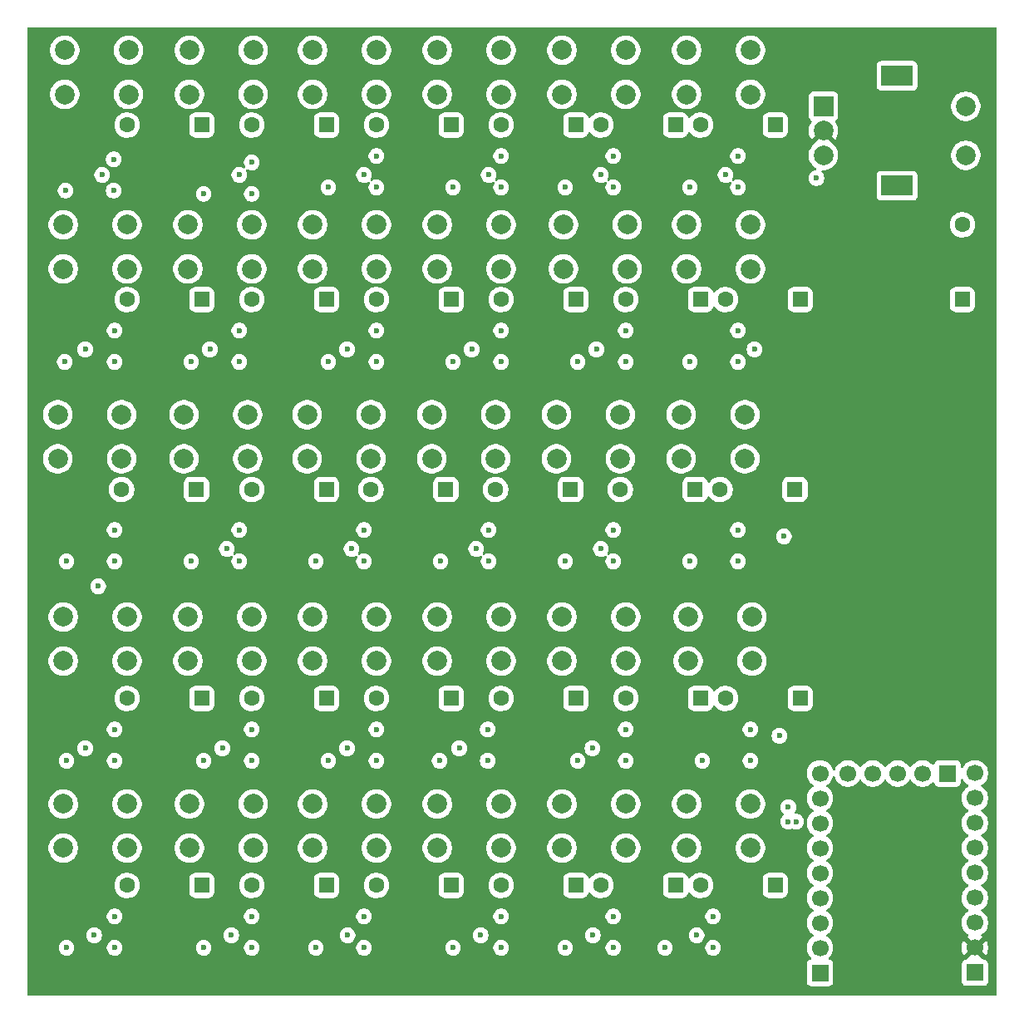
<source format=gbr>
%TF.GenerationSoftware,KiCad,Pcbnew,9.0.7*%
%TF.CreationDate,2026-02-20T03:41:17+09:00*%
%TF.ProjectId,YmmKeyboardMX,596d6d4b-6579-4626-9f61-72644d582e6b,rev?*%
%TF.SameCoordinates,Original*%
%TF.FileFunction,Copper,L2,Inr*%
%TF.FilePolarity,Positive*%
%FSLAX46Y46*%
G04 Gerber Fmt 4.6, Leading zero omitted, Abs format (unit mm)*
G04 Created by KiCad (PCBNEW 9.0.7) date 2026-02-20 03:41:17*
%MOMM*%
%LPD*%
G01*
G04 APERTURE LIST*
G04 Aperture macros list*
%AMRoundRect*
0 Rectangle with rounded corners*
0 $1 Rounding radius*
0 $2 $3 $4 $5 $6 $7 $8 $9 X,Y pos of 4 corners*
0 Add a 4 corners polygon primitive as box body*
4,1,4,$2,$3,$4,$5,$6,$7,$8,$9,$2,$3,0*
0 Add four circle primitives for the rounded corners*
1,1,$1+$1,$2,$3*
1,1,$1+$1,$4,$5*
1,1,$1+$1,$6,$7*
1,1,$1+$1,$8,$9*
0 Add four rect primitives between the rounded corners*
20,1,$1+$1,$2,$3,$4,$5,0*
20,1,$1+$1,$4,$5,$6,$7,0*
20,1,$1+$1,$6,$7,$8,$9,0*
20,1,$1+$1,$8,$9,$2,$3,0*%
G04 Aperture macros list end*
%TA.AperFunction,ComponentPad*%
%ADD10RoundRect,0.250000X0.550000X0.550000X-0.550000X0.550000X-0.550000X-0.550000X0.550000X-0.550000X0*%
%TD*%
%TA.AperFunction,ComponentPad*%
%ADD11C,1.600000*%
%TD*%
%TA.AperFunction,ComponentPad*%
%ADD12C,2.000000*%
%TD*%
%TA.AperFunction,ComponentPad*%
%ADD13RoundRect,0.250000X0.550000X-0.550000X0.550000X0.550000X-0.550000X0.550000X-0.550000X-0.550000X0*%
%TD*%
%TA.AperFunction,ComponentPad*%
%ADD14R,2.000000X2.000000*%
%TD*%
%TA.AperFunction,ComponentPad*%
%ADD15R,3.200000X2.000000*%
%TD*%
%TA.AperFunction,ComponentPad*%
%ADD16R,1.700000X1.700000*%
%TD*%
%TA.AperFunction,ComponentPad*%
%ADD17C,1.700000*%
%TD*%
%TA.AperFunction,ViaPad*%
%ADD18C,0.600000*%
%TD*%
G04 APERTURE END LIST*
D10*
%TO.N,Net-(D2-K)*%
%TO.C,D5*%
X185420000Y-35560000D03*
D11*
%TO.N,Net-(D5-A)*%
X177800000Y-35560000D03*
%TD*%
D10*
%TO.N,Net-(D14-K)*%
%TO.C,D19*%
X207720000Y-72680000D03*
D11*
%TO.N,Net-(D19-A)*%
X200100000Y-72680000D03*
%TD*%
D12*
%TO.N,Net-(SW12-Pad1)*%
%TO.C,SW18*%
X183440000Y-65060000D03*
X189940000Y-65060000D03*
%TO.N,Net-(D18-A)*%
X183440000Y-69560000D03*
X189940000Y-69560000D03*
%TD*%
D10*
%TO.N,Net-(D26-K)*%
%TO.C,D31*%
X205740000Y-113030000D03*
D11*
%TO.N,Net-(D31-A)*%
X198120000Y-113030000D03*
%TD*%
D12*
%TO.N,Net-(SW13-Pad1)*%
%TO.C,SW19*%
X196140000Y-65060000D03*
X202640000Y-65060000D03*
%TO.N,Net-(D19-A)*%
X196140000Y-69560000D03*
X202640000Y-69560000D03*
%TD*%
%TO.N,Net-(SW13-Pad1)*%
%TO.C,SW31*%
X196700000Y-104720000D03*
X203200000Y-104720000D03*
%TO.N,Net-(D31-A)*%
X196700000Y-109220000D03*
X203200000Y-109220000D03*
%TD*%
D10*
%TO.N,Net-(D2-K)*%
%TO.C,D3*%
X160020000Y-35560000D03*
D11*
%TO.N,Net-(D3-A)*%
X152400000Y-35560000D03*
%TD*%
D10*
%TO.N,Net-(D14-K)*%
%TO.C,D18*%
X197560000Y-72680000D03*
D11*
%TO.N,Net-(D18-A)*%
X189940000Y-72680000D03*
%TD*%
D10*
%TO.N,Net-(D26-K)*%
%TO.C,D26*%
X147320000Y-113030000D03*
D11*
%TO.N,Net-(D26-A)*%
X139700000Y-113030000D03*
%TD*%
D12*
%TO.N,Net-(SW13-Pad1)*%
%TO.C,SW7*%
X196700000Y-27940000D03*
X203200000Y-27940000D03*
%TO.N,Net-(D7-A)*%
X196700000Y-32440000D03*
X203200000Y-32440000D03*
%TD*%
D10*
%TO.N,Net-(D2-K)*%
%TO.C,D6*%
X195580000Y-35560000D03*
D11*
%TO.N,Net-(D6-A)*%
X187960000Y-35560000D03*
%TD*%
D10*
%TO.N,Net-(D26-K)*%
%TO.C,D27*%
X160020000Y-113030000D03*
D11*
%TO.N,Net-(D27-A)*%
X152400000Y-113030000D03*
%TD*%
D10*
%TO.N,Net-(D14-K)*%
%TO.C,D15*%
X160020000Y-72680000D03*
D11*
%TO.N,Net-(D15-A)*%
X152400000Y-72680000D03*
%TD*%
D12*
%TO.N,Net-(SW10-Pad1)*%
%TO.C,SW22*%
X158600000Y-85670000D03*
X165100000Y-85670000D03*
%TO.N,Net-(D22-A)*%
X158600000Y-90170000D03*
X165100000Y-90170000D03*
%TD*%
%TO.N,Net-(SW11-Pad1)*%
%TO.C,SW29*%
X171300000Y-104720000D03*
X177800000Y-104720000D03*
%TO.N,Net-(D29-A)*%
X171300000Y-109220000D03*
X177800000Y-109220000D03*
%TD*%
D10*
%TO.N,Net-(D26-K)*%
%TO.C,D28*%
X172720000Y-113030000D03*
D11*
%TO.N,Net-(D28-A)*%
X165100000Y-113030000D03*
%TD*%
D12*
%TO.N,Net-(SW10-Pad1)*%
%TO.C,SW4*%
X158600000Y-27940000D03*
X165100000Y-27940000D03*
%TO.N,Net-(D4-A)*%
X158600000Y-32440000D03*
X165100000Y-32440000D03*
%TD*%
D10*
%TO.N,Net-(D10-K)*%
%TO.C,D13*%
X208280000Y-53340000D03*
D11*
%TO.N,Net-(D13-A)*%
X200660000Y-53340000D03*
%TD*%
D12*
%TO.N,Net-(SW10-Pad1)*%
%TO.C,SW16*%
X158040000Y-65060000D03*
X164540000Y-65060000D03*
%TO.N,Net-(D16-A)*%
X158040000Y-69560000D03*
X164540000Y-69560000D03*
%TD*%
D10*
%TO.N,Net-(D10-K)*%
%TO.C,D8*%
X147320000Y-53340000D03*
D11*
%TO.N,Net-(D8-A)*%
X139700000Y-53340000D03*
%TD*%
D10*
%TO.N,Net-(D2-K)*%
%TO.C,D4*%
X172720000Y-35560000D03*
D11*
%TO.N,Net-(D4-A)*%
X165100000Y-35560000D03*
%TD*%
D10*
%TO.N,Net-(D14-K)*%
%TO.C,D16*%
X172160000Y-72680000D03*
D11*
%TO.N,Net-(D16-A)*%
X164540000Y-72680000D03*
%TD*%
D10*
%TO.N,Net-(D10-K)*%
%TO.C,D11*%
X185420000Y-53340000D03*
D11*
%TO.N,Net-(D11-A)*%
X177800000Y-53340000D03*
%TD*%
D12*
%TO.N,Net-(SW15-Pad1)*%
%TO.C,SW27*%
X146050000Y-104720000D03*
X152550000Y-104720000D03*
%TO.N,Net-(D27-A)*%
X146050000Y-109220000D03*
X152550000Y-109220000D03*
%TD*%
%TO.N,Net-(SW12-Pad1)*%
%TO.C,SW24*%
X184000000Y-85670000D03*
X190500000Y-85670000D03*
%TO.N,Net-(D24-A)*%
X184000000Y-90170000D03*
X190500000Y-90170000D03*
%TD*%
D10*
%TO.N,Net-(D20-K)*%
%TO.C,D25*%
X208280000Y-93980000D03*
D11*
%TO.N,Net-(D25-A)*%
X200660000Y-93980000D03*
%TD*%
D12*
%TO.N,Net-(SW10-Pad1)*%
%TO.C,SW10*%
X158600000Y-45720000D03*
X165100000Y-45720000D03*
%TO.N,Net-(D10-A)*%
X158600000Y-50220000D03*
X165100000Y-50220000D03*
%TD*%
%TO.N,Net-(SW14-Pad1)*%
%TO.C,SW8*%
X133200000Y-45720000D03*
X139700000Y-45720000D03*
%TO.N,Net-(D8-A)*%
X133200000Y-50220000D03*
X139700000Y-50220000D03*
%TD*%
%TO.N,Net-(SW12-Pad1)*%
%TO.C,SW6*%
X184000000Y-27940000D03*
X190500000Y-27940000D03*
%TO.N,Net-(D6-A)*%
X184000000Y-32440000D03*
X190500000Y-32440000D03*
%TD*%
D10*
%TO.N,Net-(D2-K)*%
%TO.C,D2*%
X147320000Y-35560000D03*
D11*
%TO.N,Net-(D2-A)*%
X139700000Y-35560000D03*
%TD*%
D12*
%TO.N,Net-(SW10-Pad1)*%
%TO.C,SW28*%
X158600000Y-104720000D03*
X165100000Y-104720000D03*
%TO.N,Net-(D28-A)*%
X158600000Y-109220000D03*
X165100000Y-109220000D03*
%TD*%
D10*
%TO.N,Net-(D10-K)*%
%TO.C,D9*%
X160020000Y-53340000D03*
D11*
%TO.N,Net-(D9-A)*%
X152400000Y-53340000D03*
%TD*%
D10*
%TO.N,Net-(D10-K)*%
%TO.C,D12*%
X198120000Y-53340000D03*
D11*
%TO.N,Net-(D12-A)*%
X190500000Y-53340000D03*
%TD*%
D12*
%TO.N,Net-(SW15-Pad1)*%
%TO.C,SW9*%
X145900000Y-45720000D03*
X152400000Y-45720000D03*
%TO.N,Net-(D9-A)*%
X145900000Y-50220000D03*
X152400000Y-50220000D03*
%TD*%
D10*
%TO.N,Net-(D14-K)*%
%TO.C,D17*%
X184860000Y-72680000D03*
D11*
%TO.N,Net-(D17-A)*%
X177240000Y-72680000D03*
%TD*%
D10*
%TO.N,Net-(D26-K)*%
%TO.C,D29*%
X185420000Y-113030000D03*
D11*
%TO.N,Net-(D29-A)*%
X177800000Y-113030000D03*
%TD*%
D10*
%TO.N,Net-(D26-K)*%
%TO.C,D30*%
X195580000Y-113030000D03*
D11*
%TO.N,Net-(D30-A)*%
X187960000Y-113030000D03*
%TD*%
D13*
%TO.N,Net-(D32-K)*%
%TO.C,D32*%
X224790000Y-53340000D03*
D11*
%TO.N,Net-(D32-A)*%
X224790000Y-45720000D03*
%TD*%
D12*
%TO.N,Net-(SW13-Pad1)*%
%TO.C,SW25*%
X196850000Y-85670000D03*
X203350000Y-85670000D03*
%TO.N,Net-(D25-A)*%
X196850000Y-90170000D03*
X203350000Y-90170000D03*
%TD*%
D10*
%TO.N,Net-(D20-K)*%
%TO.C,D22*%
X172720000Y-93980000D03*
D11*
%TO.N,Net-(D22-A)*%
X165100000Y-93980000D03*
%TD*%
D14*
%TO.N,Net-(SW32-PadA)*%
%TO.C,SW32*%
X210640000Y-33640000D03*
D12*
%TO.N,Net-(SW32-PadB)*%
X210640000Y-38640000D03*
%TO.N,GND*%
X210640000Y-36140000D03*
D15*
%TO.N,N/C*%
X218140000Y-30540000D03*
X218140000Y-41740000D03*
D12*
%TO.N,Net-(SW32-PadS1)*%
X225140000Y-38640000D03*
%TO.N,Net-(D32-A)*%
X225140000Y-33640000D03*
%TD*%
%TO.N,Net-(SW15-Pad1)*%
%TO.C,SW3*%
X146050000Y-27940000D03*
X152550000Y-27940000D03*
%TO.N,Net-(D3-A)*%
X146050000Y-32440000D03*
X152550000Y-32440000D03*
%TD*%
%TO.N,Net-(SW13-Pad1)*%
%TO.C,SW13*%
X196700000Y-45720000D03*
X203200000Y-45720000D03*
%TO.N,Net-(D13-A)*%
X196700000Y-50220000D03*
X203200000Y-50220000D03*
%TD*%
%TO.N,Net-(SW14-Pad1)*%
%TO.C,SW14*%
X132640000Y-65060000D03*
X139140000Y-65060000D03*
%TO.N,Net-(D14-A)*%
X132640000Y-69560000D03*
X139140000Y-69560000D03*
%TD*%
%TO.N,Net-(SW12-Pad1)*%
%TO.C,SW30*%
X184000000Y-104720000D03*
X190500000Y-104720000D03*
%TO.N,Net-(D30-A)*%
X184000000Y-109220000D03*
X190500000Y-109220000D03*
%TD*%
%TO.N,Net-(SW11-Pad1)*%
%TO.C,SW11*%
X171300000Y-45720000D03*
X177800000Y-45720000D03*
%TO.N,Net-(D11-A)*%
X171300000Y-50220000D03*
X177800000Y-50220000D03*
%TD*%
%TO.N,Net-(SW12-Pad1)*%
%TO.C,SW12*%
X184150000Y-45720000D03*
X190650000Y-45720000D03*
%TO.N,Net-(D12-A)*%
X184150000Y-50220000D03*
X190650000Y-50220000D03*
%TD*%
%TO.N,Net-(SW15-Pad1)*%
%TO.C,SW21*%
X145900000Y-85670000D03*
X152400000Y-85670000D03*
%TO.N,Net-(D21-A)*%
X145900000Y-90170000D03*
X152400000Y-90170000D03*
%TD*%
D10*
%TO.N,Net-(D20-K)*%
%TO.C,D20*%
X147320000Y-93980000D03*
D11*
%TO.N,Net-(D20-A)*%
X139700000Y-93980000D03*
%TD*%
D10*
%TO.N,Net-(D20-K)*%
%TO.C,D21*%
X160020000Y-93980000D03*
D11*
%TO.N,Net-(D21-A)*%
X152400000Y-93980000D03*
%TD*%
D12*
%TO.N,Net-(SW11-Pad1)*%
%TO.C,SW17*%
X170740000Y-65060000D03*
X177240000Y-65060000D03*
%TO.N,Net-(D17-A)*%
X170740000Y-69560000D03*
X177240000Y-69560000D03*
%TD*%
D10*
%TO.N,Net-(D14-K)*%
%TO.C,D14*%
X146760000Y-72680000D03*
D11*
%TO.N,Net-(D14-A)*%
X139140000Y-72680000D03*
%TD*%
D12*
%TO.N,Net-(SW15-Pad1)*%
%TO.C,SW15*%
X145490000Y-65060000D03*
X151990000Y-65060000D03*
%TO.N,Net-(D15-A)*%
X145490000Y-69560000D03*
X151990000Y-69560000D03*
%TD*%
%TO.N,Net-(SW11-Pad1)*%
%TO.C,SW23*%
X171300000Y-85670000D03*
X177800000Y-85670000D03*
%TO.N,Net-(D23-A)*%
X171300000Y-90170000D03*
X177800000Y-90170000D03*
%TD*%
D10*
%TO.N,Net-(D20-K)*%
%TO.C,D24*%
X198120000Y-93980000D03*
D11*
%TO.N,Net-(D24-A)*%
X190500000Y-93980000D03*
%TD*%
D10*
%TO.N,Net-(D10-K)*%
%TO.C,D10*%
X172720000Y-53340000D03*
D11*
%TO.N,Net-(D10-A)*%
X165100000Y-53340000D03*
%TD*%
D12*
%TO.N,Net-(SW14-Pad1)*%
%TO.C,SW20*%
X133200000Y-85670000D03*
X139700000Y-85670000D03*
%TO.N,Net-(D20-A)*%
X133200000Y-90170000D03*
X139700000Y-90170000D03*
%TD*%
D10*
%TO.N,Net-(D20-K)*%
%TO.C,D23*%
X185420000Y-93980000D03*
D11*
%TO.N,Net-(D23-A)*%
X177800000Y-93980000D03*
%TD*%
D12*
%TO.N,Net-(SW14-Pad1)*%
%TO.C,SW2*%
X133350000Y-27940000D03*
X139850000Y-27940000D03*
%TO.N,Net-(D2-A)*%
X133350000Y-32440000D03*
X139850000Y-32440000D03*
%TD*%
%TO.N,Net-(SW14-Pad1)*%
%TO.C,SW26*%
X133200000Y-104720000D03*
X139700000Y-104720000D03*
%TO.N,Net-(D26-A)*%
X133200000Y-109220000D03*
X139700000Y-109220000D03*
%TD*%
D16*
%TO.N,Net-(SW32-PadA)*%
%TO.C,U1*%
X210280000Y-121930000D03*
D17*
%TO.N,Net-(SW32-PadB)*%
X210280000Y-119390000D03*
%TO.N,Net-(SW32-PadS1)*%
X210280000Y-116850000D03*
%TO.N,Net-(SW13-Pad1)*%
X210280000Y-114310000D03*
%TO.N,Net-(SW12-Pad1)*%
X210280000Y-111770000D03*
%TO.N,Net-(SW11-Pad1)*%
X210280000Y-109230000D03*
%TO.N,Net-(SW10-Pad1)*%
X210280000Y-106690000D03*
%TO.N,Net-(SW15-Pad1)*%
X210280000Y-104150000D03*
%TO.N,Net-(SW14-Pad1)*%
X210280000Y-101610000D03*
%TO.N,unconnected-(U1-Pad9)*%
X213110000Y-101620000D03*
%TO.N,unconnected-(U1-Pad10)*%
X215650000Y-101620000D03*
%TO.N,unconnected-(U1-Pad11)*%
X218190000Y-101620000D03*
%TO.N,unconnected-(U1-Pad12)*%
X220730000Y-101620000D03*
D16*
%TO.N,Net-(D1-DIN)*%
X223270000Y-101620000D03*
D17*
%TO.N,Net-(D26-K)*%
X226060000Y-101600000D03*
%TO.N,Net-(D20-K)*%
X226060000Y-104140000D03*
%TO.N,Net-(D14-K)*%
X226060000Y-106680000D03*
%TO.N,Net-(D10-K)*%
X226060000Y-109220000D03*
%TO.N,Net-(D2-K)*%
X226060000Y-111760000D03*
%TO.N,Net-(D32-K)*%
X226060000Y-114300000D03*
%TO.N,unconnected-(U1-3V3-Pad30)*%
X226060000Y-116840000D03*
%TO.N,GND*%
X226060000Y-119380000D03*
D16*
%TO.N,+5V*%
X226060000Y-121920000D03*
%TD*%
D12*
%TO.N,Net-(SW11-Pad1)*%
%TO.C,SW5*%
X171300000Y-27940000D03*
X177800000Y-27940000D03*
%TO.N,Net-(D5-A)*%
X171300000Y-32440000D03*
X177800000Y-32440000D03*
%TD*%
D10*
%TO.N,Net-(D2-K)*%
%TO.C,D7*%
X205740000Y-35560000D03*
D11*
%TO.N,Net-(D7-A)*%
X198120000Y-35560000D03*
%TD*%
D18*
%TO.N,GND*%
X133530000Y-76810000D03*
X185600000Y-56490000D03*
X184330000Y-76810000D03*
X195987500Y-118110000D03*
X184330000Y-116180000D03*
X171540000Y-97130000D03*
X172900000Y-56490000D03*
X149860000Y-58420000D03*
X162105000Y-40640000D03*
X188822500Y-99060000D03*
X147500000Y-116180000D03*
X194490000Y-116180000D03*
X185600000Y-97130000D03*
X135027500Y-82550000D03*
X210640000Y-36140000D03*
X147500000Y-39370000D03*
X133530000Y-56490000D03*
X163830000Y-58420000D03*
X198935000Y-40640000D03*
X147500000Y-97130000D03*
X133530000Y-116180000D03*
X149405000Y-40640000D03*
X160835000Y-78740000D03*
X146230000Y-76810000D03*
X197030000Y-76810000D03*
X186235000Y-40640000D03*
X135435000Y-40640000D03*
X172900000Y-116180000D03*
X185420000Y-118110000D03*
X148590000Y-118110000D03*
X189230000Y-58420000D03*
X160200000Y-38710000D03*
X148135000Y-78740000D03*
X134620000Y-118110000D03*
X173535000Y-78740000D03*
X226060000Y-119380000D03*
X172900000Y-38710000D03*
X186235000Y-78740000D03*
X137160000Y-58420000D03*
X197030000Y-38710000D03*
X160200000Y-56490000D03*
X158930000Y-76810000D03*
X205332500Y-58420000D03*
X173990000Y-118110000D03*
X146230000Y-56490000D03*
X184330000Y-38710000D03*
X175260000Y-99060000D03*
X197030000Y-56490000D03*
X174805000Y-40640000D03*
X204877500Y-77470000D03*
X133440000Y-39040000D03*
X198300000Y-97130000D03*
X158930000Y-116180000D03*
X137160000Y-99060000D03*
X176530000Y-58420000D03*
X163830000Y-99060000D03*
X171630000Y-76810000D03*
X160200000Y-97130000D03*
X133530000Y-97130000D03*
X151130000Y-99060000D03*
X160427500Y-118110000D03*
X207872500Y-97790000D03*
%TO.N,Net-(D1-DOUT)*%
X147500000Y-42570000D03*
X138340000Y-39040000D03*
%TO.N,Net-(D1-DIN)*%
X133440000Y-42240000D03*
%TO.N,Net-(D33-DOUT)*%
X160200000Y-41910000D03*
X152400000Y-39370000D03*
%TO.N,Net-(D34-DOUT)*%
X165100000Y-38710000D03*
X172900000Y-41910000D03*
%TO.N,Net-(D35-DOUT)*%
X177800000Y-38710000D03*
X184330000Y-41910000D03*
%TO.N,Net-(D36-DOUT)*%
X189230000Y-38710000D03*
X197030000Y-41910000D03*
%TO.N,Net-(D37-DOUT)*%
X201930000Y-38710000D03*
X133350000Y-59690000D03*
%TO.N,Net-(D38-DOUT)*%
X138430000Y-56490000D03*
X146230000Y-59690000D03*
%TO.N,Net-(D39-DOUT)*%
X160200000Y-59690000D03*
X151130000Y-56490000D03*
%TO.N,Net-(D40-DOUT)*%
X165100000Y-56490000D03*
X172900000Y-59690000D03*
%TO.N,Net-(D41-DOUT)*%
X185600000Y-59690000D03*
X177800000Y-56490000D03*
%TO.N,Net-(D42-DOUT)*%
X190500000Y-56490000D03*
X197030000Y-59690000D03*
%TO.N,Net-(D43-DOUT)*%
X133530000Y-80010000D03*
X201930000Y-56490000D03*
%TO.N,Net-(D44-DOUT)*%
X138430000Y-76810000D03*
X146230000Y-80010000D03*
%TO.N,Net-(D45-DOUT)*%
X151130000Y-76810000D03*
X158930000Y-80010000D03*
X151130000Y-76810000D03*
%TO.N,Net-(D46-DOUT)*%
X171630000Y-80010000D03*
X163830000Y-76810000D03*
%TO.N,Net-(D47-DOUT)*%
X176530000Y-76810000D03*
X184330000Y-80010000D03*
%TO.N,Net-(D48-DOUT)*%
X189230000Y-76810000D03*
X197030000Y-80010000D03*
%TO.N,Net-(D49-DOUT)*%
X201930000Y-76810000D03*
X133530000Y-100330000D03*
%TO.N,Net-(D50-DOUT)*%
X147500000Y-100330000D03*
X138430000Y-97130000D03*
%TO.N,Net-(D51-DOUT)*%
X152400000Y-97130000D03*
X160200000Y-100330000D03*
%TO.N,Net-(D52-DOUT)*%
X165100000Y-97130000D03*
X171540000Y-100330000D03*
%TO.N,Net-(D53-DOUT)*%
X185600000Y-100330000D03*
X176440000Y-97130000D03*
%TO.N,Net-(D54-DOUT)*%
X190500000Y-97130000D03*
X198300000Y-100330000D03*
%TO.N,Net-(D55-DOUT)*%
X133530000Y-119380000D03*
X203200000Y-97130000D03*
%TO.N,Net-(D56-DOUT)*%
X138430000Y-116180000D03*
X147500000Y-119380000D03*
%TO.N,Net-(D57-DOUT)*%
X158930000Y-119380000D03*
X152400000Y-116180000D03*
%TO.N,Net-(D58-DOUT)*%
X163830000Y-116180000D03*
X172900000Y-119380000D03*
%TO.N,Net-(D59-DOUT)*%
X177800000Y-116180000D03*
X184330000Y-119380000D03*
%TO.N,Net-(D60-DOUT)*%
X189230000Y-116180000D03*
X194490000Y-119380000D03*
%TO.N,unconnected-(D61-DOUT-Pad4)*%
X199390000Y-116180000D03*
%TO.N,Net-(SW14-Pad1)*%
X207860000Y-106530000D03*
%TO.N,Net-(SW15-Pad1)*%
X207060000Y-105040000D03*
X207060158Y-106514000D03*
%TO.N,Net-(SW32-PadS1)*%
X225140000Y-38640000D03*
X209930000Y-40970000D03*
%TO.N,+5V*%
X175260000Y-78740000D03*
X189230000Y-119380000D03*
X200660000Y-40640000D03*
X137160000Y-40640000D03*
X151130000Y-59690000D03*
X152400000Y-42570000D03*
X189230000Y-80010000D03*
X176530000Y-80010000D03*
X165100000Y-100330000D03*
X177800000Y-41910000D03*
X199390000Y-119380000D03*
X176530000Y-40640000D03*
X135435000Y-58420000D03*
X151130000Y-40640000D03*
X176440000Y-100330000D03*
X206147500Y-97790000D03*
X187145000Y-118110000D03*
X190500000Y-100330000D03*
X149860000Y-78740000D03*
X174805000Y-58420000D03*
X163830000Y-80010000D03*
X136345000Y-118110000D03*
X203200000Y-100330000D03*
X150315000Y-118110000D03*
X226060000Y-121920000D03*
X177800000Y-59690000D03*
X190500000Y-59690000D03*
X148135000Y-58420000D03*
X152400000Y-100330000D03*
X165100000Y-41910000D03*
X138430000Y-119380000D03*
X138430000Y-100330000D03*
X189230000Y-41910000D03*
X162105000Y-58420000D03*
X203607500Y-58420000D03*
X162560000Y-78740000D03*
X201930000Y-59690000D03*
X151130000Y-80010000D03*
X136752500Y-82550000D03*
X162152500Y-118110000D03*
X197712500Y-118110000D03*
X187097500Y-99060000D03*
X149405000Y-99060000D03*
X138340000Y-42240000D03*
X187960000Y-78740000D03*
X177800000Y-119380000D03*
X201930000Y-41910000D03*
X201930000Y-80010000D03*
X165100000Y-59690000D03*
X175715000Y-118110000D03*
X138430000Y-80010000D03*
X206602500Y-77470000D03*
X152400000Y-119380000D03*
X162105000Y-99060000D03*
X173535000Y-99060000D03*
X135435000Y-99060000D03*
X187505000Y-58420000D03*
X138430000Y-59690000D03*
X200660000Y-40640000D03*
X163830000Y-119380000D03*
X163830000Y-40640000D03*
X187960000Y-40640000D03*
%TD*%
%TA.AperFunction,Conductor*%
%TO.N,GND*%
G36*
X228242539Y-25590185D02*
G01*
X228288294Y-25642989D01*
X228299500Y-25694500D01*
X228299500Y-124135500D01*
X228279815Y-124202539D01*
X228227011Y-124248294D01*
X228175500Y-124259500D01*
X129664000Y-124259500D01*
X129596961Y-124239815D01*
X129551206Y-124187011D01*
X129540000Y-124135500D01*
X129540000Y-119301153D01*
X132729500Y-119301153D01*
X132729500Y-119458846D01*
X132760261Y-119613489D01*
X132760264Y-119613501D01*
X132820602Y-119759172D01*
X132820609Y-119759185D01*
X132908210Y-119890288D01*
X132908213Y-119890292D01*
X133019707Y-120001786D01*
X133019711Y-120001789D01*
X133150814Y-120089390D01*
X133150827Y-120089397D01*
X133277138Y-120141716D01*
X133296503Y-120149737D01*
X133451153Y-120180499D01*
X133451156Y-120180500D01*
X133451158Y-120180500D01*
X133608844Y-120180500D01*
X133608845Y-120180499D01*
X133763497Y-120149737D01*
X133909179Y-120089394D01*
X134040289Y-120001789D01*
X134151789Y-119890289D01*
X134239394Y-119759179D01*
X134299737Y-119613497D01*
X134330500Y-119458842D01*
X134330500Y-119301158D01*
X134330500Y-119301155D01*
X134330499Y-119301153D01*
X137629500Y-119301153D01*
X137629500Y-119458846D01*
X137660261Y-119613489D01*
X137660264Y-119613501D01*
X137720602Y-119759172D01*
X137720609Y-119759185D01*
X137808210Y-119890288D01*
X137808213Y-119890292D01*
X137919707Y-120001786D01*
X137919711Y-120001789D01*
X138050814Y-120089390D01*
X138050827Y-120089397D01*
X138177138Y-120141716D01*
X138196503Y-120149737D01*
X138351153Y-120180499D01*
X138351156Y-120180500D01*
X138351158Y-120180500D01*
X138508844Y-120180500D01*
X138508845Y-120180499D01*
X138663497Y-120149737D01*
X138809179Y-120089394D01*
X138940289Y-120001789D01*
X139051789Y-119890289D01*
X139139394Y-119759179D01*
X139199737Y-119613497D01*
X139230500Y-119458842D01*
X139230500Y-119301158D01*
X139230500Y-119301155D01*
X139230499Y-119301153D01*
X146699500Y-119301153D01*
X146699500Y-119458846D01*
X146730261Y-119613489D01*
X146730264Y-119613501D01*
X146790602Y-119759172D01*
X146790609Y-119759185D01*
X146878210Y-119890288D01*
X146878213Y-119890292D01*
X146989707Y-120001786D01*
X146989711Y-120001789D01*
X147120814Y-120089390D01*
X147120827Y-120089397D01*
X147247138Y-120141716D01*
X147266503Y-120149737D01*
X147421153Y-120180499D01*
X147421156Y-120180500D01*
X147421158Y-120180500D01*
X147578844Y-120180500D01*
X147578845Y-120180499D01*
X147733497Y-120149737D01*
X147879179Y-120089394D01*
X148010289Y-120001789D01*
X148121789Y-119890289D01*
X148209394Y-119759179D01*
X148269737Y-119613497D01*
X148300500Y-119458842D01*
X148300500Y-119301158D01*
X148300500Y-119301155D01*
X148300499Y-119301153D01*
X151599500Y-119301153D01*
X151599500Y-119458846D01*
X151630261Y-119613489D01*
X151630264Y-119613501D01*
X151690602Y-119759172D01*
X151690609Y-119759185D01*
X151778210Y-119890288D01*
X151778213Y-119890292D01*
X151889707Y-120001786D01*
X151889711Y-120001789D01*
X152020814Y-120089390D01*
X152020827Y-120089397D01*
X152147138Y-120141716D01*
X152166503Y-120149737D01*
X152321153Y-120180499D01*
X152321156Y-120180500D01*
X152321158Y-120180500D01*
X152478844Y-120180500D01*
X152478845Y-120180499D01*
X152633497Y-120149737D01*
X152779179Y-120089394D01*
X152910289Y-120001789D01*
X153021789Y-119890289D01*
X153109394Y-119759179D01*
X153169737Y-119613497D01*
X153200500Y-119458842D01*
X153200500Y-119301158D01*
X153200500Y-119301155D01*
X153200499Y-119301153D01*
X158129500Y-119301153D01*
X158129500Y-119458846D01*
X158160261Y-119613489D01*
X158160264Y-119613501D01*
X158220602Y-119759172D01*
X158220609Y-119759185D01*
X158308210Y-119890288D01*
X158308213Y-119890292D01*
X158419707Y-120001786D01*
X158419711Y-120001789D01*
X158550814Y-120089390D01*
X158550827Y-120089397D01*
X158677138Y-120141716D01*
X158696503Y-120149737D01*
X158851153Y-120180499D01*
X158851156Y-120180500D01*
X158851158Y-120180500D01*
X159008844Y-120180500D01*
X159008845Y-120180499D01*
X159163497Y-120149737D01*
X159309179Y-120089394D01*
X159440289Y-120001789D01*
X159551789Y-119890289D01*
X159639394Y-119759179D01*
X159699737Y-119613497D01*
X159730500Y-119458842D01*
X159730500Y-119301158D01*
X159730500Y-119301155D01*
X159730499Y-119301153D01*
X163029500Y-119301153D01*
X163029500Y-119458846D01*
X163060261Y-119613489D01*
X163060264Y-119613501D01*
X163120602Y-119759172D01*
X163120609Y-119759185D01*
X163208210Y-119890288D01*
X163208213Y-119890292D01*
X163319707Y-120001786D01*
X163319711Y-120001789D01*
X163450814Y-120089390D01*
X163450827Y-120089397D01*
X163577138Y-120141716D01*
X163596503Y-120149737D01*
X163751153Y-120180499D01*
X163751156Y-120180500D01*
X163751158Y-120180500D01*
X163908844Y-120180500D01*
X163908845Y-120180499D01*
X164063497Y-120149737D01*
X164209179Y-120089394D01*
X164340289Y-120001789D01*
X164451789Y-119890289D01*
X164539394Y-119759179D01*
X164599737Y-119613497D01*
X164630500Y-119458842D01*
X164630500Y-119301158D01*
X164630500Y-119301155D01*
X164630499Y-119301153D01*
X172099500Y-119301153D01*
X172099500Y-119458846D01*
X172130261Y-119613489D01*
X172130264Y-119613501D01*
X172190602Y-119759172D01*
X172190609Y-119759185D01*
X172278210Y-119890288D01*
X172278213Y-119890292D01*
X172389707Y-120001786D01*
X172389711Y-120001789D01*
X172520814Y-120089390D01*
X172520827Y-120089397D01*
X172647138Y-120141716D01*
X172666503Y-120149737D01*
X172821153Y-120180499D01*
X172821156Y-120180500D01*
X172821158Y-120180500D01*
X172978844Y-120180500D01*
X172978845Y-120180499D01*
X173133497Y-120149737D01*
X173279179Y-120089394D01*
X173410289Y-120001789D01*
X173521789Y-119890289D01*
X173609394Y-119759179D01*
X173669737Y-119613497D01*
X173700500Y-119458842D01*
X173700500Y-119301158D01*
X173700500Y-119301155D01*
X173700499Y-119301153D01*
X176999500Y-119301153D01*
X176999500Y-119458846D01*
X177030261Y-119613489D01*
X177030264Y-119613501D01*
X177090602Y-119759172D01*
X177090609Y-119759185D01*
X177178210Y-119890288D01*
X177178213Y-119890292D01*
X177289707Y-120001786D01*
X177289711Y-120001789D01*
X177420814Y-120089390D01*
X177420827Y-120089397D01*
X177547138Y-120141716D01*
X177566503Y-120149737D01*
X177721153Y-120180499D01*
X177721156Y-120180500D01*
X177721158Y-120180500D01*
X177878844Y-120180500D01*
X177878845Y-120180499D01*
X178033497Y-120149737D01*
X178179179Y-120089394D01*
X178310289Y-120001789D01*
X178421789Y-119890289D01*
X178509394Y-119759179D01*
X178569737Y-119613497D01*
X178600500Y-119458842D01*
X178600500Y-119301158D01*
X178600500Y-119301155D01*
X178600499Y-119301153D01*
X183529500Y-119301153D01*
X183529500Y-119458846D01*
X183560261Y-119613489D01*
X183560264Y-119613501D01*
X183620602Y-119759172D01*
X183620609Y-119759185D01*
X183708210Y-119890288D01*
X183708213Y-119890292D01*
X183819707Y-120001786D01*
X183819711Y-120001789D01*
X183950814Y-120089390D01*
X183950827Y-120089397D01*
X184077138Y-120141716D01*
X184096503Y-120149737D01*
X184251153Y-120180499D01*
X184251156Y-120180500D01*
X184251158Y-120180500D01*
X184408844Y-120180500D01*
X184408845Y-120180499D01*
X184563497Y-120149737D01*
X184709179Y-120089394D01*
X184840289Y-120001789D01*
X184951789Y-119890289D01*
X185039394Y-119759179D01*
X185099737Y-119613497D01*
X185130500Y-119458842D01*
X185130500Y-119301158D01*
X185130500Y-119301155D01*
X185130499Y-119301153D01*
X188429500Y-119301153D01*
X188429500Y-119458846D01*
X188460261Y-119613489D01*
X188460264Y-119613501D01*
X188520602Y-119759172D01*
X188520609Y-119759185D01*
X188608210Y-119890288D01*
X188608213Y-119890292D01*
X188719707Y-120001786D01*
X188719711Y-120001789D01*
X188850814Y-120089390D01*
X188850827Y-120089397D01*
X188977138Y-120141716D01*
X188996503Y-120149737D01*
X189151153Y-120180499D01*
X189151156Y-120180500D01*
X189151158Y-120180500D01*
X189308844Y-120180500D01*
X189308845Y-120180499D01*
X189463497Y-120149737D01*
X189609179Y-120089394D01*
X189740289Y-120001789D01*
X189851789Y-119890289D01*
X189939394Y-119759179D01*
X189999737Y-119613497D01*
X190030500Y-119458842D01*
X190030500Y-119301158D01*
X190030500Y-119301155D01*
X190030499Y-119301153D01*
X193689500Y-119301153D01*
X193689500Y-119458846D01*
X193720261Y-119613489D01*
X193720264Y-119613501D01*
X193780602Y-119759172D01*
X193780609Y-119759185D01*
X193868210Y-119890288D01*
X193868213Y-119890292D01*
X193979707Y-120001786D01*
X193979711Y-120001789D01*
X194110814Y-120089390D01*
X194110827Y-120089397D01*
X194237138Y-120141716D01*
X194256503Y-120149737D01*
X194411153Y-120180499D01*
X194411156Y-120180500D01*
X194411158Y-120180500D01*
X194568844Y-120180500D01*
X194568845Y-120180499D01*
X194723497Y-120149737D01*
X194869179Y-120089394D01*
X195000289Y-120001789D01*
X195111789Y-119890289D01*
X195199394Y-119759179D01*
X195259737Y-119613497D01*
X195290500Y-119458842D01*
X195290500Y-119301158D01*
X195290500Y-119301155D01*
X195290499Y-119301153D01*
X198589500Y-119301153D01*
X198589500Y-119458846D01*
X198620261Y-119613489D01*
X198620264Y-119613501D01*
X198680602Y-119759172D01*
X198680609Y-119759185D01*
X198768210Y-119890288D01*
X198768213Y-119890292D01*
X198879707Y-120001786D01*
X198879711Y-120001789D01*
X199010814Y-120089390D01*
X199010827Y-120089397D01*
X199137138Y-120141716D01*
X199156503Y-120149737D01*
X199311153Y-120180499D01*
X199311156Y-120180500D01*
X199311158Y-120180500D01*
X199468844Y-120180500D01*
X199468845Y-120180499D01*
X199623497Y-120149737D01*
X199769179Y-120089394D01*
X199900289Y-120001789D01*
X200011789Y-119890289D01*
X200099394Y-119759179D01*
X200159737Y-119613497D01*
X200190500Y-119458842D01*
X200190500Y-119301158D01*
X200190500Y-119301155D01*
X200190499Y-119301153D01*
X200159738Y-119146510D01*
X200159737Y-119146503D01*
X200129605Y-119073757D01*
X200099397Y-119000827D01*
X200099390Y-119000814D01*
X200011789Y-118869711D01*
X200011786Y-118869707D01*
X199900292Y-118758213D01*
X199900288Y-118758210D01*
X199769185Y-118670609D01*
X199769172Y-118670602D01*
X199623501Y-118610264D01*
X199623489Y-118610261D01*
X199468845Y-118579500D01*
X199468842Y-118579500D01*
X199311158Y-118579500D01*
X199311155Y-118579500D01*
X199156510Y-118610261D01*
X199156498Y-118610264D01*
X199010827Y-118670602D01*
X199010814Y-118670609D01*
X198879711Y-118758210D01*
X198879707Y-118758213D01*
X198768213Y-118869707D01*
X198768210Y-118869711D01*
X198680609Y-119000814D01*
X198680602Y-119000827D01*
X198620264Y-119146498D01*
X198620261Y-119146510D01*
X198589500Y-119301153D01*
X195290499Y-119301153D01*
X195259738Y-119146510D01*
X195259737Y-119146503D01*
X195229605Y-119073757D01*
X195199397Y-119000827D01*
X195199390Y-119000814D01*
X195111789Y-118869711D01*
X195111786Y-118869707D01*
X195000292Y-118758213D01*
X195000288Y-118758210D01*
X194869185Y-118670609D01*
X194869172Y-118670602D01*
X194723501Y-118610264D01*
X194723489Y-118610261D01*
X194568845Y-118579500D01*
X194568842Y-118579500D01*
X194411158Y-118579500D01*
X194411155Y-118579500D01*
X194256510Y-118610261D01*
X194256498Y-118610264D01*
X194110827Y-118670602D01*
X194110814Y-118670609D01*
X193979711Y-118758210D01*
X193979707Y-118758213D01*
X193868213Y-118869707D01*
X193868210Y-118869711D01*
X193780609Y-119000814D01*
X193780602Y-119000827D01*
X193720264Y-119146498D01*
X193720261Y-119146510D01*
X193689500Y-119301153D01*
X190030499Y-119301153D01*
X189999738Y-119146510D01*
X189999737Y-119146503D01*
X189969605Y-119073757D01*
X189939397Y-119000827D01*
X189939390Y-119000814D01*
X189851789Y-118869711D01*
X189851786Y-118869707D01*
X189740292Y-118758213D01*
X189740288Y-118758210D01*
X189609185Y-118670609D01*
X189609172Y-118670602D01*
X189463501Y-118610264D01*
X189463489Y-118610261D01*
X189308845Y-118579500D01*
X189308842Y-118579500D01*
X189151158Y-118579500D01*
X189151155Y-118579500D01*
X188996510Y-118610261D01*
X188996498Y-118610264D01*
X188850827Y-118670602D01*
X188850814Y-118670609D01*
X188719711Y-118758210D01*
X188719707Y-118758213D01*
X188608213Y-118869707D01*
X188608210Y-118869711D01*
X188520609Y-119000814D01*
X188520602Y-119000827D01*
X188460264Y-119146498D01*
X188460261Y-119146510D01*
X188429500Y-119301153D01*
X185130499Y-119301153D01*
X185099738Y-119146510D01*
X185099737Y-119146503D01*
X185069605Y-119073757D01*
X185039397Y-119000827D01*
X185039390Y-119000814D01*
X184951789Y-118869711D01*
X184951786Y-118869707D01*
X184840292Y-118758213D01*
X184840288Y-118758210D01*
X184709185Y-118670609D01*
X184709172Y-118670602D01*
X184563501Y-118610264D01*
X184563489Y-118610261D01*
X184408845Y-118579500D01*
X184408842Y-118579500D01*
X184251158Y-118579500D01*
X184251155Y-118579500D01*
X184096510Y-118610261D01*
X184096498Y-118610264D01*
X183950827Y-118670602D01*
X183950814Y-118670609D01*
X183819711Y-118758210D01*
X183819707Y-118758213D01*
X183708213Y-118869707D01*
X183708210Y-118869711D01*
X183620609Y-119000814D01*
X183620602Y-119000827D01*
X183560264Y-119146498D01*
X183560261Y-119146510D01*
X183529500Y-119301153D01*
X178600499Y-119301153D01*
X178569738Y-119146510D01*
X178569737Y-119146503D01*
X178539605Y-119073757D01*
X178509397Y-119000827D01*
X178509390Y-119000814D01*
X178421789Y-118869711D01*
X178421786Y-118869707D01*
X178310292Y-118758213D01*
X178310288Y-118758210D01*
X178179185Y-118670609D01*
X178179172Y-118670602D01*
X178033501Y-118610264D01*
X178033489Y-118610261D01*
X177878845Y-118579500D01*
X177878842Y-118579500D01*
X177721158Y-118579500D01*
X177721155Y-118579500D01*
X177566510Y-118610261D01*
X177566498Y-118610264D01*
X177420827Y-118670602D01*
X177420814Y-118670609D01*
X177289711Y-118758210D01*
X177289707Y-118758213D01*
X177178213Y-118869707D01*
X177178210Y-118869711D01*
X177090609Y-119000814D01*
X177090602Y-119000827D01*
X177030264Y-119146498D01*
X177030261Y-119146510D01*
X176999500Y-119301153D01*
X173700499Y-119301153D01*
X173669738Y-119146510D01*
X173669737Y-119146503D01*
X173639605Y-119073757D01*
X173609397Y-119000827D01*
X173609390Y-119000814D01*
X173521789Y-118869711D01*
X173521786Y-118869707D01*
X173410292Y-118758213D01*
X173410288Y-118758210D01*
X173279185Y-118670609D01*
X173279172Y-118670602D01*
X173133501Y-118610264D01*
X173133489Y-118610261D01*
X172978845Y-118579500D01*
X172978842Y-118579500D01*
X172821158Y-118579500D01*
X172821155Y-118579500D01*
X172666510Y-118610261D01*
X172666498Y-118610264D01*
X172520827Y-118670602D01*
X172520814Y-118670609D01*
X172389711Y-118758210D01*
X172389707Y-118758213D01*
X172278213Y-118869707D01*
X172278210Y-118869711D01*
X172190609Y-119000814D01*
X172190602Y-119000827D01*
X172130264Y-119146498D01*
X172130261Y-119146510D01*
X172099500Y-119301153D01*
X164630499Y-119301153D01*
X164599738Y-119146510D01*
X164599737Y-119146503D01*
X164569605Y-119073757D01*
X164539397Y-119000827D01*
X164539390Y-119000814D01*
X164451789Y-118869711D01*
X164451786Y-118869707D01*
X164340292Y-118758213D01*
X164340288Y-118758210D01*
X164209185Y-118670609D01*
X164209172Y-118670602D01*
X164063501Y-118610264D01*
X164063489Y-118610261D01*
X163908845Y-118579500D01*
X163908842Y-118579500D01*
X163751158Y-118579500D01*
X163751155Y-118579500D01*
X163596510Y-118610261D01*
X163596498Y-118610264D01*
X163450827Y-118670602D01*
X163450814Y-118670609D01*
X163319711Y-118758210D01*
X163319707Y-118758213D01*
X163208213Y-118869707D01*
X163208210Y-118869711D01*
X163120609Y-119000814D01*
X163120602Y-119000827D01*
X163060264Y-119146498D01*
X163060261Y-119146510D01*
X163029500Y-119301153D01*
X159730499Y-119301153D01*
X159699738Y-119146510D01*
X159699737Y-119146503D01*
X159669605Y-119073757D01*
X159639397Y-119000827D01*
X159639390Y-119000814D01*
X159551789Y-118869711D01*
X159551786Y-118869707D01*
X159440292Y-118758213D01*
X159440288Y-118758210D01*
X159309185Y-118670609D01*
X159309172Y-118670602D01*
X159163501Y-118610264D01*
X159163489Y-118610261D01*
X159008845Y-118579500D01*
X159008842Y-118579500D01*
X158851158Y-118579500D01*
X158851155Y-118579500D01*
X158696510Y-118610261D01*
X158696498Y-118610264D01*
X158550827Y-118670602D01*
X158550814Y-118670609D01*
X158419711Y-118758210D01*
X158419707Y-118758213D01*
X158308213Y-118869707D01*
X158308210Y-118869711D01*
X158220609Y-119000814D01*
X158220602Y-119000827D01*
X158160264Y-119146498D01*
X158160261Y-119146510D01*
X158129500Y-119301153D01*
X153200499Y-119301153D01*
X153169738Y-119146510D01*
X153169737Y-119146503D01*
X153139605Y-119073757D01*
X153109397Y-119000827D01*
X153109390Y-119000814D01*
X153021789Y-118869711D01*
X153021786Y-118869707D01*
X152910292Y-118758213D01*
X152910288Y-118758210D01*
X152779185Y-118670609D01*
X152779172Y-118670602D01*
X152633501Y-118610264D01*
X152633489Y-118610261D01*
X152478845Y-118579500D01*
X152478842Y-118579500D01*
X152321158Y-118579500D01*
X152321155Y-118579500D01*
X152166510Y-118610261D01*
X152166498Y-118610264D01*
X152020827Y-118670602D01*
X152020814Y-118670609D01*
X151889711Y-118758210D01*
X151889707Y-118758213D01*
X151778213Y-118869707D01*
X151778210Y-118869711D01*
X151690609Y-119000814D01*
X151690602Y-119000827D01*
X151630264Y-119146498D01*
X151630261Y-119146510D01*
X151599500Y-119301153D01*
X148300499Y-119301153D01*
X148269738Y-119146510D01*
X148269737Y-119146503D01*
X148239605Y-119073757D01*
X148209397Y-119000827D01*
X148209390Y-119000814D01*
X148121789Y-118869711D01*
X148121786Y-118869707D01*
X148010292Y-118758213D01*
X148010288Y-118758210D01*
X147879185Y-118670609D01*
X147879172Y-118670602D01*
X147733501Y-118610264D01*
X147733489Y-118610261D01*
X147578845Y-118579500D01*
X147578842Y-118579500D01*
X147421158Y-118579500D01*
X147421155Y-118579500D01*
X147266510Y-118610261D01*
X147266498Y-118610264D01*
X147120827Y-118670602D01*
X147120814Y-118670609D01*
X146989711Y-118758210D01*
X146989707Y-118758213D01*
X146878213Y-118869707D01*
X146878210Y-118869711D01*
X146790609Y-119000814D01*
X146790602Y-119000827D01*
X146730264Y-119146498D01*
X146730261Y-119146510D01*
X146699500Y-119301153D01*
X139230499Y-119301153D01*
X139199738Y-119146510D01*
X139199737Y-119146503D01*
X139169605Y-119073757D01*
X139139397Y-119000827D01*
X139139390Y-119000814D01*
X139051789Y-118869711D01*
X139051786Y-118869707D01*
X138940292Y-118758213D01*
X138940288Y-118758210D01*
X138809185Y-118670609D01*
X138809172Y-118670602D01*
X138663501Y-118610264D01*
X138663489Y-118610261D01*
X138508845Y-118579500D01*
X138508842Y-118579500D01*
X138351158Y-118579500D01*
X138351155Y-118579500D01*
X138196510Y-118610261D01*
X138196498Y-118610264D01*
X138050827Y-118670602D01*
X138050814Y-118670609D01*
X137919711Y-118758210D01*
X137919707Y-118758213D01*
X137808213Y-118869707D01*
X137808210Y-118869711D01*
X137720609Y-119000814D01*
X137720602Y-119000827D01*
X137660264Y-119146498D01*
X137660261Y-119146510D01*
X137629500Y-119301153D01*
X134330499Y-119301153D01*
X134299738Y-119146510D01*
X134299737Y-119146503D01*
X134269605Y-119073757D01*
X134239397Y-119000827D01*
X134239390Y-119000814D01*
X134151789Y-118869711D01*
X134151786Y-118869707D01*
X134040292Y-118758213D01*
X134040288Y-118758210D01*
X133909185Y-118670609D01*
X133909172Y-118670602D01*
X133763501Y-118610264D01*
X133763489Y-118610261D01*
X133608845Y-118579500D01*
X133608842Y-118579500D01*
X133451158Y-118579500D01*
X133451155Y-118579500D01*
X133296510Y-118610261D01*
X133296498Y-118610264D01*
X133150827Y-118670602D01*
X133150814Y-118670609D01*
X133019711Y-118758210D01*
X133019707Y-118758213D01*
X132908213Y-118869707D01*
X132908210Y-118869711D01*
X132820609Y-119000814D01*
X132820602Y-119000827D01*
X132760264Y-119146498D01*
X132760261Y-119146510D01*
X132729500Y-119301153D01*
X129540000Y-119301153D01*
X129540000Y-118031153D01*
X135544500Y-118031153D01*
X135544500Y-118188846D01*
X135575261Y-118343489D01*
X135575264Y-118343501D01*
X135635602Y-118489172D01*
X135635609Y-118489185D01*
X135723210Y-118620288D01*
X135723213Y-118620292D01*
X135834707Y-118731786D01*
X135834711Y-118731789D01*
X135965814Y-118819390D01*
X135965827Y-118819397D01*
X136068155Y-118861782D01*
X136111503Y-118879737D01*
X136266153Y-118910499D01*
X136266156Y-118910500D01*
X136266158Y-118910500D01*
X136423844Y-118910500D01*
X136423845Y-118910499D01*
X136578497Y-118879737D01*
X136724179Y-118819394D01*
X136855289Y-118731789D01*
X136966789Y-118620289D01*
X137054394Y-118489179D01*
X137114737Y-118343497D01*
X137145500Y-118188842D01*
X137145500Y-118031158D01*
X137145500Y-118031155D01*
X137145499Y-118031153D01*
X149514500Y-118031153D01*
X149514500Y-118188846D01*
X149545261Y-118343489D01*
X149545264Y-118343501D01*
X149605602Y-118489172D01*
X149605609Y-118489185D01*
X149693210Y-118620288D01*
X149693213Y-118620292D01*
X149804707Y-118731786D01*
X149804711Y-118731789D01*
X149935814Y-118819390D01*
X149935827Y-118819397D01*
X150038155Y-118861782D01*
X150081503Y-118879737D01*
X150236153Y-118910499D01*
X150236156Y-118910500D01*
X150236158Y-118910500D01*
X150393844Y-118910500D01*
X150393845Y-118910499D01*
X150548497Y-118879737D01*
X150694179Y-118819394D01*
X150825289Y-118731789D01*
X150936789Y-118620289D01*
X151024394Y-118489179D01*
X151084737Y-118343497D01*
X151115500Y-118188842D01*
X151115500Y-118031158D01*
X151115500Y-118031155D01*
X151115499Y-118031153D01*
X161352000Y-118031153D01*
X161352000Y-118188846D01*
X161382761Y-118343489D01*
X161382764Y-118343501D01*
X161443102Y-118489172D01*
X161443109Y-118489185D01*
X161530710Y-118620288D01*
X161530713Y-118620292D01*
X161642207Y-118731786D01*
X161642211Y-118731789D01*
X161773314Y-118819390D01*
X161773327Y-118819397D01*
X161875655Y-118861782D01*
X161919003Y-118879737D01*
X162073653Y-118910499D01*
X162073656Y-118910500D01*
X162073658Y-118910500D01*
X162231344Y-118910500D01*
X162231345Y-118910499D01*
X162385997Y-118879737D01*
X162531679Y-118819394D01*
X162662789Y-118731789D01*
X162774289Y-118620289D01*
X162861894Y-118489179D01*
X162922237Y-118343497D01*
X162953000Y-118188842D01*
X162953000Y-118031158D01*
X162953000Y-118031155D01*
X162952999Y-118031153D01*
X174914500Y-118031153D01*
X174914500Y-118188846D01*
X174945261Y-118343489D01*
X174945264Y-118343501D01*
X175005602Y-118489172D01*
X175005609Y-118489185D01*
X175093210Y-118620288D01*
X175093213Y-118620292D01*
X175204707Y-118731786D01*
X175204711Y-118731789D01*
X175335814Y-118819390D01*
X175335827Y-118819397D01*
X175438155Y-118861782D01*
X175481503Y-118879737D01*
X175636153Y-118910499D01*
X175636156Y-118910500D01*
X175636158Y-118910500D01*
X175793844Y-118910500D01*
X175793845Y-118910499D01*
X175948497Y-118879737D01*
X176094179Y-118819394D01*
X176225289Y-118731789D01*
X176336789Y-118620289D01*
X176424394Y-118489179D01*
X176484737Y-118343497D01*
X176515500Y-118188842D01*
X176515500Y-118031158D01*
X176515500Y-118031155D01*
X176515499Y-118031153D01*
X186344500Y-118031153D01*
X186344500Y-118188846D01*
X186375261Y-118343489D01*
X186375264Y-118343501D01*
X186435602Y-118489172D01*
X186435609Y-118489185D01*
X186523210Y-118620288D01*
X186523213Y-118620292D01*
X186634707Y-118731786D01*
X186634711Y-118731789D01*
X186765814Y-118819390D01*
X186765827Y-118819397D01*
X186868155Y-118861782D01*
X186911503Y-118879737D01*
X187066153Y-118910499D01*
X187066156Y-118910500D01*
X187066158Y-118910500D01*
X187223844Y-118910500D01*
X187223845Y-118910499D01*
X187378497Y-118879737D01*
X187524179Y-118819394D01*
X187655289Y-118731789D01*
X187766789Y-118620289D01*
X187854394Y-118489179D01*
X187914737Y-118343497D01*
X187945500Y-118188842D01*
X187945500Y-118031158D01*
X187945500Y-118031155D01*
X187945499Y-118031153D01*
X196912000Y-118031153D01*
X196912000Y-118188846D01*
X196942761Y-118343489D01*
X196942764Y-118343501D01*
X197003102Y-118489172D01*
X197003109Y-118489185D01*
X197090710Y-118620288D01*
X197090713Y-118620292D01*
X197202207Y-118731786D01*
X197202211Y-118731789D01*
X197333314Y-118819390D01*
X197333327Y-118819397D01*
X197435655Y-118861782D01*
X197479003Y-118879737D01*
X197633653Y-118910499D01*
X197633656Y-118910500D01*
X197633658Y-118910500D01*
X197791344Y-118910500D01*
X197791345Y-118910499D01*
X197945997Y-118879737D01*
X198091679Y-118819394D01*
X198222789Y-118731789D01*
X198334289Y-118620289D01*
X198421894Y-118489179D01*
X198482237Y-118343497D01*
X198513000Y-118188842D01*
X198513000Y-118031158D01*
X198513000Y-118031155D01*
X198512999Y-118031153D01*
X198482238Y-117876510D01*
X198482237Y-117876503D01*
X198479589Y-117870109D01*
X198421897Y-117730827D01*
X198421890Y-117730814D01*
X198334289Y-117599711D01*
X198334286Y-117599707D01*
X198222792Y-117488213D01*
X198222788Y-117488210D01*
X198091685Y-117400609D01*
X198091672Y-117400602D01*
X197946001Y-117340264D01*
X197945989Y-117340261D01*
X197791345Y-117309500D01*
X197791342Y-117309500D01*
X197633658Y-117309500D01*
X197633655Y-117309500D01*
X197479010Y-117340261D01*
X197478998Y-117340264D01*
X197333327Y-117400602D01*
X197333314Y-117400609D01*
X197202211Y-117488210D01*
X197202207Y-117488213D01*
X197090713Y-117599707D01*
X197090710Y-117599711D01*
X197003109Y-117730814D01*
X197003102Y-117730827D01*
X196942764Y-117876498D01*
X196942761Y-117876510D01*
X196912000Y-118031153D01*
X187945499Y-118031153D01*
X187914738Y-117876510D01*
X187914737Y-117876503D01*
X187912089Y-117870109D01*
X187854397Y-117730827D01*
X187854390Y-117730814D01*
X187766789Y-117599711D01*
X187766786Y-117599707D01*
X187655292Y-117488213D01*
X187655288Y-117488210D01*
X187524185Y-117400609D01*
X187524172Y-117400602D01*
X187378501Y-117340264D01*
X187378489Y-117340261D01*
X187223845Y-117309500D01*
X187223842Y-117309500D01*
X187066158Y-117309500D01*
X187066155Y-117309500D01*
X186911510Y-117340261D01*
X186911498Y-117340264D01*
X186765827Y-117400602D01*
X186765814Y-117400609D01*
X186634711Y-117488210D01*
X186634707Y-117488213D01*
X186523213Y-117599707D01*
X186523210Y-117599711D01*
X186435609Y-117730814D01*
X186435602Y-117730827D01*
X186375264Y-117876498D01*
X186375261Y-117876510D01*
X186344500Y-118031153D01*
X176515499Y-118031153D01*
X176484738Y-117876510D01*
X176484737Y-117876503D01*
X176482089Y-117870109D01*
X176424397Y-117730827D01*
X176424390Y-117730814D01*
X176336789Y-117599711D01*
X176336786Y-117599707D01*
X176225292Y-117488213D01*
X176225288Y-117488210D01*
X176094185Y-117400609D01*
X176094172Y-117400602D01*
X175948501Y-117340264D01*
X175948489Y-117340261D01*
X175793845Y-117309500D01*
X175793842Y-117309500D01*
X175636158Y-117309500D01*
X175636155Y-117309500D01*
X175481510Y-117340261D01*
X175481498Y-117340264D01*
X175335827Y-117400602D01*
X175335814Y-117400609D01*
X175204711Y-117488210D01*
X175204707Y-117488213D01*
X175093213Y-117599707D01*
X175093210Y-117599711D01*
X175005609Y-117730814D01*
X175005602Y-117730827D01*
X174945264Y-117876498D01*
X174945261Y-117876510D01*
X174914500Y-118031153D01*
X162952999Y-118031153D01*
X162922238Y-117876510D01*
X162922237Y-117876503D01*
X162919589Y-117870109D01*
X162861897Y-117730827D01*
X162861890Y-117730814D01*
X162774289Y-117599711D01*
X162774286Y-117599707D01*
X162662792Y-117488213D01*
X162662788Y-117488210D01*
X162531685Y-117400609D01*
X162531672Y-117400602D01*
X162386001Y-117340264D01*
X162385989Y-117340261D01*
X162231345Y-117309500D01*
X162231342Y-117309500D01*
X162073658Y-117309500D01*
X162073655Y-117309500D01*
X161919010Y-117340261D01*
X161918998Y-117340264D01*
X161773327Y-117400602D01*
X161773314Y-117400609D01*
X161642211Y-117488210D01*
X161642207Y-117488213D01*
X161530713Y-117599707D01*
X161530710Y-117599711D01*
X161443109Y-117730814D01*
X161443102Y-117730827D01*
X161382764Y-117876498D01*
X161382761Y-117876510D01*
X161352000Y-118031153D01*
X151115499Y-118031153D01*
X151084738Y-117876510D01*
X151084737Y-117876503D01*
X151082089Y-117870109D01*
X151024397Y-117730827D01*
X151024390Y-117730814D01*
X150936789Y-117599711D01*
X150936786Y-117599707D01*
X150825292Y-117488213D01*
X150825288Y-117488210D01*
X150694185Y-117400609D01*
X150694172Y-117400602D01*
X150548501Y-117340264D01*
X150548489Y-117340261D01*
X150393845Y-117309500D01*
X150393842Y-117309500D01*
X150236158Y-117309500D01*
X150236155Y-117309500D01*
X150081510Y-117340261D01*
X150081498Y-117340264D01*
X149935827Y-117400602D01*
X149935814Y-117400609D01*
X149804711Y-117488210D01*
X149804707Y-117488213D01*
X149693213Y-117599707D01*
X149693210Y-117599711D01*
X149605609Y-117730814D01*
X149605602Y-117730827D01*
X149545264Y-117876498D01*
X149545261Y-117876510D01*
X149514500Y-118031153D01*
X137145499Y-118031153D01*
X137114738Y-117876510D01*
X137114737Y-117876503D01*
X137112089Y-117870109D01*
X137054397Y-117730827D01*
X137054390Y-117730814D01*
X136966789Y-117599711D01*
X136966786Y-117599707D01*
X136855292Y-117488213D01*
X136855288Y-117488210D01*
X136724185Y-117400609D01*
X136724172Y-117400602D01*
X136578501Y-117340264D01*
X136578489Y-117340261D01*
X136423845Y-117309500D01*
X136423842Y-117309500D01*
X136266158Y-117309500D01*
X136266155Y-117309500D01*
X136111510Y-117340261D01*
X136111498Y-117340264D01*
X135965827Y-117400602D01*
X135965814Y-117400609D01*
X135834711Y-117488210D01*
X135834707Y-117488213D01*
X135723213Y-117599707D01*
X135723210Y-117599711D01*
X135635609Y-117730814D01*
X135635602Y-117730827D01*
X135575264Y-117876498D01*
X135575261Y-117876510D01*
X135544500Y-118031153D01*
X129540000Y-118031153D01*
X129540000Y-116101153D01*
X137629500Y-116101153D01*
X137629500Y-116258846D01*
X137660261Y-116413489D01*
X137660264Y-116413501D01*
X137720602Y-116559172D01*
X137720609Y-116559185D01*
X137808210Y-116690288D01*
X137808213Y-116690292D01*
X137919707Y-116801786D01*
X137919711Y-116801789D01*
X138050814Y-116889390D01*
X138050827Y-116889397D01*
X138188171Y-116946286D01*
X138196503Y-116949737D01*
X138351153Y-116980499D01*
X138351156Y-116980500D01*
X138351158Y-116980500D01*
X138508844Y-116980500D01*
X138508845Y-116980499D01*
X138663497Y-116949737D01*
X138809179Y-116889394D01*
X138940289Y-116801789D01*
X139051789Y-116690289D01*
X139139394Y-116559179D01*
X139199737Y-116413497D01*
X139230500Y-116258842D01*
X139230500Y-116101158D01*
X139230500Y-116101155D01*
X139230499Y-116101153D01*
X151599500Y-116101153D01*
X151599500Y-116258846D01*
X151630261Y-116413489D01*
X151630264Y-116413501D01*
X151690602Y-116559172D01*
X151690609Y-116559185D01*
X151778210Y-116690288D01*
X151778213Y-116690292D01*
X151889707Y-116801786D01*
X151889711Y-116801789D01*
X152020814Y-116889390D01*
X152020827Y-116889397D01*
X152158171Y-116946286D01*
X152166503Y-116949737D01*
X152321153Y-116980499D01*
X152321156Y-116980500D01*
X152321158Y-116980500D01*
X152478844Y-116980500D01*
X152478845Y-116980499D01*
X152633497Y-116949737D01*
X152779179Y-116889394D01*
X152910289Y-116801789D01*
X153021789Y-116690289D01*
X153109394Y-116559179D01*
X153169737Y-116413497D01*
X153200500Y-116258842D01*
X153200500Y-116101158D01*
X153200500Y-116101155D01*
X153200499Y-116101153D01*
X163029500Y-116101153D01*
X163029500Y-116258846D01*
X163060261Y-116413489D01*
X163060264Y-116413501D01*
X163120602Y-116559172D01*
X163120609Y-116559185D01*
X163208210Y-116690288D01*
X163208213Y-116690292D01*
X163319707Y-116801786D01*
X163319711Y-116801789D01*
X163450814Y-116889390D01*
X163450827Y-116889397D01*
X163588171Y-116946286D01*
X163596503Y-116949737D01*
X163751153Y-116980499D01*
X163751156Y-116980500D01*
X163751158Y-116980500D01*
X163908844Y-116980500D01*
X163908845Y-116980499D01*
X164063497Y-116949737D01*
X164209179Y-116889394D01*
X164340289Y-116801789D01*
X164451789Y-116690289D01*
X164539394Y-116559179D01*
X164599737Y-116413497D01*
X164630500Y-116258842D01*
X164630500Y-116101158D01*
X164630500Y-116101155D01*
X164630499Y-116101153D01*
X176999500Y-116101153D01*
X176999500Y-116258846D01*
X177030261Y-116413489D01*
X177030264Y-116413501D01*
X177090602Y-116559172D01*
X177090609Y-116559185D01*
X177178210Y-116690288D01*
X177178213Y-116690292D01*
X177289707Y-116801786D01*
X177289711Y-116801789D01*
X177420814Y-116889390D01*
X177420827Y-116889397D01*
X177558171Y-116946286D01*
X177566503Y-116949737D01*
X177721153Y-116980499D01*
X177721156Y-116980500D01*
X177721158Y-116980500D01*
X177878844Y-116980500D01*
X177878845Y-116980499D01*
X178033497Y-116949737D01*
X178179179Y-116889394D01*
X178310289Y-116801789D01*
X178421789Y-116690289D01*
X178509394Y-116559179D01*
X178569737Y-116413497D01*
X178600500Y-116258842D01*
X178600500Y-116101158D01*
X178600500Y-116101155D01*
X178600499Y-116101153D01*
X188429500Y-116101153D01*
X188429500Y-116258846D01*
X188460261Y-116413489D01*
X188460264Y-116413501D01*
X188520602Y-116559172D01*
X188520609Y-116559185D01*
X188608210Y-116690288D01*
X188608213Y-116690292D01*
X188719707Y-116801786D01*
X188719711Y-116801789D01*
X188850814Y-116889390D01*
X188850827Y-116889397D01*
X188988171Y-116946286D01*
X188996503Y-116949737D01*
X189151153Y-116980499D01*
X189151156Y-116980500D01*
X189151158Y-116980500D01*
X189308844Y-116980500D01*
X189308845Y-116980499D01*
X189463497Y-116949737D01*
X189609179Y-116889394D01*
X189740289Y-116801789D01*
X189851789Y-116690289D01*
X189939394Y-116559179D01*
X189999737Y-116413497D01*
X190030500Y-116258842D01*
X190030500Y-116101158D01*
X190030500Y-116101155D01*
X190030499Y-116101153D01*
X198589500Y-116101153D01*
X198589500Y-116258846D01*
X198620261Y-116413489D01*
X198620264Y-116413501D01*
X198680602Y-116559172D01*
X198680609Y-116559185D01*
X198768210Y-116690288D01*
X198768213Y-116690292D01*
X198879707Y-116801786D01*
X198879711Y-116801789D01*
X199010814Y-116889390D01*
X199010827Y-116889397D01*
X199148171Y-116946286D01*
X199156503Y-116949737D01*
X199311153Y-116980499D01*
X199311156Y-116980500D01*
X199311158Y-116980500D01*
X199468844Y-116980500D01*
X199468845Y-116980499D01*
X199623497Y-116949737D01*
X199769179Y-116889394D01*
X199900289Y-116801789D01*
X200011789Y-116690289D01*
X200099394Y-116559179D01*
X200159737Y-116413497D01*
X200190500Y-116258842D01*
X200190500Y-116101158D01*
X200190500Y-116101155D01*
X200190499Y-116101153D01*
X200159738Y-115946510D01*
X200159737Y-115946503D01*
X200159735Y-115946498D01*
X200099397Y-115800827D01*
X200099390Y-115800814D01*
X200011789Y-115669711D01*
X200011786Y-115669707D01*
X199900292Y-115558213D01*
X199900288Y-115558210D01*
X199769185Y-115470609D01*
X199769172Y-115470602D01*
X199623501Y-115410264D01*
X199623489Y-115410261D01*
X199468845Y-115379500D01*
X199468842Y-115379500D01*
X199311158Y-115379500D01*
X199311155Y-115379500D01*
X199156510Y-115410261D01*
X199156498Y-115410264D01*
X199010827Y-115470602D01*
X199010814Y-115470609D01*
X198879711Y-115558210D01*
X198879707Y-115558213D01*
X198768213Y-115669707D01*
X198768210Y-115669711D01*
X198680609Y-115800814D01*
X198680602Y-115800827D01*
X198620264Y-115946498D01*
X198620261Y-115946510D01*
X198589500Y-116101153D01*
X190030499Y-116101153D01*
X189999738Y-115946510D01*
X189999737Y-115946503D01*
X189999735Y-115946498D01*
X189939397Y-115800827D01*
X189939390Y-115800814D01*
X189851789Y-115669711D01*
X189851786Y-115669707D01*
X189740292Y-115558213D01*
X189740288Y-115558210D01*
X189609185Y-115470609D01*
X189609172Y-115470602D01*
X189463501Y-115410264D01*
X189463489Y-115410261D01*
X189308845Y-115379500D01*
X189308842Y-115379500D01*
X189151158Y-115379500D01*
X189151155Y-115379500D01*
X188996510Y-115410261D01*
X188996498Y-115410264D01*
X188850827Y-115470602D01*
X188850814Y-115470609D01*
X188719711Y-115558210D01*
X188719707Y-115558213D01*
X188608213Y-115669707D01*
X188608210Y-115669711D01*
X188520609Y-115800814D01*
X188520602Y-115800827D01*
X188460264Y-115946498D01*
X188460261Y-115946510D01*
X188429500Y-116101153D01*
X178600499Y-116101153D01*
X178569738Y-115946510D01*
X178569737Y-115946503D01*
X178569735Y-115946498D01*
X178509397Y-115800827D01*
X178509390Y-115800814D01*
X178421789Y-115669711D01*
X178421786Y-115669707D01*
X178310292Y-115558213D01*
X178310288Y-115558210D01*
X178179185Y-115470609D01*
X178179172Y-115470602D01*
X178033501Y-115410264D01*
X178033489Y-115410261D01*
X177878845Y-115379500D01*
X177878842Y-115379500D01*
X177721158Y-115379500D01*
X177721155Y-115379500D01*
X177566510Y-115410261D01*
X177566498Y-115410264D01*
X177420827Y-115470602D01*
X177420814Y-115470609D01*
X177289711Y-115558210D01*
X177289707Y-115558213D01*
X177178213Y-115669707D01*
X177178210Y-115669711D01*
X177090609Y-115800814D01*
X177090602Y-115800827D01*
X177030264Y-115946498D01*
X177030261Y-115946510D01*
X176999500Y-116101153D01*
X164630499Y-116101153D01*
X164599738Y-115946510D01*
X164599737Y-115946503D01*
X164599735Y-115946498D01*
X164539397Y-115800827D01*
X164539390Y-115800814D01*
X164451789Y-115669711D01*
X164451786Y-115669707D01*
X164340292Y-115558213D01*
X164340288Y-115558210D01*
X164209185Y-115470609D01*
X164209172Y-115470602D01*
X164063501Y-115410264D01*
X164063489Y-115410261D01*
X163908845Y-115379500D01*
X163908842Y-115379500D01*
X163751158Y-115379500D01*
X163751155Y-115379500D01*
X163596510Y-115410261D01*
X163596498Y-115410264D01*
X163450827Y-115470602D01*
X163450814Y-115470609D01*
X163319711Y-115558210D01*
X163319707Y-115558213D01*
X163208213Y-115669707D01*
X163208210Y-115669711D01*
X163120609Y-115800814D01*
X163120602Y-115800827D01*
X163060264Y-115946498D01*
X163060261Y-115946510D01*
X163029500Y-116101153D01*
X153200499Y-116101153D01*
X153169738Y-115946510D01*
X153169737Y-115946503D01*
X153169735Y-115946498D01*
X153109397Y-115800827D01*
X153109390Y-115800814D01*
X153021789Y-115669711D01*
X153021786Y-115669707D01*
X152910292Y-115558213D01*
X152910288Y-115558210D01*
X152779185Y-115470609D01*
X152779172Y-115470602D01*
X152633501Y-115410264D01*
X152633489Y-115410261D01*
X152478845Y-115379500D01*
X152478842Y-115379500D01*
X152321158Y-115379500D01*
X152321155Y-115379500D01*
X152166510Y-115410261D01*
X152166498Y-115410264D01*
X152020827Y-115470602D01*
X152020814Y-115470609D01*
X151889711Y-115558210D01*
X151889707Y-115558213D01*
X151778213Y-115669707D01*
X151778210Y-115669711D01*
X151690609Y-115800814D01*
X151690602Y-115800827D01*
X151630264Y-115946498D01*
X151630261Y-115946510D01*
X151599500Y-116101153D01*
X139230499Y-116101153D01*
X139199738Y-115946510D01*
X139199737Y-115946503D01*
X139199735Y-115946498D01*
X139139397Y-115800827D01*
X139139390Y-115800814D01*
X139051789Y-115669711D01*
X139051786Y-115669707D01*
X138940292Y-115558213D01*
X138940288Y-115558210D01*
X138809185Y-115470609D01*
X138809172Y-115470602D01*
X138663501Y-115410264D01*
X138663489Y-115410261D01*
X138508845Y-115379500D01*
X138508842Y-115379500D01*
X138351158Y-115379500D01*
X138351155Y-115379500D01*
X138196510Y-115410261D01*
X138196498Y-115410264D01*
X138050827Y-115470602D01*
X138050814Y-115470609D01*
X137919711Y-115558210D01*
X137919707Y-115558213D01*
X137808213Y-115669707D01*
X137808210Y-115669711D01*
X137720609Y-115800814D01*
X137720602Y-115800827D01*
X137660264Y-115946498D01*
X137660261Y-115946510D01*
X137629500Y-116101153D01*
X129540000Y-116101153D01*
X129540000Y-112927648D01*
X138399500Y-112927648D01*
X138399500Y-113132351D01*
X138431522Y-113334534D01*
X138494781Y-113529223D01*
X138587715Y-113711613D01*
X138708028Y-113877213D01*
X138852786Y-114021971D01*
X139007749Y-114134556D01*
X139018390Y-114142287D01*
X139119319Y-114193713D01*
X139200776Y-114235218D01*
X139200778Y-114235218D01*
X139200781Y-114235220D01*
X139291856Y-114264812D01*
X139395465Y-114298477D01*
X139496557Y-114314488D01*
X139597648Y-114330500D01*
X139597649Y-114330500D01*
X139802351Y-114330500D01*
X139802352Y-114330500D01*
X140004534Y-114298477D01*
X140199219Y-114235220D01*
X140381610Y-114142287D01*
X140510482Y-114048657D01*
X140547213Y-114021971D01*
X140547215Y-114021968D01*
X140547219Y-114021966D01*
X140691966Y-113877219D01*
X140691968Y-113877215D01*
X140691971Y-113877213D01*
X140761445Y-113781588D01*
X140812287Y-113711610D01*
X140905220Y-113529219D01*
X140968477Y-113334534D01*
X141000500Y-113132352D01*
X141000500Y-112927648D01*
X140998504Y-112915048D01*
X140968477Y-112725465D01*
X140905218Y-112530776D01*
X140880940Y-112483129D01*
X140853861Y-112429983D01*
X146019500Y-112429983D01*
X146019500Y-113630001D01*
X146019501Y-113630018D01*
X146030000Y-113732796D01*
X146030001Y-113732799D01*
X146046818Y-113783548D01*
X146085186Y-113899334D01*
X146177288Y-114048656D01*
X146301344Y-114172712D01*
X146450666Y-114264814D01*
X146617203Y-114319999D01*
X146719991Y-114330500D01*
X147920008Y-114330499D01*
X148022797Y-114319999D01*
X148189334Y-114264814D01*
X148338656Y-114172712D01*
X148462712Y-114048656D01*
X148554814Y-113899334D01*
X148609999Y-113732797D01*
X148620500Y-113630009D01*
X148620499Y-112927648D01*
X151099500Y-112927648D01*
X151099500Y-113132351D01*
X151131522Y-113334534D01*
X151194781Y-113529223D01*
X151287715Y-113711613D01*
X151408028Y-113877213D01*
X151552786Y-114021971D01*
X151707749Y-114134556D01*
X151718390Y-114142287D01*
X151819319Y-114193713D01*
X151900776Y-114235218D01*
X151900778Y-114235218D01*
X151900781Y-114235220D01*
X151991856Y-114264812D01*
X152095465Y-114298477D01*
X152196557Y-114314488D01*
X152297648Y-114330500D01*
X152297649Y-114330500D01*
X152502351Y-114330500D01*
X152502352Y-114330500D01*
X152704534Y-114298477D01*
X152899219Y-114235220D01*
X153081610Y-114142287D01*
X153210482Y-114048657D01*
X153247213Y-114021971D01*
X153247215Y-114021968D01*
X153247219Y-114021966D01*
X153391966Y-113877219D01*
X153391968Y-113877215D01*
X153391971Y-113877213D01*
X153461445Y-113781588D01*
X153512287Y-113711610D01*
X153605220Y-113529219D01*
X153668477Y-113334534D01*
X153700500Y-113132352D01*
X153700500Y-112927648D01*
X153698504Y-112915048D01*
X153668477Y-112725465D01*
X153605218Y-112530776D01*
X153580940Y-112483129D01*
X153553861Y-112429983D01*
X158719500Y-112429983D01*
X158719500Y-113630001D01*
X158719501Y-113630018D01*
X158730000Y-113732796D01*
X158730001Y-113732799D01*
X158746818Y-113783548D01*
X158785186Y-113899334D01*
X158877288Y-114048656D01*
X159001344Y-114172712D01*
X159150666Y-114264814D01*
X159317203Y-114319999D01*
X159419991Y-114330500D01*
X160620008Y-114330499D01*
X160722797Y-114319999D01*
X160889334Y-114264814D01*
X161038656Y-114172712D01*
X161162712Y-114048656D01*
X161254814Y-113899334D01*
X161309999Y-113732797D01*
X161320500Y-113630009D01*
X161320499Y-112927648D01*
X163799500Y-112927648D01*
X163799500Y-113132351D01*
X163831522Y-113334534D01*
X163894781Y-113529223D01*
X163987715Y-113711613D01*
X164108028Y-113877213D01*
X164252786Y-114021971D01*
X164407749Y-114134556D01*
X164418390Y-114142287D01*
X164519319Y-114193713D01*
X164600776Y-114235218D01*
X164600778Y-114235218D01*
X164600781Y-114235220D01*
X164691856Y-114264812D01*
X164795465Y-114298477D01*
X164896557Y-114314488D01*
X164997648Y-114330500D01*
X164997649Y-114330500D01*
X165202351Y-114330500D01*
X165202352Y-114330500D01*
X165404534Y-114298477D01*
X165599219Y-114235220D01*
X165781610Y-114142287D01*
X165910482Y-114048657D01*
X165947213Y-114021971D01*
X165947215Y-114021968D01*
X165947219Y-114021966D01*
X166091966Y-113877219D01*
X166091968Y-113877215D01*
X166091971Y-113877213D01*
X166161445Y-113781588D01*
X166212287Y-113711610D01*
X166305220Y-113529219D01*
X166368477Y-113334534D01*
X166400500Y-113132352D01*
X166400500Y-112927648D01*
X166398504Y-112915048D01*
X166368477Y-112725465D01*
X166305218Y-112530776D01*
X166280940Y-112483129D01*
X166253861Y-112429983D01*
X171419500Y-112429983D01*
X171419500Y-113630001D01*
X171419501Y-113630018D01*
X171430000Y-113732796D01*
X171430001Y-113732799D01*
X171446818Y-113783548D01*
X171485186Y-113899334D01*
X171577288Y-114048656D01*
X171701344Y-114172712D01*
X171850666Y-114264814D01*
X172017203Y-114319999D01*
X172119991Y-114330500D01*
X173320008Y-114330499D01*
X173422797Y-114319999D01*
X173589334Y-114264814D01*
X173738656Y-114172712D01*
X173862712Y-114048656D01*
X173954814Y-113899334D01*
X174009999Y-113732797D01*
X174020500Y-113630009D01*
X174020499Y-112927648D01*
X176499500Y-112927648D01*
X176499500Y-113132351D01*
X176531522Y-113334534D01*
X176594781Y-113529223D01*
X176687715Y-113711613D01*
X176808028Y-113877213D01*
X176952786Y-114021971D01*
X177107749Y-114134556D01*
X177118390Y-114142287D01*
X177219319Y-114193713D01*
X177300776Y-114235218D01*
X177300778Y-114235218D01*
X177300781Y-114235220D01*
X177391856Y-114264812D01*
X177495465Y-114298477D01*
X177596557Y-114314488D01*
X177697648Y-114330500D01*
X177697649Y-114330500D01*
X177902351Y-114330500D01*
X177902352Y-114330500D01*
X178104534Y-114298477D01*
X178299219Y-114235220D01*
X178481610Y-114142287D01*
X178610482Y-114048657D01*
X178647213Y-114021971D01*
X178647215Y-114021968D01*
X178647219Y-114021966D01*
X178791966Y-113877219D01*
X178791968Y-113877215D01*
X178791971Y-113877213D01*
X178861445Y-113781588D01*
X178912287Y-113711610D01*
X179005220Y-113529219D01*
X179068477Y-113334534D01*
X179100500Y-113132352D01*
X179100500Y-112927648D01*
X179098504Y-112915048D01*
X179068477Y-112725465D01*
X179005218Y-112530776D01*
X178980940Y-112483129D01*
X178953861Y-112429983D01*
X184119500Y-112429983D01*
X184119500Y-113630001D01*
X184119501Y-113630018D01*
X184130000Y-113732796D01*
X184130001Y-113732799D01*
X184146818Y-113783548D01*
X184185186Y-113899334D01*
X184277288Y-114048656D01*
X184401344Y-114172712D01*
X184550666Y-114264814D01*
X184717203Y-114319999D01*
X184819991Y-114330500D01*
X186020008Y-114330499D01*
X186122797Y-114319999D01*
X186289334Y-114264814D01*
X186438656Y-114172712D01*
X186562712Y-114048656D01*
X186654814Y-113899334D01*
X186681955Y-113817427D01*
X186721726Y-113759984D01*
X186786242Y-113733161D01*
X186855018Y-113745476D01*
X186899977Y-113783547D01*
X186968030Y-113877213D01*
X186968034Y-113877219D01*
X187112786Y-114021971D01*
X187267749Y-114134556D01*
X187278390Y-114142287D01*
X187379319Y-114193713D01*
X187460776Y-114235218D01*
X187460778Y-114235218D01*
X187460781Y-114235220D01*
X187551856Y-114264812D01*
X187655465Y-114298477D01*
X187756557Y-114314488D01*
X187857648Y-114330500D01*
X187857649Y-114330500D01*
X188062351Y-114330500D01*
X188062352Y-114330500D01*
X188264534Y-114298477D01*
X188459219Y-114235220D01*
X188641610Y-114142287D01*
X188770482Y-114048657D01*
X188807213Y-114021971D01*
X188807215Y-114021968D01*
X188807219Y-114021966D01*
X188951966Y-113877219D01*
X188951968Y-113877215D01*
X188951971Y-113877213D01*
X189021445Y-113781588D01*
X189072287Y-113711610D01*
X189165220Y-113529219D01*
X189228477Y-113334534D01*
X189260500Y-113132352D01*
X189260500Y-112927648D01*
X189258504Y-112915048D01*
X189228477Y-112725465D01*
X189165218Y-112530776D01*
X189140940Y-112483129D01*
X189113861Y-112429983D01*
X194279500Y-112429983D01*
X194279500Y-113630001D01*
X194279501Y-113630018D01*
X194290000Y-113732796D01*
X194290001Y-113732799D01*
X194306818Y-113783548D01*
X194345186Y-113899334D01*
X194437288Y-114048656D01*
X194561344Y-114172712D01*
X194710666Y-114264814D01*
X194877203Y-114319999D01*
X194979991Y-114330500D01*
X196180008Y-114330499D01*
X196282797Y-114319999D01*
X196449334Y-114264814D01*
X196598656Y-114172712D01*
X196722712Y-114048656D01*
X196814814Y-113899334D01*
X196841955Y-113817427D01*
X196881726Y-113759984D01*
X196946242Y-113733161D01*
X197015018Y-113745476D01*
X197059977Y-113783547D01*
X197128030Y-113877213D01*
X197128034Y-113877219D01*
X197272786Y-114021971D01*
X197427749Y-114134556D01*
X197438390Y-114142287D01*
X197539319Y-114193713D01*
X197620776Y-114235218D01*
X197620778Y-114235218D01*
X197620781Y-114235220D01*
X197711856Y-114264812D01*
X197815465Y-114298477D01*
X197916557Y-114314488D01*
X198017648Y-114330500D01*
X198017649Y-114330500D01*
X198222351Y-114330500D01*
X198222352Y-114330500D01*
X198424534Y-114298477D01*
X198619219Y-114235220D01*
X198801610Y-114142287D01*
X198930482Y-114048657D01*
X198967213Y-114021971D01*
X198967215Y-114021968D01*
X198967219Y-114021966D01*
X199111966Y-113877219D01*
X199111968Y-113877215D01*
X199111971Y-113877213D01*
X199181445Y-113781588D01*
X199232287Y-113711610D01*
X199325220Y-113529219D01*
X199388477Y-113334534D01*
X199420500Y-113132352D01*
X199420500Y-112927648D01*
X199418504Y-112915048D01*
X199388477Y-112725465D01*
X199325218Y-112530776D01*
X199300940Y-112483129D01*
X199273861Y-112429983D01*
X204439500Y-112429983D01*
X204439500Y-113630001D01*
X204439501Y-113630018D01*
X204450000Y-113732796D01*
X204450001Y-113732799D01*
X204466818Y-113783548D01*
X204505186Y-113899334D01*
X204597288Y-114048656D01*
X204721344Y-114172712D01*
X204870666Y-114264814D01*
X205037203Y-114319999D01*
X205139991Y-114330500D01*
X206340008Y-114330499D01*
X206442797Y-114319999D01*
X206609334Y-114264814D01*
X206758656Y-114172712D01*
X206882712Y-114048656D01*
X206974814Y-113899334D01*
X207029999Y-113732797D01*
X207040500Y-113630009D01*
X207040499Y-112429992D01*
X207029999Y-112327203D01*
X206974814Y-112160666D01*
X206882712Y-112011344D01*
X206758656Y-111887288D01*
X206609334Y-111795186D01*
X206442797Y-111740001D01*
X206442795Y-111740000D01*
X206340010Y-111729500D01*
X205139998Y-111729500D01*
X205139981Y-111729501D01*
X205037203Y-111740000D01*
X205037200Y-111740001D01*
X204870668Y-111795185D01*
X204870663Y-111795187D01*
X204721342Y-111887289D01*
X204597289Y-112011342D01*
X204505187Y-112160663D01*
X204505186Y-112160666D01*
X204450001Y-112327203D01*
X204450001Y-112327204D01*
X204450000Y-112327204D01*
X204439500Y-112429983D01*
X199273861Y-112429983D01*
X199232284Y-112348385D01*
X199111971Y-112182786D01*
X198967213Y-112038028D01*
X198801613Y-111917715D01*
X198801612Y-111917714D01*
X198801610Y-111917713D01*
X198720305Y-111876286D01*
X198619223Y-111824781D01*
X198424534Y-111761522D01*
X198249995Y-111733878D01*
X198222352Y-111729500D01*
X198017648Y-111729500D01*
X197993329Y-111733351D01*
X197815465Y-111761522D01*
X197620776Y-111824781D01*
X197438386Y-111917715D01*
X197272786Y-112038028D01*
X197128032Y-112182782D01*
X197128028Y-112182787D01*
X197059978Y-112276451D01*
X197004648Y-112319117D01*
X196935035Y-112325096D01*
X196873240Y-112292490D01*
X196841954Y-112242570D01*
X196822144Y-112182787D01*
X196814814Y-112160666D01*
X196722712Y-112011344D01*
X196598656Y-111887288D01*
X196449334Y-111795186D01*
X196282797Y-111740001D01*
X196282795Y-111740000D01*
X196180010Y-111729500D01*
X194979998Y-111729500D01*
X194979981Y-111729501D01*
X194877203Y-111740000D01*
X194877200Y-111740001D01*
X194710668Y-111795185D01*
X194710663Y-111795187D01*
X194561342Y-111887289D01*
X194437289Y-112011342D01*
X194345187Y-112160663D01*
X194345186Y-112160666D01*
X194290001Y-112327203D01*
X194290001Y-112327204D01*
X194290000Y-112327204D01*
X194279500Y-112429983D01*
X189113861Y-112429983D01*
X189072284Y-112348385D01*
X188951971Y-112182786D01*
X188807213Y-112038028D01*
X188641613Y-111917715D01*
X188641612Y-111917714D01*
X188641610Y-111917713D01*
X188560305Y-111876286D01*
X188459223Y-111824781D01*
X188264534Y-111761522D01*
X188089995Y-111733878D01*
X188062352Y-111729500D01*
X187857648Y-111729500D01*
X187833329Y-111733351D01*
X187655465Y-111761522D01*
X187460776Y-111824781D01*
X187278386Y-111917715D01*
X187112786Y-112038028D01*
X186968032Y-112182782D01*
X186968028Y-112182787D01*
X186899978Y-112276451D01*
X186844648Y-112319117D01*
X186775035Y-112325096D01*
X186713240Y-112292490D01*
X186681954Y-112242570D01*
X186662144Y-112182787D01*
X186654814Y-112160666D01*
X186562712Y-112011344D01*
X186438656Y-111887288D01*
X186289334Y-111795186D01*
X186122797Y-111740001D01*
X186122795Y-111740000D01*
X186020010Y-111729500D01*
X184819998Y-111729500D01*
X184819981Y-111729501D01*
X184717203Y-111740000D01*
X184717200Y-111740001D01*
X184550668Y-111795185D01*
X184550663Y-111795187D01*
X184401342Y-111887289D01*
X184277289Y-112011342D01*
X184185187Y-112160663D01*
X184185186Y-112160666D01*
X184130001Y-112327203D01*
X184130001Y-112327204D01*
X184130000Y-112327204D01*
X184119500Y-112429983D01*
X178953861Y-112429983D01*
X178912284Y-112348385D01*
X178791971Y-112182786D01*
X178647213Y-112038028D01*
X178481613Y-111917715D01*
X178481612Y-111917714D01*
X178481610Y-111917713D01*
X178400305Y-111876286D01*
X178299223Y-111824781D01*
X178104534Y-111761522D01*
X177929995Y-111733878D01*
X177902352Y-111729500D01*
X177697648Y-111729500D01*
X177673329Y-111733351D01*
X177495465Y-111761522D01*
X177300776Y-111824781D01*
X177118386Y-111917715D01*
X176952786Y-112038028D01*
X176808028Y-112182786D01*
X176687715Y-112348386D01*
X176594781Y-112530776D01*
X176531522Y-112725465D01*
X176499500Y-112927648D01*
X174020499Y-112927648D01*
X174020499Y-112429992D01*
X174009999Y-112327203D01*
X173954814Y-112160666D01*
X173862712Y-112011344D01*
X173738656Y-111887288D01*
X173589334Y-111795186D01*
X173422797Y-111740001D01*
X173422795Y-111740000D01*
X173320010Y-111729500D01*
X172119998Y-111729500D01*
X172119981Y-111729501D01*
X172017203Y-111740000D01*
X172017200Y-111740001D01*
X171850668Y-111795185D01*
X171850663Y-111795187D01*
X171701342Y-111887289D01*
X171577289Y-112011342D01*
X171485187Y-112160663D01*
X171485186Y-112160666D01*
X171430001Y-112327203D01*
X171430001Y-112327204D01*
X171430000Y-112327204D01*
X171419500Y-112429983D01*
X166253861Y-112429983D01*
X166212284Y-112348385D01*
X166091971Y-112182786D01*
X165947213Y-112038028D01*
X165781613Y-111917715D01*
X165781612Y-111917714D01*
X165781610Y-111917713D01*
X165700305Y-111876286D01*
X165599223Y-111824781D01*
X165404534Y-111761522D01*
X165229995Y-111733878D01*
X165202352Y-111729500D01*
X164997648Y-111729500D01*
X164973329Y-111733351D01*
X164795465Y-111761522D01*
X164600776Y-111824781D01*
X164418386Y-111917715D01*
X164252786Y-112038028D01*
X164108028Y-112182786D01*
X163987715Y-112348386D01*
X163894781Y-112530776D01*
X163831522Y-112725465D01*
X163799500Y-112927648D01*
X161320499Y-112927648D01*
X161320499Y-112429992D01*
X161309999Y-112327203D01*
X161254814Y-112160666D01*
X161162712Y-112011344D01*
X161038656Y-111887288D01*
X160889334Y-111795186D01*
X160722797Y-111740001D01*
X160722795Y-111740000D01*
X160620010Y-111729500D01*
X159419998Y-111729500D01*
X159419981Y-111729501D01*
X159317203Y-111740000D01*
X159317200Y-111740001D01*
X159150668Y-111795185D01*
X159150663Y-111795187D01*
X159001342Y-111887289D01*
X158877289Y-112011342D01*
X158785187Y-112160663D01*
X158785186Y-112160666D01*
X158730001Y-112327203D01*
X158730001Y-112327204D01*
X158730000Y-112327204D01*
X158719500Y-112429983D01*
X153553861Y-112429983D01*
X153512284Y-112348385D01*
X153391971Y-112182786D01*
X153247213Y-112038028D01*
X153081613Y-111917715D01*
X153081612Y-111917714D01*
X153081610Y-111917713D01*
X153000305Y-111876286D01*
X152899223Y-111824781D01*
X152704534Y-111761522D01*
X152529995Y-111733878D01*
X152502352Y-111729500D01*
X152297648Y-111729500D01*
X152273329Y-111733351D01*
X152095465Y-111761522D01*
X151900776Y-111824781D01*
X151718386Y-111917715D01*
X151552786Y-112038028D01*
X151408028Y-112182786D01*
X151287715Y-112348386D01*
X151194781Y-112530776D01*
X151131522Y-112725465D01*
X151099500Y-112927648D01*
X148620499Y-112927648D01*
X148620499Y-112429992D01*
X148609999Y-112327203D01*
X148554814Y-112160666D01*
X148462712Y-112011344D01*
X148338656Y-111887288D01*
X148189334Y-111795186D01*
X148022797Y-111740001D01*
X148022795Y-111740000D01*
X147920010Y-111729500D01*
X146719998Y-111729500D01*
X146719981Y-111729501D01*
X146617203Y-111740000D01*
X146617200Y-111740001D01*
X146450668Y-111795185D01*
X146450663Y-111795187D01*
X146301342Y-111887289D01*
X146177289Y-112011342D01*
X146085187Y-112160663D01*
X146085186Y-112160666D01*
X146030001Y-112327203D01*
X146030001Y-112327204D01*
X146030000Y-112327204D01*
X146019500Y-112429983D01*
X140853861Y-112429983D01*
X140812284Y-112348385D01*
X140691971Y-112182786D01*
X140547213Y-112038028D01*
X140381613Y-111917715D01*
X140381612Y-111917714D01*
X140381610Y-111917713D01*
X140300305Y-111876286D01*
X140199223Y-111824781D01*
X140004534Y-111761522D01*
X139829995Y-111733878D01*
X139802352Y-111729500D01*
X139597648Y-111729500D01*
X139573329Y-111733351D01*
X139395465Y-111761522D01*
X139200776Y-111824781D01*
X139018386Y-111917715D01*
X138852786Y-112038028D01*
X138708028Y-112182786D01*
X138587715Y-112348386D01*
X138494781Y-112530776D01*
X138431522Y-112725465D01*
X138399500Y-112927648D01*
X129540000Y-112927648D01*
X129540000Y-109101902D01*
X131699500Y-109101902D01*
X131699500Y-109338097D01*
X131736446Y-109571368D01*
X131809433Y-109795996D01*
X131881695Y-109937816D01*
X131916657Y-110006433D01*
X132055483Y-110197510D01*
X132222490Y-110364517D01*
X132413567Y-110503343D01*
X132510067Y-110552512D01*
X132624003Y-110610566D01*
X132624005Y-110610566D01*
X132624008Y-110610568D01*
X132744412Y-110649689D01*
X132848631Y-110683553D01*
X133081903Y-110720500D01*
X133081908Y-110720500D01*
X133318097Y-110720500D01*
X133551368Y-110683553D01*
X133775992Y-110610568D01*
X133986433Y-110503343D01*
X134177510Y-110364517D01*
X134344517Y-110197510D01*
X134483343Y-110006433D01*
X134590568Y-109795992D01*
X134663553Y-109571368D01*
X134669117Y-109536239D01*
X134700500Y-109338097D01*
X134700500Y-109101902D01*
X138199500Y-109101902D01*
X138199500Y-109338097D01*
X138236446Y-109571368D01*
X138309433Y-109795996D01*
X138381695Y-109937816D01*
X138416657Y-110006433D01*
X138555483Y-110197510D01*
X138722490Y-110364517D01*
X138913567Y-110503343D01*
X139010067Y-110552512D01*
X139124003Y-110610566D01*
X139124005Y-110610566D01*
X139124008Y-110610568D01*
X139244412Y-110649689D01*
X139348631Y-110683553D01*
X139581903Y-110720500D01*
X139581908Y-110720500D01*
X139818097Y-110720500D01*
X140051368Y-110683553D01*
X140275992Y-110610568D01*
X140486433Y-110503343D01*
X140677510Y-110364517D01*
X140844517Y-110197510D01*
X140983343Y-110006433D01*
X141090568Y-109795992D01*
X141163553Y-109571368D01*
X141169117Y-109536239D01*
X141200500Y-109338097D01*
X141200500Y-109101902D01*
X144549500Y-109101902D01*
X144549500Y-109338097D01*
X144586446Y-109571368D01*
X144659433Y-109795996D01*
X144731695Y-109937816D01*
X144766657Y-110006433D01*
X144905483Y-110197510D01*
X145072490Y-110364517D01*
X145263567Y-110503343D01*
X145360067Y-110552512D01*
X145474003Y-110610566D01*
X145474005Y-110610566D01*
X145474008Y-110610568D01*
X145594412Y-110649689D01*
X145698631Y-110683553D01*
X145931903Y-110720500D01*
X145931908Y-110720500D01*
X146168097Y-110720500D01*
X146401368Y-110683553D01*
X146625992Y-110610568D01*
X146836433Y-110503343D01*
X147027510Y-110364517D01*
X147194517Y-110197510D01*
X147333343Y-110006433D01*
X147440568Y-109795992D01*
X147513553Y-109571368D01*
X147519117Y-109536239D01*
X147550500Y-109338097D01*
X147550500Y-109101902D01*
X151049500Y-109101902D01*
X151049500Y-109338097D01*
X151086446Y-109571368D01*
X151159433Y-109795996D01*
X151231695Y-109937816D01*
X151266657Y-110006433D01*
X151405483Y-110197510D01*
X151572490Y-110364517D01*
X151763567Y-110503343D01*
X151860067Y-110552512D01*
X151974003Y-110610566D01*
X151974005Y-110610566D01*
X151974008Y-110610568D01*
X152094412Y-110649689D01*
X152198631Y-110683553D01*
X152431903Y-110720500D01*
X152431908Y-110720500D01*
X152668097Y-110720500D01*
X152901368Y-110683553D01*
X153125992Y-110610568D01*
X153336433Y-110503343D01*
X153527510Y-110364517D01*
X153694517Y-110197510D01*
X153833343Y-110006433D01*
X153940568Y-109795992D01*
X154013553Y-109571368D01*
X154019117Y-109536239D01*
X154050500Y-109338097D01*
X154050500Y-109101902D01*
X157099500Y-109101902D01*
X157099500Y-109338097D01*
X157136446Y-109571368D01*
X157209433Y-109795996D01*
X157281695Y-109937816D01*
X157316657Y-110006433D01*
X157455483Y-110197510D01*
X157622490Y-110364517D01*
X157813567Y-110503343D01*
X157910067Y-110552512D01*
X158024003Y-110610566D01*
X158024005Y-110610566D01*
X158024008Y-110610568D01*
X158144412Y-110649689D01*
X158248631Y-110683553D01*
X158481903Y-110720500D01*
X158481908Y-110720500D01*
X158718097Y-110720500D01*
X158951368Y-110683553D01*
X159175992Y-110610568D01*
X159386433Y-110503343D01*
X159577510Y-110364517D01*
X159744517Y-110197510D01*
X159883343Y-110006433D01*
X159990568Y-109795992D01*
X160063553Y-109571368D01*
X160069117Y-109536239D01*
X160100500Y-109338097D01*
X160100500Y-109101902D01*
X163599500Y-109101902D01*
X163599500Y-109338097D01*
X163636446Y-109571368D01*
X163709433Y-109795996D01*
X163781695Y-109937816D01*
X163816657Y-110006433D01*
X163955483Y-110197510D01*
X164122490Y-110364517D01*
X164313567Y-110503343D01*
X164410067Y-110552512D01*
X164524003Y-110610566D01*
X164524005Y-110610566D01*
X164524008Y-110610568D01*
X164644412Y-110649689D01*
X164748631Y-110683553D01*
X164981903Y-110720500D01*
X164981908Y-110720500D01*
X165218097Y-110720500D01*
X165451368Y-110683553D01*
X165675992Y-110610568D01*
X165886433Y-110503343D01*
X166077510Y-110364517D01*
X166244517Y-110197510D01*
X166383343Y-110006433D01*
X166490568Y-109795992D01*
X166563553Y-109571368D01*
X166569117Y-109536239D01*
X166600500Y-109338097D01*
X166600500Y-109101902D01*
X169799500Y-109101902D01*
X169799500Y-109338097D01*
X169836446Y-109571368D01*
X169909433Y-109795996D01*
X169981695Y-109937816D01*
X170016657Y-110006433D01*
X170155483Y-110197510D01*
X170322490Y-110364517D01*
X170513567Y-110503343D01*
X170610067Y-110552512D01*
X170724003Y-110610566D01*
X170724005Y-110610566D01*
X170724008Y-110610568D01*
X170844412Y-110649689D01*
X170948631Y-110683553D01*
X171181903Y-110720500D01*
X171181908Y-110720500D01*
X171418097Y-110720500D01*
X171651368Y-110683553D01*
X171875992Y-110610568D01*
X172086433Y-110503343D01*
X172277510Y-110364517D01*
X172444517Y-110197510D01*
X172583343Y-110006433D01*
X172690568Y-109795992D01*
X172763553Y-109571368D01*
X172769117Y-109536239D01*
X172800500Y-109338097D01*
X172800500Y-109101902D01*
X176299500Y-109101902D01*
X176299500Y-109338097D01*
X176336446Y-109571368D01*
X176409433Y-109795996D01*
X176481695Y-109937816D01*
X176516657Y-110006433D01*
X176655483Y-110197510D01*
X176822490Y-110364517D01*
X177013567Y-110503343D01*
X177110067Y-110552512D01*
X177224003Y-110610566D01*
X177224005Y-110610566D01*
X177224008Y-110610568D01*
X177344412Y-110649689D01*
X177448631Y-110683553D01*
X177681903Y-110720500D01*
X177681908Y-110720500D01*
X177918097Y-110720500D01*
X178151368Y-110683553D01*
X178375992Y-110610568D01*
X178586433Y-110503343D01*
X178777510Y-110364517D01*
X178944517Y-110197510D01*
X179083343Y-110006433D01*
X179190568Y-109795992D01*
X179263553Y-109571368D01*
X179269117Y-109536239D01*
X179300500Y-109338097D01*
X179300500Y-109101902D01*
X182499500Y-109101902D01*
X182499500Y-109338097D01*
X182536446Y-109571368D01*
X182609433Y-109795996D01*
X182681695Y-109937816D01*
X182716657Y-110006433D01*
X182855483Y-110197510D01*
X183022490Y-110364517D01*
X183213567Y-110503343D01*
X183310067Y-110552512D01*
X183424003Y-110610566D01*
X183424005Y-110610566D01*
X183424008Y-110610568D01*
X183544412Y-110649689D01*
X183648631Y-110683553D01*
X183881903Y-110720500D01*
X183881908Y-110720500D01*
X184118097Y-110720500D01*
X184351368Y-110683553D01*
X184575992Y-110610568D01*
X184786433Y-110503343D01*
X184977510Y-110364517D01*
X185144517Y-110197510D01*
X185283343Y-110006433D01*
X185390568Y-109795992D01*
X185463553Y-109571368D01*
X185469117Y-109536239D01*
X185500500Y-109338097D01*
X185500500Y-109101902D01*
X188999500Y-109101902D01*
X188999500Y-109338097D01*
X189036446Y-109571368D01*
X189109433Y-109795996D01*
X189181695Y-109937816D01*
X189216657Y-110006433D01*
X189355483Y-110197510D01*
X189522490Y-110364517D01*
X189713567Y-110503343D01*
X189810067Y-110552512D01*
X189924003Y-110610566D01*
X189924005Y-110610566D01*
X189924008Y-110610568D01*
X190044412Y-110649689D01*
X190148631Y-110683553D01*
X190381903Y-110720500D01*
X190381908Y-110720500D01*
X190618097Y-110720500D01*
X190851368Y-110683553D01*
X191075992Y-110610568D01*
X191286433Y-110503343D01*
X191477510Y-110364517D01*
X191644517Y-110197510D01*
X191783343Y-110006433D01*
X191890568Y-109795992D01*
X191963553Y-109571368D01*
X191969117Y-109536239D01*
X192000500Y-109338097D01*
X192000500Y-109101902D01*
X195199500Y-109101902D01*
X195199500Y-109338097D01*
X195236446Y-109571368D01*
X195309433Y-109795996D01*
X195381695Y-109937816D01*
X195416657Y-110006433D01*
X195555483Y-110197510D01*
X195722490Y-110364517D01*
X195913567Y-110503343D01*
X196010067Y-110552512D01*
X196124003Y-110610566D01*
X196124005Y-110610566D01*
X196124008Y-110610568D01*
X196244412Y-110649689D01*
X196348631Y-110683553D01*
X196581903Y-110720500D01*
X196581908Y-110720500D01*
X196818097Y-110720500D01*
X197051368Y-110683553D01*
X197275992Y-110610568D01*
X197486433Y-110503343D01*
X197677510Y-110364517D01*
X197844517Y-110197510D01*
X197983343Y-110006433D01*
X198090568Y-109795992D01*
X198163553Y-109571368D01*
X198169117Y-109536239D01*
X198200500Y-109338097D01*
X198200500Y-109101902D01*
X201699500Y-109101902D01*
X201699500Y-109338097D01*
X201736446Y-109571368D01*
X201809433Y-109795996D01*
X201881695Y-109937816D01*
X201916657Y-110006433D01*
X202055483Y-110197510D01*
X202222490Y-110364517D01*
X202413567Y-110503343D01*
X202510067Y-110552512D01*
X202624003Y-110610566D01*
X202624005Y-110610566D01*
X202624008Y-110610568D01*
X202744412Y-110649689D01*
X202848631Y-110683553D01*
X203081903Y-110720500D01*
X203081908Y-110720500D01*
X203318097Y-110720500D01*
X203551368Y-110683553D01*
X203775992Y-110610568D01*
X203986433Y-110503343D01*
X204177510Y-110364517D01*
X204344517Y-110197510D01*
X204483343Y-110006433D01*
X204590568Y-109795992D01*
X204663553Y-109571368D01*
X204669117Y-109536239D01*
X204700500Y-109338097D01*
X204700500Y-109101902D01*
X204663553Y-108868631D01*
X204590566Y-108644003D01*
X204483342Y-108433566D01*
X204344517Y-108242490D01*
X204177510Y-108075483D01*
X203986433Y-107936657D01*
X203976424Y-107931557D01*
X203775996Y-107829433D01*
X203551368Y-107756446D01*
X203318097Y-107719500D01*
X203318092Y-107719500D01*
X203081908Y-107719500D01*
X203081903Y-107719500D01*
X202848631Y-107756446D01*
X202624003Y-107829433D01*
X202413566Y-107936657D01*
X202309162Y-108012512D01*
X202222490Y-108075483D01*
X202222488Y-108075485D01*
X202222487Y-108075485D01*
X202055485Y-108242487D01*
X202055485Y-108242488D01*
X202055483Y-108242490D01*
X201995862Y-108324550D01*
X201916657Y-108433566D01*
X201809433Y-108644003D01*
X201736446Y-108868631D01*
X201699500Y-109101902D01*
X198200500Y-109101902D01*
X198163553Y-108868631D01*
X198090566Y-108644003D01*
X197983342Y-108433566D01*
X197844517Y-108242490D01*
X197677510Y-108075483D01*
X197486433Y-107936657D01*
X197476424Y-107931557D01*
X197275996Y-107829433D01*
X197051368Y-107756446D01*
X196818097Y-107719500D01*
X196818092Y-107719500D01*
X196581908Y-107719500D01*
X196581903Y-107719500D01*
X196348631Y-107756446D01*
X196124003Y-107829433D01*
X195913566Y-107936657D01*
X195809162Y-108012512D01*
X195722490Y-108075483D01*
X195722488Y-108075485D01*
X195722487Y-108075485D01*
X195555485Y-108242487D01*
X195555485Y-108242488D01*
X195555483Y-108242490D01*
X195495862Y-108324550D01*
X195416657Y-108433566D01*
X195309433Y-108644003D01*
X195236446Y-108868631D01*
X195199500Y-109101902D01*
X192000500Y-109101902D01*
X191963553Y-108868631D01*
X191890566Y-108644003D01*
X191783342Y-108433566D01*
X191644517Y-108242490D01*
X191477510Y-108075483D01*
X191286433Y-107936657D01*
X191276424Y-107931557D01*
X191075996Y-107829433D01*
X190851368Y-107756446D01*
X190618097Y-107719500D01*
X190618092Y-107719500D01*
X190381908Y-107719500D01*
X190381903Y-107719500D01*
X190148631Y-107756446D01*
X189924003Y-107829433D01*
X189713566Y-107936657D01*
X189609162Y-108012512D01*
X189522490Y-108075483D01*
X189522488Y-108075485D01*
X189522487Y-108075485D01*
X189355485Y-108242487D01*
X189355485Y-108242488D01*
X189355483Y-108242490D01*
X189295862Y-108324550D01*
X189216657Y-108433566D01*
X189109433Y-108644003D01*
X189036446Y-108868631D01*
X188999500Y-109101902D01*
X185500500Y-109101902D01*
X185463553Y-108868631D01*
X185390566Y-108644003D01*
X185283342Y-108433566D01*
X185144517Y-108242490D01*
X184977510Y-108075483D01*
X184786433Y-107936657D01*
X184776424Y-107931557D01*
X184575996Y-107829433D01*
X184351368Y-107756446D01*
X184118097Y-107719500D01*
X184118092Y-107719500D01*
X183881908Y-107719500D01*
X183881903Y-107719500D01*
X183648631Y-107756446D01*
X183424003Y-107829433D01*
X183213566Y-107936657D01*
X183109162Y-108012512D01*
X183022490Y-108075483D01*
X183022488Y-108075485D01*
X183022487Y-108075485D01*
X182855485Y-108242487D01*
X182855485Y-108242488D01*
X182855483Y-108242490D01*
X182795862Y-108324550D01*
X182716657Y-108433566D01*
X182609433Y-108644003D01*
X182536446Y-108868631D01*
X182499500Y-109101902D01*
X179300500Y-109101902D01*
X179263553Y-108868631D01*
X179190566Y-108644003D01*
X179083342Y-108433566D01*
X178944517Y-108242490D01*
X178777510Y-108075483D01*
X178586433Y-107936657D01*
X178576424Y-107931557D01*
X178375996Y-107829433D01*
X178151368Y-107756446D01*
X177918097Y-107719500D01*
X177918092Y-107719500D01*
X177681908Y-107719500D01*
X177681903Y-107719500D01*
X177448631Y-107756446D01*
X177224003Y-107829433D01*
X177013566Y-107936657D01*
X176909162Y-108012512D01*
X176822490Y-108075483D01*
X176822488Y-108075485D01*
X176822487Y-108075485D01*
X176655485Y-108242487D01*
X176655485Y-108242488D01*
X176655483Y-108242490D01*
X176595862Y-108324550D01*
X176516657Y-108433566D01*
X176409433Y-108644003D01*
X176336446Y-108868631D01*
X176299500Y-109101902D01*
X172800500Y-109101902D01*
X172763553Y-108868631D01*
X172690566Y-108644003D01*
X172583342Y-108433566D01*
X172444517Y-108242490D01*
X172277510Y-108075483D01*
X172086433Y-107936657D01*
X172076424Y-107931557D01*
X171875996Y-107829433D01*
X171651368Y-107756446D01*
X171418097Y-107719500D01*
X171418092Y-107719500D01*
X171181908Y-107719500D01*
X171181903Y-107719500D01*
X170948631Y-107756446D01*
X170724003Y-107829433D01*
X170513566Y-107936657D01*
X170409162Y-108012512D01*
X170322490Y-108075483D01*
X170322488Y-108075485D01*
X170322487Y-108075485D01*
X170155485Y-108242487D01*
X170155485Y-108242488D01*
X170155483Y-108242490D01*
X170095862Y-108324550D01*
X170016657Y-108433566D01*
X169909433Y-108644003D01*
X169836446Y-108868631D01*
X169799500Y-109101902D01*
X166600500Y-109101902D01*
X166563553Y-108868631D01*
X166490566Y-108644003D01*
X166383342Y-108433566D01*
X166244517Y-108242490D01*
X166077510Y-108075483D01*
X165886433Y-107936657D01*
X165876424Y-107931557D01*
X165675996Y-107829433D01*
X165451368Y-107756446D01*
X165218097Y-107719500D01*
X165218092Y-107719500D01*
X164981908Y-107719500D01*
X164981903Y-107719500D01*
X164748631Y-107756446D01*
X164524003Y-107829433D01*
X164313566Y-107936657D01*
X164209162Y-108012512D01*
X164122490Y-108075483D01*
X164122488Y-108075485D01*
X164122487Y-108075485D01*
X163955485Y-108242487D01*
X163955485Y-108242488D01*
X163955483Y-108242490D01*
X163895862Y-108324550D01*
X163816657Y-108433566D01*
X163709433Y-108644003D01*
X163636446Y-108868631D01*
X163599500Y-109101902D01*
X160100500Y-109101902D01*
X160063553Y-108868631D01*
X159990566Y-108644003D01*
X159883342Y-108433566D01*
X159744517Y-108242490D01*
X159577510Y-108075483D01*
X159386433Y-107936657D01*
X159376424Y-107931557D01*
X159175996Y-107829433D01*
X158951368Y-107756446D01*
X158718097Y-107719500D01*
X158718092Y-107719500D01*
X158481908Y-107719500D01*
X158481903Y-107719500D01*
X158248631Y-107756446D01*
X158024003Y-107829433D01*
X157813566Y-107936657D01*
X157709162Y-108012512D01*
X157622490Y-108075483D01*
X157622488Y-108075485D01*
X157622487Y-108075485D01*
X157455485Y-108242487D01*
X157455485Y-108242488D01*
X157455483Y-108242490D01*
X157395862Y-108324550D01*
X157316657Y-108433566D01*
X157209433Y-108644003D01*
X157136446Y-108868631D01*
X157099500Y-109101902D01*
X154050500Y-109101902D01*
X154013553Y-108868631D01*
X153940566Y-108644003D01*
X153833342Y-108433566D01*
X153694517Y-108242490D01*
X153527510Y-108075483D01*
X153336433Y-107936657D01*
X153326424Y-107931557D01*
X153125996Y-107829433D01*
X152901368Y-107756446D01*
X152668097Y-107719500D01*
X152668092Y-107719500D01*
X152431908Y-107719500D01*
X152431903Y-107719500D01*
X152198631Y-107756446D01*
X151974003Y-107829433D01*
X151763566Y-107936657D01*
X151659162Y-108012512D01*
X151572490Y-108075483D01*
X151572488Y-108075485D01*
X151572487Y-108075485D01*
X151405485Y-108242487D01*
X151405485Y-108242488D01*
X151405483Y-108242490D01*
X151345862Y-108324550D01*
X151266657Y-108433566D01*
X151159433Y-108644003D01*
X151086446Y-108868631D01*
X151049500Y-109101902D01*
X147550500Y-109101902D01*
X147513553Y-108868631D01*
X147440566Y-108644003D01*
X147333342Y-108433566D01*
X147194517Y-108242490D01*
X147027510Y-108075483D01*
X146836433Y-107936657D01*
X146826424Y-107931557D01*
X146625996Y-107829433D01*
X146401368Y-107756446D01*
X146168097Y-107719500D01*
X146168092Y-107719500D01*
X145931908Y-107719500D01*
X145931903Y-107719500D01*
X145698631Y-107756446D01*
X145474003Y-107829433D01*
X145263566Y-107936657D01*
X145159162Y-108012512D01*
X145072490Y-108075483D01*
X145072488Y-108075485D01*
X145072487Y-108075485D01*
X144905485Y-108242487D01*
X144905485Y-108242488D01*
X144905483Y-108242490D01*
X144845862Y-108324550D01*
X144766657Y-108433566D01*
X144659433Y-108644003D01*
X144586446Y-108868631D01*
X144549500Y-109101902D01*
X141200500Y-109101902D01*
X141163553Y-108868631D01*
X141090566Y-108644003D01*
X140983342Y-108433566D01*
X140844517Y-108242490D01*
X140677510Y-108075483D01*
X140486433Y-107936657D01*
X140476424Y-107931557D01*
X140275996Y-107829433D01*
X140051368Y-107756446D01*
X139818097Y-107719500D01*
X139818092Y-107719500D01*
X139581908Y-107719500D01*
X139581903Y-107719500D01*
X139348631Y-107756446D01*
X139124003Y-107829433D01*
X138913566Y-107936657D01*
X138809162Y-108012512D01*
X138722490Y-108075483D01*
X138722488Y-108075485D01*
X138722487Y-108075485D01*
X138555485Y-108242487D01*
X138555485Y-108242488D01*
X138555483Y-108242490D01*
X138495862Y-108324550D01*
X138416657Y-108433566D01*
X138309433Y-108644003D01*
X138236446Y-108868631D01*
X138199500Y-109101902D01*
X134700500Y-109101902D01*
X134663553Y-108868631D01*
X134590566Y-108644003D01*
X134483342Y-108433566D01*
X134344517Y-108242490D01*
X134177510Y-108075483D01*
X133986433Y-107936657D01*
X133976424Y-107931557D01*
X133775996Y-107829433D01*
X133551368Y-107756446D01*
X133318097Y-107719500D01*
X133318092Y-107719500D01*
X133081908Y-107719500D01*
X133081903Y-107719500D01*
X132848631Y-107756446D01*
X132624003Y-107829433D01*
X132413566Y-107936657D01*
X132309162Y-108012512D01*
X132222490Y-108075483D01*
X132222488Y-108075485D01*
X132222487Y-108075485D01*
X132055485Y-108242487D01*
X132055485Y-108242488D01*
X132055483Y-108242490D01*
X131995862Y-108324550D01*
X131916657Y-108433566D01*
X131809433Y-108644003D01*
X131736446Y-108868631D01*
X131699500Y-109101902D01*
X129540000Y-109101902D01*
X129540000Y-104601902D01*
X131699500Y-104601902D01*
X131699500Y-104838097D01*
X131736446Y-105071368D01*
X131809433Y-105295996D01*
X131876919Y-105428443D01*
X131916657Y-105506433D01*
X132055483Y-105697510D01*
X132222490Y-105864517D01*
X132413567Y-106003343D01*
X132512991Y-106054002D01*
X132624003Y-106110566D01*
X132624005Y-106110566D01*
X132624008Y-106110568D01*
X132744412Y-106149689D01*
X132848631Y-106183553D01*
X133081903Y-106220500D01*
X133081908Y-106220500D01*
X133318097Y-106220500D01*
X133551368Y-106183553D01*
X133588192Y-106171588D01*
X133775992Y-106110568D01*
X133986433Y-106003343D01*
X134177510Y-105864517D01*
X134344517Y-105697510D01*
X134483343Y-105506433D01*
X134590568Y-105295992D01*
X134663553Y-105071368D01*
X134671723Y-105019786D01*
X134700500Y-104838097D01*
X134700500Y-104601902D01*
X138199500Y-104601902D01*
X138199500Y-104838097D01*
X138236446Y-105071368D01*
X138309433Y-105295996D01*
X138376919Y-105428443D01*
X138416657Y-105506433D01*
X138555483Y-105697510D01*
X138722490Y-105864517D01*
X138913567Y-106003343D01*
X139012991Y-106054002D01*
X139124003Y-106110566D01*
X139124005Y-106110566D01*
X139124008Y-106110568D01*
X139244412Y-106149689D01*
X139348631Y-106183553D01*
X139581903Y-106220500D01*
X139581908Y-106220500D01*
X139818097Y-106220500D01*
X140051368Y-106183553D01*
X140088192Y-106171588D01*
X140275992Y-106110568D01*
X140486433Y-106003343D01*
X140677510Y-105864517D01*
X140844517Y-105697510D01*
X140983343Y-105506433D01*
X141090568Y-105295992D01*
X141163553Y-105071368D01*
X141171723Y-105019786D01*
X141200500Y-104838097D01*
X141200500Y-104601902D01*
X144549500Y-104601902D01*
X144549500Y-104838097D01*
X144586446Y-105071368D01*
X144659433Y-105295996D01*
X144726919Y-105428443D01*
X144766657Y-105506433D01*
X144905483Y-105697510D01*
X145072490Y-105864517D01*
X145263567Y-106003343D01*
X145362991Y-106054002D01*
X145474003Y-106110566D01*
X145474005Y-106110566D01*
X145474008Y-106110568D01*
X145594412Y-106149689D01*
X145698631Y-106183553D01*
X145931903Y-106220500D01*
X145931908Y-106220500D01*
X146168097Y-106220500D01*
X146401368Y-106183553D01*
X146438192Y-106171588D01*
X146625992Y-106110568D01*
X146836433Y-106003343D01*
X147027510Y-105864517D01*
X147194517Y-105697510D01*
X147333343Y-105506433D01*
X147440568Y-105295992D01*
X147513553Y-105071368D01*
X147521723Y-105019786D01*
X147550500Y-104838097D01*
X147550500Y-104601902D01*
X151049500Y-104601902D01*
X151049500Y-104838097D01*
X151086446Y-105071368D01*
X151159433Y-105295996D01*
X151226919Y-105428443D01*
X151266657Y-105506433D01*
X151405483Y-105697510D01*
X151572490Y-105864517D01*
X151763567Y-106003343D01*
X151862991Y-106054002D01*
X151974003Y-106110566D01*
X151974005Y-106110566D01*
X151974008Y-106110568D01*
X152094412Y-106149689D01*
X152198631Y-106183553D01*
X152431903Y-106220500D01*
X152431908Y-106220500D01*
X152668097Y-106220500D01*
X152901368Y-106183553D01*
X152938192Y-106171588D01*
X153125992Y-106110568D01*
X153336433Y-106003343D01*
X153527510Y-105864517D01*
X153694517Y-105697510D01*
X153833343Y-105506433D01*
X153940568Y-105295992D01*
X154013553Y-105071368D01*
X154021723Y-105019786D01*
X154050500Y-104838097D01*
X154050500Y-104601902D01*
X157099500Y-104601902D01*
X157099500Y-104838097D01*
X157136446Y-105071368D01*
X157209433Y-105295996D01*
X157276919Y-105428443D01*
X157316657Y-105506433D01*
X157455483Y-105697510D01*
X157622490Y-105864517D01*
X157813567Y-106003343D01*
X157912991Y-106054002D01*
X158024003Y-106110566D01*
X158024005Y-106110566D01*
X158024008Y-106110568D01*
X158144412Y-106149689D01*
X158248631Y-106183553D01*
X158481903Y-106220500D01*
X158481908Y-106220500D01*
X158718097Y-106220500D01*
X158951368Y-106183553D01*
X158988192Y-106171588D01*
X159175992Y-106110568D01*
X159386433Y-106003343D01*
X159577510Y-105864517D01*
X159744517Y-105697510D01*
X159883343Y-105506433D01*
X159990568Y-105295992D01*
X160063553Y-105071368D01*
X160071723Y-105019786D01*
X160100500Y-104838097D01*
X160100500Y-104601902D01*
X163599500Y-104601902D01*
X163599500Y-104838097D01*
X163636446Y-105071368D01*
X163709433Y-105295996D01*
X163776919Y-105428443D01*
X163816657Y-105506433D01*
X163955483Y-105697510D01*
X164122490Y-105864517D01*
X164313567Y-106003343D01*
X164412991Y-106054002D01*
X164524003Y-106110566D01*
X164524005Y-106110566D01*
X164524008Y-106110568D01*
X164644412Y-106149689D01*
X164748631Y-106183553D01*
X164981903Y-106220500D01*
X164981908Y-106220500D01*
X165218097Y-106220500D01*
X165451368Y-106183553D01*
X165488192Y-106171588D01*
X165675992Y-106110568D01*
X165886433Y-106003343D01*
X166077510Y-105864517D01*
X166244517Y-105697510D01*
X166383343Y-105506433D01*
X166490568Y-105295992D01*
X166563553Y-105071368D01*
X166571723Y-105019786D01*
X166600500Y-104838097D01*
X166600500Y-104601902D01*
X169799500Y-104601902D01*
X169799500Y-104838097D01*
X169836446Y-105071368D01*
X169909433Y-105295996D01*
X169976919Y-105428443D01*
X170016657Y-105506433D01*
X170155483Y-105697510D01*
X170322490Y-105864517D01*
X170513567Y-106003343D01*
X170612991Y-106054002D01*
X170724003Y-106110566D01*
X170724005Y-106110566D01*
X170724008Y-106110568D01*
X170844412Y-106149689D01*
X170948631Y-106183553D01*
X171181903Y-106220500D01*
X171181908Y-106220500D01*
X171418097Y-106220500D01*
X171651368Y-106183553D01*
X171688192Y-106171588D01*
X171875992Y-106110568D01*
X172086433Y-106003343D01*
X172277510Y-105864517D01*
X172444517Y-105697510D01*
X172583343Y-105506433D01*
X172690568Y-105295992D01*
X172763553Y-105071368D01*
X172771723Y-105019786D01*
X172800500Y-104838097D01*
X172800500Y-104601902D01*
X176299500Y-104601902D01*
X176299500Y-104838097D01*
X176336446Y-105071368D01*
X176409433Y-105295996D01*
X176476919Y-105428443D01*
X176516657Y-105506433D01*
X176655483Y-105697510D01*
X176822490Y-105864517D01*
X177013567Y-106003343D01*
X177112991Y-106054002D01*
X177224003Y-106110566D01*
X177224005Y-106110566D01*
X177224008Y-106110568D01*
X177344412Y-106149689D01*
X177448631Y-106183553D01*
X177681903Y-106220500D01*
X177681908Y-106220500D01*
X177918097Y-106220500D01*
X178151368Y-106183553D01*
X178188192Y-106171588D01*
X178375992Y-106110568D01*
X178586433Y-106003343D01*
X178777510Y-105864517D01*
X178944517Y-105697510D01*
X179083343Y-105506433D01*
X179190568Y-105295992D01*
X179263553Y-105071368D01*
X179271723Y-105019786D01*
X179300500Y-104838097D01*
X179300500Y-104601902D01*
X182499500Y-104601902D01*
X182499500Y-104838097D01*
X182536446Y-105071368D01*
X182609433Y-105295996D01*
X182676919Y-105428443D01*
X182716657Y-105506433D01*
X182855483Y-105697510D01*
X183022490Y-105864517D01*
X183213567Y-106003343D01*
X183312991Y-106054002D01*
X183424003Y-106110566D01*
X183424005Y-106110566D01*
X183424008Y-106110568D01*
X183544412Y-106149689D01*
X183648631Y-106183553D01*
X183881903Y-106220500D01*
X183881908Y-106220500D01*
X184118097Y-106220500D01*
X184351368Y-106183553D01*
X184388192Y-106171588D01*
X184575992Y-106110568D01*
X184786433Y-106003343D01*
X184977510Y-105864517D01*
X185144517Y-105697510D01*
X185283343Y-105506433D01*
X185390568Y-105295992D01*
X185463553Y-105071368D01*
X185471723Y-105019786D01*
X185500500Y-104838097D01*
X185500500Y-104601902D01*
X188999500Y-104601902D01*
X188999500Y-104838097D01*
X189036446Y-105071368D01*
X189109433Y-105295996D01*
X189176919Y-105428443D01*
X189216657Y-105506433D01*
X189355483Y-105697510D01*
X189522490Y-105864517D01*
X189713567Y-106003343D01*
X189812991Y-106054002D01*
X189924003Y-106110566D01*
X189924005Y-106110566D01*
X189924008Y-106110568D01*
X190044412Y-106149689D01*
X190148631Y-106183553D01*
X190381903Y-106220500D01*
X190381908Y-106220500D01*
X190618097Y-106220500D01*
X190851368Y-106183553D01*
X190888192Y-106171588D01*
X191075992Y-106110568D01*
X191286433Y-106003343D01*
X191477510Y-105864517D01*
X191644517Y-105697510D01*
X191783343Y-105506433D01*
X191890568Y-105295992D01*
X191963553Y-105071368D01*
X191971723Y-105019786D01*
X192000500Y-104838097D01*
X192000500Y-104601902D01*
X195199500Y-104601902D01*
X195199500Y-104838097D01*
X195236446Y-105071368D01*
X195309433Y-105295996D01*
X195376919Y-105428443D01*
X195416657Y-105506433D01*
X195555483Y-105697510D01*
X195722490Y-105864517D01*
X195913567Y-106003343D01*
X196012991Y-106054002D01*
X196124003Y-106110566D01*
X196124005Y-106110566D01*
X196124008Y-106110568D01*
X196244412Y-106149689D01*
X196348631Y-106183553D01*
X196581903Y-106220500D01*
X196581908Y-106220500D01*
X196818097Y-106220500D01*
X197051368Y-106183553D01*
X197088192Y-106171588D01*
X197275992Y-106110568D01*
X197486433Y-106003343D01*
X197677510Y-105864517D01*
X197844517Y-105697510D01*
X197983343Y-105506433D01*
X198090568Y-105295992D01*
X198163553Y-105071368D01*
X198171723Y-105019786D01*
X198200500Y-104838097D01*
X198200500Y-104601902D01*
X201699500Y-104601902D01*
X201699500Y-104838097D01*
X201736446Y-105071368D01*
X201809433Y-105295996D01*
X201876919Y-105428443D01*
X201916657Y-105506433D01*
X202055483Y-105697510D01*
X202222490Y-105864517D01*
X202413567Y-106003343D01*
X202512991Y-106054002D01*
X202624003Y-106110566D01*
X202624005Y-106110566D01*
X202624008Y-106110568D01*
X202744412Y-106149689D01*
X202848631Y-106183553D01*
X203081903Y-106220500D01*
X203081908Y-106220500D01*
X203318097Y-106220500D01*
X203551368Y-106183553D01*
X203588192Y-106171588D01*
X203775992Y-106110568D01*
X203986433Y-106003343D01*
X204177510Y-105864517D01*
X204344517Y-105697510D01*
X204483343Y-105506433D01*
X204590568Y-105295992D01*
X204663553Y-105071368D01*
X204671723Y-105019786D01*
X204681010Y-104961153D01*
X206259500Y-104961153D01*
X206259500Y-105118846D01*
X206290261Y-105273489D01*
X206290264Y-105273501D01*
X206350602Y-105419172D01*
X206350609Y-105419185D01*
X206438210Y-105550288D01*
X206438213Y-105550292D01*
X206549709Y-105661788D01*
X206556786Y-105666516D01*
X206567910Y-105673949D01*
X206612716Y-105727559D01*
X206621425Y-105796884D01*
X206591272Y-105859912D01*
X206567914Y-105880153D01*
X206549867Y-105892211D01*
X206438371Y-106003707D01*
X206438368Y-106003711D01*
X206350767Y-106134814D01*
X206350760Y-106134827D01*
X206290422Y-106280498D01*
X206290419Y-106280510D01*
X206259658Y-106435153D01*
X206259658Y-106592846D01*
X206290419Y-106747489D01*
X206290422Y-106747501D01*
X206350760Y-106893172D01*
X206350767Y-106893185D01*
X206438368Y-107024288D01*
X206438371Y-107024292D01*
X206549865Y-107135786D01*
X206549869Y-107135789D01*
X206680972Y-107223390D01*
X206680985Y-107223397D01*
X206826656Y-107283735D01*
X206826661Y-107283737D01*
X206981311Y-107314499D01*
X206981314Y-107314500D01*
X206981316Y-107314500D01*
X207139002Y-107314500D01*
X207139003Y-107314499D01*
X207293655Y-107283737D01*
X207393316Y-107242456D01*
X207462780Y-107234988D01*
X207488212Y-107242455D01*
X207626503Y-107299737D01*
X207781153Y-107330499D01*
X207781156Y-107330500D01*
X207781158Y-107330500D01*
X207938844Y-107330500D01*
X207938845Y-107330499D01*
X208093497Y-107299737D01*
X208239179Y-107239394D01*
X208370289Y-107151789D01*
X208481789Y-107040289D01*
X208569394Y-106909179D01*
X208629737Y-106763497D01*
X208660500Y-106608842D01*
X208660500Y-106451158D01*
X208660500Y-106451155D01*
X208660499Y-106451153D01*
X208629738Y-106296510D01*
X208629737Y-106296503D01*
X208573853Y-106161585D01*
X208569397Y-106150827D01*
X208569390Y-106150814D01*
X208481789Y-106019711D01*
X208481786Y-106019707D01*
X208370292Y-105908213D01*
X208370288Y-105908210D01*
X208239185Y-105820609D01*
X208239172Y-105820602D01*
X208093501Y-105760264D01*
X208093489Y-105760261D01*
X207938845Y-105729500D01*
X207938842Y-105729500D01*
X207794032Y-105729500D01*
X207726993Y-105709815D01*
X207681238Y-105657011D01*
X207671294Y-105587853D01*
X207690930Y-105536609D01*
X207769390Y-105419185D01*
X207769390Y-105419184D01*
X207769394Y-105419179D01*
X207829737Y-105273497D01*
X207860500Y-105118842D01*
X207860500Y-104961158D01*
X207860500Y-104961155D01*
X207860499Y-104961153D01*
X207855430Y-104935668D01*
X207829737Y-104806503D01*
X207829735Y-104806498D01*
X207769397Y-104660827D01*
X207769390Y-104660814D01*
X207681789Y-104529711D01*
X207681786Y-104529707D01*
X207570292Y-104418213D01*
X207570288Y-104418210D01*
X207439185Y-104330609D01*
X207439172Y-104330602D01*
X207293501Y-104270264D01*
X207293489Y-104270261D01*
X207138845Y-104239500D01*
X207138842Y-104239500D01*
X206981158Y-104239500D01*
X206981155Y-104239500D01*
X206826510Y-104270261D01*
X206826498Y-104270264D01*
X206680827Y-104330602D01*
X206680814Y-104330609D01*
X206549711Y-104418210D01*
X206549707Y-104418213D01*
X206438213Y-104529707D01*
X206438210Y-104529711D01*
X206350609Y-104660814D01*
X206350602Y-104660827D01*
X206290264Y-104806498D01*
X206290261Y-104806510D01*
X206259500Y-104961153D01*
X204681010Y-104961153D01*
X204685046Y-104935668D01*
X204700500Y-104838097D01*
X204700500Y-104601902D01*
X204663553Y-104368631D01*
X204590566Y-104144003D01*
X204483342Y-103933566D01*
X204344517Y-103742490D01*
X204177510Y-103575483D01*
X203986433Y-103436657D01*
X203977654Y-103432184D01*
X203775996Y-103329433D01*
X203551368Y-103256446D01*
X203318097Y-103219500D01*
X203318092Y-103219500D01*
X203081908Y-103219500D01*
X203081903Y-103219500D01*
X202848631Y-103256446D01*
X202624003Y-103329433D01*
X202413566Y-103436657D01*
X202304550Y-103515862D01*
X202222490Y-103575483D01*
X202222488Y-103575485D01*
X202222487Y-103575485D01*
X202055485Y-103742487D01*
X202055485Y-103742488D01*
X202055483Y-103742490D01*
X201996439Y-103823757D01*
X201916657Y-103933566D01*
X201809433Y-104144003D01*
X201736446Y-104368631D01*
X201699500Y-104601902D01*
X198200500Y-104601902D01*
X198163553Y-104368631D01*
X198090566Y-104144003D01*
X197983342Y-103933566D01*
X197844517Y-103742490D01*
X197677510Y-103575483D01*
X197486433Y-103436657D01*
X197477654Y-103432184D01*
X197275996Y-103329433D01*
X197051368Y-103256446D01*
X196818097Y-103219500D01*
X196818092Y-103219500D01*
X196581908Y-103219500D01*
X196581903Y-103219500D01*
X196348631Y-103256446D01*
X196124003Y-103329433D01*
X195913566Y-103436657D01*
X195804550Y-103515862D01*
X195722490Y-103575483D01*
X195722488Y-103575485D01*
X195722487Y-103575485D01*
X195555485Y-103742487D01*
X195555485Y-103742488D01*
X195555483Y-103742490D01*
X195496439Y-103823757D01*
X195416657Y-103933566D01*
X195309433Y-104144003D01*
X195236446Y-104368631D01*
X195199500Y-104601902D01*
X192000500Y-104601902D01*
X191963553Y-104368631D01*
X191890566Y-104144003D01*
X191783342Y-103933566D01*
X191644517Y-103742490D01*
X191477510Y-103575483D01*
X191286433Y-103436657D01*
X191277654Y-103432184D01*
X191075996Y-103329433D01*
X190851368Y-103256446D01*
X190618097Y-103219500D01*
X190618092Y-103219500D01*
X190381908Y-103219500D01*
X190381903Y-103219500D01*
X190148631Y-103256446D01*
X189924003Y-103329433D01*
X189713566Y-103436657D01*
X189604550Y-103515862D01*
X189522490Y-103575483D01*
X189522488Y-103575485D01*
X189522487Y-103575485D01*
X189355485Y-103742487D01*
X189355485Y-103742488D01*
X189355483Y-103742490D01*
X189296439Y-103823757D01*
X189216657Y-103933566D01*
X189109433Y-104144003D01*
X189036446Y-104368631D01*
X188999500Y-104601902D01*
X185500500Y-104601902D01*
X185463553Y-104368631D01*
X185390566Y-104144003D01*
X185283342Y-103933566D01*
X185144517Y-103742490D01*
X184977510Y-103575483D01*
X184786433Y-103436657D01*
X184777654Y-103432184D01*
X184575996Y-103329433D01*
X184351368Y-103256446D01*
X184118097Y-103219500D01*
X184118092Y-103219500D01*
X183881908Y-103219500D01*
X183881903Y-103219500D01*
X183648631Y-103256446D01*
X183424003Y-103329433D01*
X183213566Y-103436657D01*
X183104550Y-103515862D01*
X183022490Y-103575483D01*
X183022488Y-103575485D01*
X183022487Y-103575485D01*
X182855485Y-103742487D01*
X182855485Y-103742488D01*
X182855483Y-103742490D01*
X182796439Y-103823757D01*
X182716657Y-103933566D01*
X182609433Y-104144003D01*
X182536446Y-104368631D01*
X182499500Y-104601902D01*
X179300500Y-104601902D01*
X179263553Y-104368631D01*
X179190566Y-104144003D01*
X179083342Y-103933566D01*
X178944517Y-103742490D01*
X178777510Y-103575483D01*
X178586433Y-103436657D01*
X178577654Y-103432184D01*
X178375996Y-103329433D01*
X178151368Y-103256446D01*
X177918097Y-103219500D01*
X177918092Y-103219500D01*
X177681908Y-103219500D01*
X177681903Y-103219500D01*
X177448631Y-103256446D01*
X177224003Y-103329433D01*
X177013566Y-103436657D01*
X176904550Y-103515862D01*
X176822490Y-103575483D01*
X176822488Y-103575485D01*
X176822487Y-103575485D01*
X176655485Y-103742487D01*
X176655485Y-103742488D01*
X176655483Y-103742490D01*
X176596439Y-103823757D01*
X176516657Y-103933566D01*
X176409433Y-104144003D01*
X176336446Y-104368631D01*
X176299500Y-104601902D01*
X172800500Y-104601902D01*
X172763553Y-104368631D01*
X172690566Y-104144003D01*
X172583342Y-103933566D01*
X172444517Y-103742490D01*
X172277510Y-103575483D01*
X172086433Y-103436657D01*
X172077654Y-103432184D01*
X171875996Y-103329433D01*
X171651368Y-103256446D01*
X171418097Y-103219500D01*
X171418092Y-103219500D01*
X171181908Y-103219500D01*
X171181903Y-103219500D01*
X170948631Y-103256446D01*
X170724003Y-103329433D01*
X170513566Y-103436657D01*
X170404550Y-103515862D01*
X170322490Y-103575483D01*
X170322488Y-103575485D01*
X170322487Y-103575485D01*
X170155485Y-103742487D01*
X170155485Y-103742488D01*
X170155483Y-103742490D01*
X170096439Y-103823757D01*
X170016657Y-103933566D01*
X169909433Y-104144003D01*
X169836446Y-104368631D01*
X169799500Y-104601902D01*
X166600500Y-104601902D01*
X166563553Y-104368631D01*
X166490566Y-104144003D01*
X166383342Y-103933566D01*
X166244517Y-103742490D01*
X166077510Y-103575483D01*
X165886433Y-103436657D01*
X165877654Y-103432184D01*
X165675996Y-103329433D01*
X165451368Y-103256446D01*
X165218097Y-103219500D01*
X165218092Y-103219500D01*
X164981908Y-103219500D01*
X164981903Y-103219500D01*
X164748631Y-103256446D01*
X164524003Y-103329433D01*
X164313566Y-103436657D01*
X164204550Y-103515862D01*
X164122490Y-103575483D01*
X164122488Y-103575485D01*
X164122487Y-103575485D01*
X163955485Y-103742487D01*
X163955485Y-103742488D01*
X163955483Y-103742490D01*
X163896439Y-103823757D01*
X163816657Y-103933566D01*
X163709433Y-104144003D01*
X163636446Y-104368631D01*
X163599500Y-104601902D01*
X160100500Y-104601902D01*
X160063553Y-104368631D01*
X159990566Y-104144003D01*
X159883342Y-103933566D01*
X159744517Y-103742490D01*
X159577510Y-103575483D01*
X159386433Y-103436657D01*
X159377654Y-103432184D01*
X159175996Y-103329433D01*
X158951368Y-103256446D01*
X158718097Y-103219500D01*
X158718092Y-103219500D01*
X158481908Y-103219500D01*
X158481903Y-103219500D01*
X158248631Y-103256446D01*
X158024003Y-103329433D01*
X157813566Y-103436657D01*
X157704550Y-103515862D01*
X157622490Y-103575483D01*
X157622488Y-103575485D01*
X157622487Y-103575485D01*
X157455485Y-103742487D01*
X157455485Y-103742488D01*
X157455483Y-103742490D01*
X157396439Y-103823757D01*
X157316657Y-103933566D01*
X157209433Y-104144003D01*
X157136446Y-104368631D01*
X157099500Y-104601902D01*
X154050500Y-104601902D01*
X154013553Y-104368631D01*
X153940566Y-104144003D01*
X153833342Y-103933566D01*
X153694517Y-103742490D01*
X153527510Y-103575483D01*
X153336433Y-103436657D01*
X153327654Y-103432184D01*
X153125996Y-103329433D01*
X152901368Y-103256446D01*
X152668097Y-103219500D01*
X152668092Y-103219500D01*
X152431908Y-103219500D01*
X152431903Y-103219500D01*
X152198631Y-103256446D01*
X151974003Y-103329433D01*
X151763566Y-103436657D01*
X151654550Y-103515862D01*
X151572490Y-103575483D01*
X151572488Y-103575485D01*
X151572487Y-103575485D01*
X151405485Y-103742487D01*
X151405485Y-103742488D01*
X151405483Y-103742490D01*
X151346439Y-103823757D01*
X151266657Y-103933566D01*
X151159433Y-104144003D01*
X151086446Y-104368631D01*
X151049500Y-104601902D01*
X147550500Y-104601902D01*
X147513553Y-104368631D01*
X147440566Y-104144003D01*
X147333342Y-103933566D01*
X147194517Y-103742490D01*
X147027510Y-103575483D01*
X146836433Y-103436657D01*
X146827654Y-103432184D01*
X146625996Y-103329433D01*
X146401368Y-103256446D01*
X146168097Y-103219500D01*
X146168092Y-103219500D01*
X145931908Y-103219500D01*
X145931903Y-103219500D01*
X145698631Y-103256446D01*
X145474003Y-103329433D01*
X145263566Y-103436657D01*
X145154550Y-103515862D01*
X145072490Y-103575483D01*
X145072488Y-103575485D01*
X145072487Y-103575485D01*
X144905485Y-103742487D01*
X144905485Y-103742488D01*
X144905483Y-103742490D01*
X144846439Y-103823757D01*
X144766657Y-103933566D01*
X144659433Y-104144003D01*
X144586446Y-104368631D01*
X144549500Y-104601902D01*
X141200500Y-104601902D01*
X141163553Y-104368631D01*
X141090566Y-104144003D01*
X140983342Y-103933566D01*
X140844517Y-103742490D01*
X140677510Y-103575483D01*
X140486433Y-103436657D01*
X140477654Y-103432184D01*
X140275996Y-103329433D01*
X140051368Y-103256446D01*
X139818097Y-103219500D01*
X139818092Y-103219500D01*
X139581908Y-103219500D01*
X139581903Y-103219500D01*
X139348631Y-103256446D01*
X139124003Y-103329433D01*
X138913566Y-103436657D01*
X138804550Y-103515862D01*
X138722490Y-103575483D01*
X138722488Y-103575485D01*
X138722487Y-103575485D01*
X138555485Y-103742487D01*
X138555485Y-103742488D01*
X138555483Y-103742490D01*
X138496439Y-103823757D01*
X138416657Y-103933566D01*
X138309433Y-104144003D01*
X138236446Y-104368631D01*
X138199500Y-104601902D01*
X134700500Y-104601902D01*
X134663553Y-104368631D01*
X134590566Y-104144003D01*
X134483342Y-103933566D01*
X134344517Y-103742490D01*
X134177510Y-103575483D01*
X133986433Y-103436657D01*
X133977654Y-103432184D01*
X133775996Y-103329433D01*
X133551368Y-103256446D01*
X133318097Y-103219500D01*
X133318092Y-103219500D01*
X133081908Y-103219500D01*
X133081903Y-103219500D01*
X132848631Y-103256446D01*
X132624003Y-103329433D01*
X132413566Y-103436657D01*
X132304550Y-103515862D01*
X132222490Y-103575483D01*
X132222488Y-103575485D01*
X132222487Y-103575485D01*
X132055485Y-103742487D01*
X132055485Y-103742488D01*
X132055483Y-103742490D01*
X131996439Y-103823757D01*
X131916657Y-103933566D01*
X131809433Y-104144003D01*
X131736446Y-104368631D01*
X131699500Y-104601902D01*
X129540000Y-104601902D01*
X129540000Y-101503713D01*
X208929500Y-101503713D01*
X208929500Y-101716286D01*
X208961825Y-101920381D01*
X208962754Y-101926243D01*
X209025194Y-102118414D01*
X209028444Y-102128414D01*
X209124951Y-102317820D01*
X209249890Y-102489786D01*
X209400213Y-102640109D01*
X209572182Y-102765050D01*
X209580946Y-102769516D01*
X209631742Y-102817491D01*
X209648536Y-102885312D01*
X209625998Y-102951447D01*
X209580946Y-102990484D01*
X209572182Y-102994949D01*
X209400213Y-103119890D01*
X209249890Y-103270213D01*
X209124951Y-103442179D01*
X209028444Y-103631585D01*
X208962753Y-103833760D01*
X208929500Y-104043713D01*
X208929500Y-104256286D01*
X208961169Y-104456239D01*
X208962754Y-104466243D01*
X209025978Y-104660827D01*
X209028444Y-104668414D01*
X209124951Y-104857820D01*
X209249890Y-105029786D01*
X209400213Y-105180109D01*
X209572182Y-105305050D01*
X209580946Y-105309516D01*
X209631742Y-105357491D01*
X209648536Y-105425312D01*
X209625998Y-105491447D01*
X209580946Y-105530484D01*
X209572182Y-105534949D01*
X209400213Y-105659890D01*
X209249890Y-105810213D01*
X209124951Y-105982179D01*
X209028444Y-106171585D01*
X208962753Y-106373760D01*
X208929500Y-106583713D01*
X208929500Y-106796286D01*
X208961169Y-106996239D01*
X208962754Y-107006243D01*
X209025194Y-107198414D01*
X209028444Y-107208414D01*
X209124951Y-107397820D01*
X209249890Y-107569786D01*
X209400213Y-107720109D01*
X209572182Y-107845050D01*
X209580946Y-107849516D01*
X209631742Y-107897491D01*
X209648536Y-107965312D01*
X209625998Y-108031447D01*
X209580946Y-108070484D01*
X209572182Y-108074949D01*
X209400213Y-108199890D01*
X209249890Y-108350213D01*
X209124951Y-108522179D01*
X209028444Y-108711585D01*
X208962753Y-108913760D01*
X208929500Y-109123713D01*
X208929500Y-109336286D01*
X208961169Y-109536239D01*
X208962754Y-109546243D01*
X209025194Y-109738414D01*
X209028444Y-109748414D01*
X209124951Y-109937820D01*
X209249890Y-110109786D01*
X209400213Y-110260109D01*
X209572182Y-110385050D01*
X209580946Y-110389516D01*
X209631742Y-110437491D01*
X209648536Y-110505312D01*
X209625998Y-110571447D01*
X209580946Y-110610484D01*
X209572182Y-110614949D01*
X209400213Y-110739890D01*
X209249890Y-110890213D01*
X209124951Y-111062179D01*
X209028444Y-111251585D01*
X208962753Y-111453760D01*
X208931084Y-111653713D01*
X208929500Y-111663713D01*
X208929500Y-111876287D01*
X208931243Y-111887289D01*
X208961169Y-112076239D01*
X208962754Y-112086243D01*
X209025194Y-112278414D01*
X209028444Y-112288414D01*
X209124951Y-112477820D01*
X209249890Y-112649786D01*
X209400213Y-112800109D01*
X209572182Y-112925050D01*
X209580946Y-112929516D01*
X209631742Y-112977491D01*
X209648536Y-113045312D01*
X209625998Y-113111447D01*
X209580946Y-113150484D01*
X209572182Y-113154949D01*
X209400213Y-113279890D01*
X209249890Y-113430213D01*
X209124951Y-113602179D01*
X209028444Y-113791585D01*
X208962753Y-113993760D01*
X208929500Y-114203713D01*
X208929500Y-114416286D01*
X208961169Y-114616239D01*
X208962754Y-114626243D01*
X209025194Y-114818414D01*
X209028444Y-114828414D01*
X209124951Y-115017820D01*
X209249890Y-115189786D01*
X209400213Y-115340109D01*
X209572182Y-115465050D01*
X209580946Y-115469516D01*
X209631742Y-115517491D01*
X209648536Y-115585312D01*
X209625998Y-115651447D01*
X209580946Y-115690484D01*
X209572182Y-115694949D01*
X209400213Y-115819890D01*
X209249890Y-115970213D01*
X209124951Y-116142179D01*
X209028444Y-116331585D01*
X208962753Y-116533760D01*
X208929500Y-116743713D01*
X208929500Y-116956286D01*
X208961169Y-117156239D01*
X208962754Y-117166243D01*
X209025194Y-117358414D01*
X209028444Y-117368414D01*
X209124951Y-117557820D01*
X209249890Y-117729786D01*
X209400213Y-117880109D01*
X209572182Y-118005050D01*
X209580946Y-118009516D01*
X209631742Y-118057491D01*
X209648536Y-118125312D01*
X209625998Y-118191447D01*
X209580946Y-118230484D01*
X209572182Y-118234949D01*
X209400213Y-118359890D01*
X209249890Y-118510213D01*
X209124951Y-118682179D01*
X209028444Y-118871585D01*
X208962753Y-119073760D01*
X208929500Y-119283713D01*
X208929500Y-119496286D01*
X208961151Y-119696127D01*
X208962754Y-119706243D01*
X209025130Y-119898217D01*
X209028444Y-119908414D01*
X209124951Y-120097820D01*
X209249890Y-120269786D01*
X209363430Y-120383326D01*
X209396915Y-120444649D01*
X209391931Y-120514341D01*
X209350059Y-120570274D01*
X209319083Y-120587189D01*
X209187669Y-120636203D01*
X209187664Y-120636206D01*
X209072455Y-120722452D01*
X209072452Y-120722455D01*
X208986206Y-120837664D01*
X208986202Y-120837671D01*
X208935908Y-120972517D01*
X208929501Y-121032116D01*
X208929500Y-121032135D01*
X208929500Y-122827870D01*
X208929501Y-122827876D01*
X208935908Y-122887483D01*
X208986202Y-123022328D01*
X208986206Y-123022335D01*
X209072452Y-123137544D01*
X209072455Y-123137547D01*
X209187664Y-123223793D01*
X209187671Y-123223797D01*
X209322517Y-123274091D01*
X209322516Y-123274091D01*
X209329444Y-123274835D01*
X209382127Y-123280500D01*
X211177872Y-123280499D01*
X211237483Y-123274091D01*
X211372331Y-123223796D01*
X211487546Y-123137546D01*
X211573796Y-123022331D01*
X211624091Y-122887483D01*
X211630500Y-122827873D01*
X211630499Y-121032128D01*
X211629423Y-121022123D01*
X211628562Y-121014116D01*
X211624091Y-120972517D01*
X211573796Y-120837669D01*
X211573795Y-120837668D01*
X211573793Y-120837664D01*
X211487547Y-120722455D01*
X211487544Y-120722452D01*
X211372335Y-120636206D01*
X211372328Y-120636202D01*
X211240917Y-120587189D01*
X211184983Y-120545318D01*
X211160566Y-120479853D01*
X211175418Y-120411580D01*
X211196563Y-120383332D01*
X211310104Y-120269792D01*
X211435051Y-120097816D01*
X211531557Y-119908412D01*
X211597246Y-119706243D01*
X211630500Y-119496287D01*
X211630500Y-119283713D01*
X211597246Y-119073757D01*
X211531557Y-118871588D01*
X211435051Y-118682184D01*
X211435049Y-118682181D01*
X211435048Y-118682179D01*
X211310109Y-118510213D01*
X211159786Y-118359890D01*
X210987820Y-118234951D01*
X210987115Y-118234591D01*
X210979054Y-118230485D01*
X210928259Y-118182512D01*
X210911463Y-118114692D01*
X210933999Y-118048556D01*
X210979054Y-118009515D01*
X210987816Y-118005051D01*
X211009789Y-117989086D01*
X211159786Y-117880109D01*
X211159788Y-117880106D01*
X211159792Y-117880104D01*
X211310104Y-117729792D01*
X211310106Y-117729788D01*
X211310109Y-117729786D01*
X211435048Y-117557820D01*
X211435047Y-117557820D01*
X211435051Y-117557816D01*
X211531557Y-117368412D01*
X211597246Y-117166243D01*
X211630500Y-116956287D01*
X211630500Y-116743713D01*
X211597246Y-116533757D01*
X211531557Y-116331588D01*
X211435051Y-116142184D01*
X211435049Y-116142181D01*
X211435048Y-116142179D01*
X211310109Y-115970213D01*
X211159786Y-115819890D01*
X210987820Y-115694951D01*
X210987115Y-115694591D01*
X210979054Y-115690485D01*
X210928259Y-115642512D01*
X210911463Y-115574692D01*
X210933999Y-115508556D01*
X210979054Y-115469515D01*
X210987816Y-115465051D01*
X211009789Y-115449086D01*
X211159786Y-115340109D01*
X211159788Y-115340106D01*
X211159792Y-115340104D01*
X211310104Y-115189792D01*
X211310106Y-115189788D01*
X211310109Y-115189786D01*
X211435048Y-115017820D01*
X211435047Y-115017820D01*
X211435051Y-115017816D01*
X211531557Y-114828412D01*
X211597246Y-114626243D01*
X211630500Y-114416287D01*
X211630500Y-114203713D01*
X211597246Y-113993757D01*
X211531557Y-113791588D01*
X211435051Y-113602184D01*
X211435049Y-113602181D01*
X211435048Y-113602179D01*
X211310109Y-113430213D01*
X211159786Y-113279890D01*
X210987820Y-113154951D01*
X210987115Y-113154591D01*
X210979054Y-113150485D01*
X210928259Y-113102512D01*
X210911463Y-113034692D01*
X210933999Y-112968556D01*
X210979054Y-112929515D01*
X210987816Y-112925051D01*
X211009789Y-112909086D01*
X211159786Y-112800109D01*
X211159788Y-112800106D01*
X211159792Y-112800104D01*
X211310104Y-112649792D01*
X211310106Y-112649788D01*
X211310109Y-112649786D01*
X211435048Y-112477820D01*
X211435047Y-112477820D01*
X211435051Y-112477816D01*
X211531557Y-112288412D01*
X211597246Y-112086243D01*
X211630500Y-111876287D01*
X211630500Y-111663713D01*
X211597246Y-111453757D01*
X211531557Y-111251588D01*
X211435051Y-111062184D01*
X211435049Y-111062181D01*
X211435048Y-111062179D01*
X211310109Y-110890213D01*
X211159786Y-110739890D01*
X210987820Y-110614951D01*
X210987115Y-110614591D01*
X210979054Y-110610485D01*
X210928259Y-110562512D01*
X210911463Y-110494692D01*
X210933999Y-110428556D01*
X210979054Y-110389515D01*
X210987816Y-110385051D01*
X211016083Y-110364514D01*
X211159786Y-110260109D01*
X211159788Y-110260106D01*
X211159792Y-110260104D01*
X211310104Y-110109792D01*
X211310106Y-110109788D01*
X211310109Y-110109786D01*
X211435048Y-109937820D01*
X211435047Y-109937820D01*
X211435051Y-109937816D01*
X211531557Y-109748412D01*
X211597246Y-109546243D01*
X211630500Y-109336287D01*
X211630500Y-109123713D01*
X211597246Y-108913757D01*
X211531557Y-108711588D01*
X211435051Y-108522184D01*
X211435049Y-108522181D01*
X211435048Y-108522179D01*
X211310109Y-108350213D01*
X211159786Y-108199890D01*
X210987820Y-108074951D01*
X210987115Y-108074591D01*
X210979054Y-108070485D01*
X210928259Y-108022512D01*
X210911463Y-107954692D01*
X210933999Y-107888556D01*
X210979054Y-107849515D01*
X210987816Y-107845051D01*
X211109770Y-107756447D01*
X211159786Y-107720109D01*
X211159788Y-107720106D01*
X211159792Y-107720104D01*
X211310104Y-107569792D01*
X211310106Y-107569788D01*
X211310109Y-107569786D01*
X211435048Y-107397820D01*
X211435047Y-107397820D01*
X211435051Y-107397816D01*
X211531557Y-107208412D01*
X211597246Y-107006243D01*
X211630500Y-106796287D01*
X211630500Y-106583713D01*
X211597246Y-106373757D01*
X211531557Y-106171588D01*
X211435051Y-105982184D01*
X211435049Y-105982181D01*
X211435048Y-105982179D01*
X211310109Y-105810213D01*
X211159786Y-105659890D01*
X210987820Y-105534951D01*
X210987115Y-105534591D01*
X210979054Y-105530485D01*
X210928259Y-105482512D01*
X210911463Y-105414692D01*
X210933999Y-105348556D01*
X210979054Y-105309515D01*
X210987816Y-105305051D01*
X211031258Y-105273489D01*
X211159786Y-105180109D01*
X211159788Y-105180106D01*
X211159792Y-105180104D01*
X211310104Y-105029792D01*
X211310106Y-105029788D01*
X211310109Y-105029786D01*
X211435048Y-104857820D01*
X211435047Y-104857820D01*
X211435051Y-104857816D01*
X211531557Y-104668412D01*
X211597246Y-104466243D01*
X211630500Y-104256287D01*
X211630500Y-104043713D01*
X211597246Y-103833757D01*
X211531557Y-103631588D01*
X211435051Y-103442184D01*
X211435049Y-103442181D01*
X211435048Y-103442179D01*
X211310109Y-103270213D01*
X211159786Y-103119890D01*
X210987820Y-102994951D01*
X210987115Y-102994591D01*
X210979054Y-102990485D01*
X210928259Y-102942512D01*
X210911463Y-102874692D01*
X210933999Y-102808556D01*
X210979054Y-102769515D01*
X210987816Y-102765051D01*
X211060374Y-102712335D01*
X211159786Y-102640109D01*
X211159788Y-102640106D01*
X211159792Y-102640104D01*
X211310104Y-102489792D01*
X211310106Y-102489788D01*
X211310109Y-102489786D01*
X211435048Y-102317820D01*
X211435047Y-102317820D01*
X211435051Y-102317816D01*
X211531557Y-102128412D01*
X211575445Y-101993337D01*
X211614881Y-101935665D01*
X211679240Y-101908466D01*
X211748086Y-101920381D01*
X211799562Y-101967625D01*
X211811306Y-101993339D01*
X211858444Y-102138416D01*
X211954951Y-102327820D01*
X212079890Y-102499786D01*
X212230213Y-102650109D01*
X212402179Y-102775048D01*
X212402181Y-102775049D01*
X212402184Y-102775051D01*
X212591588Y-102871557D01*
X212793757Y-102937246D01*
X213003713Y-102970500D01*
X213003714Y-102970500D01*
X213216286Y-102970500D01*
X213216287Y-102970500D01*
X213426243Y-102937246D01*
X213628412Y-102871557D01*
X213817816Y-102775051D01*
X213904138Y-102712335D01*
X213989786Y-102650109D01*
X213989788Y-102650106D01*
X213989792Y-102650104D01*
X214140104Y-102499792D01*
X214140106Y-102499788D01*
X214140109Y-102499786D01*
X214265048Y-102327820D01*
X214265047Y-102327820D01*
X214265051Y-102327816D01*
X214269514Y-102319054D01*
X214317488Y-102268259D01*
X214385308Y-102251463D01*
X214451444Y-102273999D01*
X214490486Y-102319056D01*
X214494951Y-102327820D01*
X214619890Y-102499786D01*
X214770213Y-102650109D01*
X214942179Y-102775048D01*
X214942181Y-102775049D01*
X214942184Y-102775051D01*
X215131588Y-102871557D01*
X215333757Y-102937246D01*
X215543713Y-102970500D01*
X215543714Y-102970500D01*
X215756286Y-102970500D01*
X215756287Y-102970500D01*
X215966243Y-102937246D01*
X216168412Y-102871557D01*
X216357816Y-102775051D01*
X216444138Y-102712335D01*
X216529786Y-102650109D01*
X216529788Y-102650106D01*
X216529792Y-102650104D01*
X216680104Y-102499792D01*
X216680106Y-102499788D01*
X216680109Y-102499786D01*
X216805048Y-102327820D01*
X216805047Y-102327820D01*
X216805051Y-102327816D01*
X216809514Y-102319054D01*
X216857488Y-102268259D01*
X216925308Y-102251463D01*
X216991444Y-102273999D01*
X217030486Y-102319056D01*
X217034951Y-102327820D01*
X217159890Y-102499786D01*
X217310213Y-102650109D01*
X217482179Y-102775048D01*
X217482181Y-102775049D01*
X217482184Y-102775051D01*
X217671588Y-102871557D01*
X217873757Y-102937246D01*
X218083713Y-102970500D01*
X218083714Y-102970500D01*
X218296286Y-102970500D01*
X218296287Y-102970500D01*
X218506243Y-102937246D01*
X218708412Y-102871557D01*
X218897816Y-102775051D01*
X218984138Y-102712335D01*
X219069786Y-102650109D01*
X219069788Y-102650106D01*
X219069792Y-102650104D01*
X219220104Y-102499792D01*
X219220106Y-102499788D01*
X219220109Y-102499786D01*
X219345048Y-102327820D01*
X219345047Y-102327820D01*
X219345051Y-102327816D01*
X219349514Y-102319054D01*
X219397488Y-102268259D01*
X219465308Y-102251463D01*
X219531444Y-102273999D01*
X219570486Y-102319056D01*
X219574951Y-102327820D01*
X219699890Y-102499786D01*
X219850213Y-102650109D01*
X220022179Y-102775048D01*
X220022181Y-102775049D01*
X220022184Y-102775051D01*
X220211588Y-102871557D01*
X220413757Y-102937246D01*
X220623713Y-102970500D01*
X220623714Y-102970500D01*
X220836286Y-102970500D01*
X220836287Y-102970500D01*
X221046243Y-102937246D01*
X221248412Y-102871557D01*
X221437816Y-102775051D01*
X221609792Y-102650104D01*
X221723329Y-102536566D01*
X221784648Y-102503084D01*
X221854340Y-102508068D01*
X221910274Y-102549939D01*
X221927189Y-102580917D01*
X221976202Y-102712328D01*
X221976206Y-102712335D01*
X222062452Y-102827544D01*
X222062455Y-102827547D01*
X222177664Y-102913793D01*
X222177671Y-102913797D01*
X222312517Y-102964091D01*
X222312516Y-102964091D01*
X222319444Y-102964835D01*
X222372127Y-102970500D01*
X224167872Y-102970499D01*
X224227483Y-102964091D01*
X224362331Y-102913796D01*
X224477546Y-102827546D01*
X224563796Y-102712331D01*
X224614091Y-102577483D01*
X224620500Y-102517873D01*
X224620499Y-102266047D01*
X224640183Y-102199011D01*
X224692987Y-102153256D01*
X224762146Y-102143312D01*
X224825701Y-102172337D01*
X224854984Y-102209755D01*
X224876236Y-102251463D01*
X224887718Y-102273999D01*
X224904951Y-102307819D01*
X225029890Y-102479786D01*
X225180213Y-102630109D01*
X225352182Y-102755050D01*
X225360946Y-102759516D01*
X225411742Y-102807491D01*
X225428536Y-102875312D01*
X225405998Y-102941447D01*
X225360946Y-102980484D01*
X225352182Y-102984949D01*
X225180213Y-103109890D01*
X225029890Y-103260213D01*
X224904951Y-103432179D01*
X224808444Y-103621585D01*
X224742753Y-103823760D01*
X224709500Y-104033713D01*
X224709500Y-104246287D01*
X224713298Y-104270264D01*
X224736730Y-104418213D01*
X224742754Y-104456243D01*
X224766625Y-104529711D01*
X224808444Y-104658414D01*
X224904951Y-104847820D01*
X225029890Y-105019786D01*
X225180213Y-105170109D01*
X225352182Y-105295050D01*
X225360946Y-105299516D01*
X225411742Y-105347491D01*
X225428536Y-105415312D01*
X225405998Y-105481447D01*
X225360946Y-105520484D01*
X225352182Y-105524949D01*
X225180213Y-105649890D01*
X225029890Y-105800213D01*
X224904951Y-105972179D01*
X224808444Y-106161585D01*
X224742753Y-106363760D01*
X224728911Y-106451155D01*
X224709500Y-106573713D01*
X224709500Y-106786287D01*
X224742754Y-106996243D01*
X224793294Y-107151789D01*
X224808444Y-107198414D01*
X224904951Y-107387820D01*
X225029890Y-107559786D01*
X225180213Y-107710109D01*
X225352182Y-107835050D01*
X225360946Y-107839516D01*
X225411742Y-107887491D01*
X225428536Y-107955312D01*
X225405998Y-108021447D01*
X225360946Y-108060484D01*
X225352182Y-108064949D01*
X225180213Y-108189890D01*
X225029890Y-108340213D01*
X224904951Y-108512179D01*
X224808444Y-108701585D01*
X224742753Y-108903760D01*
X224711371Y-109101902D01*
X224709500Y-109113713D01*
X224709500Y-109326287D01*
X224742754Y-109536243D01*
X224746003Y-109546243D01*
X224808444Y-109738414D01*
X224904951Y-109927820D01*
X225029890Y-110099786D01*
X225180213Y-110250109D01*
X225352182Y-110375050D01*
X225360946Y-110379516D01*
X225411742Y-110427491D01*
X225428536Y-110495312D01*
X225405998Y-110561447D01*
X225360946Y-110600484D01*
X225352182Y-110604949D01*
X225180213Y-110729890D01*
X225029890Y-110880213D01*
X224904951Y-111052179D01*
X224808444Y-111241585D01*
X224742753Y-111443760D01*
X224709500Y-111653713D01*
X224709500Y-111866287D01*
X224717645Y-111917713D01*
X224732474Y-112011342D01*
X224742754Y-112076243D01*
X224796797Y-112242570D01*
X224808444Y-112278414D01*
X224904951Y-112467820D01*
X225029890Y-112639786D01*
X225180213Y-112790109D01*
X225352182Y-112915050D01*
X225360946Y-112919516D01*
X225411742Y-112967491D01*
X225428536Y-113035312D01*
X225405998Y-113101447D01*
X225360946Y-113140484D01*
X225352182Y-113144949D01*
X225180213Y-113269890D01*
X225029890Y-113420213D01*
X224904951Y-113592179D01*
X224808444Y-113781585D01*
X224808443Y-113781587D01*
X224808443Y-113781588D01*
X224777372Y-113877213D01*
X224742753Y-113983760D01*
X224717645Y-114142287D01*
X224709500Y-114193713D01*
X224709500Y-114406287D01*
X224742754Y-114616243D01*
X224746003Y-114626243D01*
X224808444Y-114818414D01*
X224904951Y-115007820D01*
X225029890Y-115179786D01*
X225180213Y-115330109D01*
X225352182Y-115455050D01*
X225360946Y-115459516D01*
X225411742Y-115507491D01*
X225428536Y-115575312D01*
X225405998Y-115641447D01*
X225360946Y-115680484D01*
X225352182Y-115684949D01*
X225180213Y-115809890D01*
X225029890Y-115960213D01*
X224904951Y-116132179D01*
X224808444Y-116321585D01*
X224742753Y-116523760D01*
X224716378Y-116690288D01*
X224709500Y-116733713D01*
X224709500Y-116946287D01*
X224742754Y-117156243D01*
X224802546Y-117340264D01*
X224808444Y-117358414D01*
X224904951Y-117547820D01*
X225029890Y-117719786D01*
X225180213Y-117870109D01*
X225352179Y-117995048D01*
X225352181Y-117995049D01*
X225352184Y-117995051D01*
X225361493Y-117999794D01*
X225412290Y-118047766D01*
X225429087Y-118115587D01*
X225406552Y-118181722D01*
X225361505Y-118220760D01*
X225352446Y-118225376D01*
X225352440Y-118225380D01*
X225298282Y-118264727D01*
X225298282Y-118264728D01*
X225930591Y-118897037D01*
X225867007Y-118914075D01*
X225752993Y-118979901D01*
X225659901Y-119072993D01*
X225594075Y-119187007D01*
X225577037Y-119250591D01*
X224944728Y-118618282D01*
X224944727Y-118618282D01*
X224905380Y-118672439D01*
X224808904Y-118861782D01*
X224743242Y-119063869D01*
X224743242Y-119063872D01*
X224710000Y-119273753D01*
X224710000Y-119486246D01*
X224743242Y-119696127D01*
X224743242Y-119696130D01*
X224808904Y-119898217D01*
X224905375Y-120087550D01*
X224944728Y-120141716D01*
X225577037Y-119509408D01*
X225594075Y-119572993D01*
X225659901Y-119687007D01*
X225752993Y-119780099D01*
X225867007Y-119845925D01*
X225930590Y-119862962D01*
X225260370Y-120533181D01*
X225199047Y-120566666D01*
X225172698Y-120569500D01*
X225162134Y-120569500D01*
X225162123Y-120569501D01*
X225102516Y-120575908D01*
X224967671Y-120626202D01*
X224967664Y-120626206D01*
X224852455Y-120712452D01*
X224852452Y-120712455D01*
X224766206Y-120827664D01*
X224766202Y-120827671D01*
X224715908Y-120962517D01*
X224709501Y-121022116D01*
X224709501Y-121022123D01*
X224709500Y-121022135D01*
X224709500Y-122817870D01*
X224709501Y-122817876D01*
X224715908Y-122877483D01*
X224766202Y-123012328D01*
X224766206Y-123012335D01*
X224852452Y-123127544D01*
X224852455Y-123127547D01*
X224967664Y-123213793D01*
X224967671Y-123213797D01*
X225102517Y-123264091D01*
X225102516Y-123264091D01*
X225109444Y-123264835D01*
X225162127Y-123270500D01*
X226957872Y-123270499D01*
X227017483Y-123264091D01*
X227152331Y-123213796D01*
X227267546Y-123127546D01*
X227353796Y-123012331D01*
X227404091Y-122877483D01*
X227410500Y-122817873D01*
X227410499Y-121022128D01*
X227404091Y-120962517D01*
X227353796Y-120827669D01*
X227353795Y-120827668D01*
X227353793Y-120827664D01*
X227267547Y-120712455D01*
X227267544Y-120712452D01*
X227152335Y-120626206D01*
X227152328Y-120626202D01*
X227017482Y-120575908D01*
X227017483Y-120575908D01*
X226957883Y-120569501D01*
X226957881Y-120569500D01*
X226957873Y-120569500D01*
X226957865Y-120569500D01*
X226947309Y-120569500D01*
X226880270Y-120549815D01*
X226859628Y-120533181D01*
X226189408Y-119862962D01*
X226252993Y-119845925D01*
X226367007Y-119780099D01*
X226460099Y-119687007D01*
X226525925Y-119572993D01*
X226542962Y-119509408D01*
X227175270Y-120141717D01*
X227175270Y-120141716D01*
X227214622Y-120087554D01*
X227311095Y-119898217D01*
X227376757Y-119696130D01*
X227376757Y-119696127D01*
X227410000Y-119486246D01*
X227410000Y-119273753D01*
X227376757Y-119063872D01*
X227376757Y-119063869D01*
X227311095Y-118861782D01*
X227214624Y-118672449D01*
X227175270Y-118618282D01*
X226542962Y-119250590D01*
X226525925Y-119187007D01*
X226460099Y-119072993D01*
X226367007Y-118979901D01*
X226252993Y-118914075D01*
X226189409Y-118897037D01*
X226821716Y-118264728D01*
X226767547Y-118225373D01*
X226767547Y-118225372D01*
X226758500Y-118220763D01*
X226707706Y-118172788D01*
X226690912Y-118104966D01*
X226713451Y-118038832D01*
X226758508Y-117999793D01*
X226767816Y-117995051D01*
X226847007Y-117937515D01*
X226939786Y-117870109D01*
X226939788Y-117870106D01*
X226939792Y-117870104D01*
X227090104Y-117719792D01*
X227090106Y-117719788D01*
X227090109Y-117719786D01*
X227215048Y-117547820D01*
X227215047Y-117547820D01*
X227215051Y-117547816D01*
X227311557Y-117358412D01*
X227377246Y-117156243D01*
X227410500Y-116946287D01*
X227410500Y-116733713D01*
X227377246Y-116523757D01*
X227311557Y-116321588D01*
X227215051Y-116132184D01*
X227215049Y-116132181D01*
X227215048Y-116132179D01*
X227090109Y-115960213D01*
X226939786Y-115809890D01*
X226767820Y-115684951D01*
X226767115Y-115684591D01*
X226759054Y-115680485D01*
X226708259Y-115632512D01*
X226691463Y-115564692D01*
X226713999Y-115498556D01*
X226759054Y-115459515D01*
X226767816Y-115455051D01*
X226789789Y-115439086D01*
X226939786Y-115330109D01*
X226939788Y-115330106D01*
X226939792Y-115330104D01*
X227090104Y-115179792D01*
X227090106Y-115179788D01*
X227090109Y-115179786D01*
X227215048Y-115007820D01*
X227215047Y-115007820D01*
X227215051Y-115007816D01*
X227311557Y-114818412D01*
X227377246Y-114616243D01*
X227410500Y-114406287D01*
X227410500Y-114193713D01*
X227377246Y-113983757D01*
X227311557Y-113781588D01*
X227215051Y-113592184D01*
X227215049Y-113592181D01*
X227215048Y-113592179D01*
X227090109Y-113420213D01*
X226939786Y-113269890D01*
X226767820Y-113144951D01*
X226767115Y-113144591D01*
X226759054Y-113140485D01*
X226708259Y-113092512D01*
X226691463Y-113024692D01*
X226713999Y-112958556D01*
X226759054Y-112919515D01*
X226767816Y-112915051D01*
X226789789Y-112899086D01*
X226939786Y-112790109D01*
X226939788Y-112790106D01*
X226939792Y-112790104D01*
X227090104Y-112639792D01*
X227090106Y-112639788D01*
X227090109Y-112639786D01*
X227215048Y-112467820D01*
X227215047Y-112467820D01*
X227215051Y-112467816D01*
X227311557Y-112278412D01*
X227377246Y-112076243D01*
X227410500Y-111866287D01*
X227410500Y-111653713D01*
X227377246Y-111443757D01*
X227311557Y-111241588D01*
X227215051Y-111052184D01*
X227215049Y-111052181D01*
X227215048Y-111052179D01*
X227090109Y-110880213D01*
X226939786Y-110729890D01*
X226767820Y-110604951D01*
X226767115Y-110604591D01*
X226759054Y-110600485D01*
X226708259Y-110552512D01*
X226691463Y-110484692D01*
X226713999Y-110418556D01*
X226759054Y-110379515D01*
X226767816Y-110375051D01*
X226789789Y-110359086D01*
X226939786Y-110250109D01*
X226939788Y-110250106D01*
X226939792Y-110250104D01*
X227090104Y-110099792D01*
X227090106Y-110099788D01*
X227090109Y-110099786D01*
X227215048Y-109927820D01*
X227215047Y-109927820D01*
X227215051Y-109927816D01*
X227311557Y-109738412D01*
X227377246Y-109536243D01*
X227410500Y-109326287D01*
X227410500Y-109113713D01*
X227377246Y-108903757D01*
X227311557Y-108701588D01*
X227215051Y-108512184D01*
X227215049Y-108512181D01*
X227215048Y-108512179D01*
X227090109Y-108340213D01*
X226939786Y-108189890D01*
X226767820Y-108064951D01*
X226767115Y-108064591D01*
X226759054Y-108060485D01*
X226708259Y-108012512D01*
X226691463Y-107944692D01*
X226713999Y-107878556D01*
X226759054Y-107839515D01*
X226767816Y-107835051D01*
X226876006Y-107756447D01*
X226939786Y-107710109D01*
X226939788Y-107710106D01*
X226939792Y-107710104D01*
X227090104Y-107559792D01*
X227090106Y-107559788D01*
X227090109Y-107559786D01*
X227215048Y-107387820D01*
X227215047Y-107387820D01*
X227215051Y-107387816D01*
X227311557Y-107198412D01*
X227377246Y-106996243D01*
X227410500Y-106786287D01*
X227410500Y-106573713D01*
X227377246Y-106363757D01*
X227311557Y-106161588D01*
X227215051Y-105972184D01*
X227215049Y-105972181D01*
X227215048Y-105972179D01*
X227090109Y-105800213D01*
X226939786Y-105649890D01*
X226767820Y-105524951D01*
X226767115Y-105524591D01*
X226759054Y-105520485D01*
X226708259Y-105472512D01*
X226691463Y-105404692D01*
X226713999Y-105338556D01*
X226759054Y-105299515D01*
X226767816Y-105295051D01*
X226797494Y-105273489D01*
X226939786Y-105170109D01*
X226939788Y-105170106D01*
X226939792Y-105170104D01*
X227090104Y-105019792D01*
X227090106Y-105019788D01*
X227090109Y-105019786D01*
X227215048Y-104847820D01*
X227215047Y-104847820D01*
X227215051Y-104847816D01*
X227311557Y-104658412D01*
X227377246Y-104456243D01*
X227410500Y-104246287D01*
X227410500Y-104033713D01*
X227377246Y-103823757D01*
X227311557Y-103621588D01*
X227215051Y-103432184D01*
X227215049Y-103432181D01*
X227215048Y-103432179D01*
X227090109Y-103260213D01*
X226939786Y-103109890D01*
X226767820Y-102984951D01*
X226767115Y-102984591D01*
X226759054Y-102980485D01*
X226708259Y-102932512D01*
X226691463Y-102864692D01*
X226713999Y-102798556D01*
X226759054Y-102759515D01*
X226767816Y-102755051D01*
X226826610Y-102712335D01*
X226939786Y-102630109D01*
X226939788Y-102630106D01*
X226939792Y-102630104D01*
X227090104Y-102479792D01*
X227090106Y-102479788D01*
X227090109Y-102479786D01*
X227215048Y-102307820D01*
X227215049Y-102307819D01*
X227215051Y-102307816D01*
X227311557Y-102118412D01*
X227377246Y-101916243D01*
X227410500Y-101706287D01*
X227410500Y-101493713D01*
X227377246Y-101283757D01*
X227311557Y-101081588D01*
X227215051Y-100892184D01*
X227215049Y-100892181D01*
X227215048Y-100892179D01*
X227090109Y-100720213D01*
X226939786Y-100569890D01*
X226767820Y-100444951D01*
X226578414Y-100348444D01*
X226578413Y-100348443D01*
X226578412Y-100348443D01*
X226376243Y-100282754D01*
X226376241Y-100282753D01*
X226376240Y-100282753D01*
X226214957Y-100257208D01*
X226166287Y-100249500D01*
X225953713Y-100249500D01*
X225905042Y-100257208D01*
X225743760Y-100282753D01*
X225541585Y-100348444D01*
X225352179Y-100444951D01*
X225180213Y-100569890D01*
X225029890Y-100720213D01*
X224904951Y-100892180D01*
X224854984Y-100990245D01*
X224807009Y-101041041D01*
X224739188Y-101057836D01*
X224673053Y-101035298D01*
X224629602Y-100980583D01*
X224620499Y-100933950D01*
X224620499Y-100722129D01*
X224620498Y-100722123D01*
X224620292Y-100720208D01*
X224614091Y-100662517D01*
X224612810Y-100659083D01*
X224563797Y-100527671D01*
X224563793Y-100527664D01*
X224477547Y-100412455D01*
X224477544Y-100412452D01*
X224362335Y-100326206D01*
X224362328Y-100326202D01*
X224227482Y-100275908D01*
X224227483Y-100275908D01*
X224167883Y-100269501D01*
X224167881Y-100269500D01*
X224167873Y-100269500D01*
X224167864Y-100269500D01*
X222372129Y-100269500D01*
X222372123Y-100269501D01*
X222312516Y-100275908D01*
X222177671Y-100326202D01*
X222177664Y-100326206D01*
X222062455Y-100412452D01*
X222062452Y-100412455D01*
X221976206Y-100527664D01*
X221976203Y-100527669D01*
X221927189Y-100659083D01*
X221885317Y-100715016D01*
X221819853Y-100739433D01*
X221751580Y-100724581D01*
X221723326Y-100703430D01*
X221609786Y-100589890D01*
X221437820Y-100464951D01*
X221248414Y-100368444D01*
X221248413Y-100368443D01*
X221248412Y-100368443D01*
X221046243Y-100302754D01*
X221046241Y-100302753D01*
X221046240Y-100302753D01*
X220884957Y-100277208D01*
X220836287Y-100269500D01*
X220623713Y-100269500D01*
X220575042Y-100277208D01*
X220413760Y-100302753D01*
X220211585Y-100368444D01*
X220022179Y-100464951D01*
X219850213Y-100589890D01*
X219699890Y-100740213D01*
X219574949Y-100912182D01*
X219570484Y-100920946D01*
X219522509Y-100971742D01*
X219454688Y-100988536D01*
X219388553Y-100965998D01*
X219349516Y-100920946D01*
X219345050Y-100912182D01*
X219220109Y-100740213D01*
X219069786Y-100589890D01*
X218897820Y-100464951D01*
X218708414Y-100368444D01*
X218708413Y-100368443D01*
X218708412Y-100368443D01*
X218506243Y-100302754D01*
X218506241Y-100302753D01*
X218506240Y-100302753D01*
X218344957Y-100277208D01*
X218296287Y-100269500D01*
X218083713Y-100269500D01*
X218035042Y-100277208D01*
X217873760Y-100302753D01*
X217671585Y-100368444D01*
X217482179Y-100464951D01*
X217310213Y-100589890D01*
X217159890Y-100740213D01*
X217034949Y-100912182D01*
X217030484Y-100920946D01*
X216982509Y-100971742D01*
X216914688Y-100988536D01*
X216848553Y-100965998D01*
X216809516Y-100920946D01*
X216805050Y-100912182D01*
X216680109Y-100740213D01*
X216529786Y-100589890D01*
X216357820Y-100464951D01*
X216168414Y-100368444D01*
X216168413Y-100368443D01*
X216168412Y-100368443D01*
X215966243Y-100302754D01*
X215966241Y-100302753D01*
X215966240Y-100302753D01*
X215804957Y-100277208D01*
X215756287Y-100269500D01*
X215543713Y-100269500D01*
X215495042Y-100277208D01*
X215333760Y-100302753D01*
X215131585Y-100368444D01*
X214942179Y-100464951D01*
X214770213Y-100589890D01*
X214619890Y-100740213D01*
X214494949Y-100912182D01*
X214490484Y-100920946D01*
X214442509Y-100971742D01*
X214374688Y-100988536D01*
X214308553Y-100965998D01*
X214269516Y-100920946D01*
X214265050Y-100912182D01*
X214140109Y-100740213D01*
X213989786Y-100589890D01*
X213817820Y-100464951D01*
X213628414Y-100368444D01*
X213628413Y-100368443D01*
X213628412Y-100368443D01*
X213426243Y-100302754D01*
X213426241Y-100302753D01*
X213426240Y-100302753D01*
X213264957Y-100277208D01*
X213216287Y-100269500D01*
X213003713Y-100269500D01*
X212955042Y-100277208D01*
X212793760Y-100302753D01*
X212591585Y-100368444D01*
X212402179Y-100464951D01*
X212230213Y-100589890D01*
X212079890Y-100740213D01*
X211954951Y-100912179D01*
X211858444Y-101101583D01*
X211814555Y-101236660D01*
X211775117Y-101294335D01*
X211710758Y-101321533D01*
X211641912Y-101309618D01*
X211590436Y-101262374D01*
X211578695Y-101236663D01*
X211531557Y-101091588D01*
X211435051Y-100902184D01*
X211435049Y-100902181D01*
X211435048Y-100902179D01*
X211310109Y-100730213D01*
X211159786Y-100579890D01*
X210987820Y-100454951D01*
X210798414Y-100358444D01*
X210798413Y-100358443D01*
X210798412Y-100358443D01*
X210596243Y-100292754D01*
X210596241Y-100292753D01*
X210596240Y-100292753D01*
X210434957Y-100267208D01*
X210386287Y-100259500D01*
X210173713Y-100259500D01*
X210125042Y-100267208D01*
X209963760Y-100292753D01*
X209761585Y-100358444D01*
X209572179Y-100454951D01*
X209400213Y-100579890D01*
X209249890Y-100730213D01*
X209124951Y-100902179D01*
X209028444Y-101091585D01*
X208962753Y-101293760D01*
X208929500Y-101503713D01*
X129540000Y-101503713D01*
X129540000Y-100251153D01*
X132729500Y-100251153D01*
X132729500Y-100408846D01*
X132760261Y-100563489D01*
X132760264Y-100563501D01*
X132820602Y-100709172D01*
X132820609Y-100709185D01*
X132908210Y-100840288D01*
X132908213Y-100840292D01*
X133019707Y-100951786D01*
X133019711Y-100951789D01*
X133150814Y-101039390D01*
X133150827Y-101039397D01*
X133252687Y-101081588D01*
X133296503Y-101099737D01*
X133451153Y-101130499D01*
X133451156Y-101130500D01*
X133451158Y-101130500D01*
X133608844Y-101130500D01*
X133608845Y-101130499D01*
X133763497Y-101099737D01*
X133909179Y-101039394D01*
X134040289Y-100951789D01*
X134151789Y-100840289D01*
X134239394Y-100709179D01*
X134299737Y-100563497D01*
X134330500Y-100408842D01*
X134330500Y-100251158D01*
X134330500Y-100251155D01*
X134330499Y-100251153D01*
X137629500Y-100251153D01*
X137629500Y-100408846D01*
X137660261Y-100563489D01*
X137660264Y-100563501D01*
X137720602Y-100709172D01*
X137720609Y-100709185D01*
X137808210Y-100840288D01*
X137808213Y-100840292D01*
X137919707Y-100951786D01*
X137919711Y-100951789D01*
X138050814Y-101039390D01*
X138050827Y-101039397D01*
X138152687Y-101081588D01*
X138196503Y-101099737D01*
X138351153Y-101130499D01*
X138351156Y-101130500D01*
X138351158Y-101130500D01*
X138508844Y-101130500D01*
X138508845Y-101130499D01*
X138663497Y-101099737D01*
X138809179Y-101039394D01*
X138940289Y-100951789D01*
X139051789Y-100840289D01*
X139139394Y-100709179D01*
X139199737Y-100563497D01*
X139230500Y-100408842D01*
X139230500Y-100251158D01*
X139230500Y-100251155D01*
X139230499Y-100251153D01*
X146699500Y-100251153D01*
X146699500Y-100408846D01*
X146730261Y-100563489D01*
X146730264Y-100563501D01*
X146790602Y-100709172D01*
X146790609Y-100709185D01*
X146878210Y-100840288D01*
X146878213Y-100840292D01*
X146989707Y-100951786D01*
X146989711Y-100951789D01*
X147120814Y-101039390D01*
X147120827Y-101039397D01*
X147222687Y-101081588D01*
X147266503Y-101099737D01*
X147421153Y-101130499D01*
X147421156Y-101130500D01*
X147421158Y-101130500D01*
X147578844Y-101130500D01*
X147578845Y-101130499D01*
X147733497Y-101099737D01*
X147879179Y-101039394D01*
X148010289Y-100951789D01*
X148121789Y-100840289D01*
X148209394Y-100709179D01*
X148269737Y-100563497D01*
X148300500Y-100408842D01*
X148300500Y-100251158D01*
X148300500Y-100251155D01*
X148300499Y-100251153D01*
X151599500Y-100251153D01*
X151599500Y-100408846D01*
X151630261Y-100563489D01*
X151630264Y-100563501D01*
X151690602Y-100709172D01*
X151690609Y-100709185D01*
X151778210Y-100840288D01*
X151778213Y-100840292D01*
X151889707Y-100951786D01*
X151889711Y-100951789D01*
X152020814Y-101039390D01*
X152020827Y-101039397D01*
X152122687Y-101081588D01*
X152166503Y-101099737D01*
X152321153Y-101130499D01*
X152321156Y-101130500D01*
X152321158Y-101130500D01*
X152478844Y-101130500D01*
X152478845Y-101130499D01*
X152633497Y-101099737D01*
X152779179Y-101039394D01*
X152910289Y-100951789D01*
X153021789Y-100840289D01*
X153109394Y-100709179D01*
X153169737Y-100563497D01*
X153200500Y-100408842D01*
X153200500Y-100251158D01*
X153200500Y-100251155D01*
X153200499Y-100251153D01*
X159399500Y-100251153D01*
X159399500Y-100408846D01*
X159430261Y-100563489D01*
X159430264Y-100563501D01*
X159490602Y-100709172D01*
X159490609Y-100709185D01*
X159578210Y-100840288D01*
X159578213Y-100840292D01*
X159689707Y-100951786D01*
X159689711Y-100951789D01*
X159820814Y-101039390D01*
X159820827Y-101039397D01*
X159922687Y-101081588D01*
X159966503Y-101099737D01*
X160121153Y-101130499D01*
X160121156Y-101130500D01*
X160121158Y-101130500D01*
X160278844Y-101130500D01*
X160278845Y-101130499D01*
X160433497Y-101099737D01*
X160579179Y-101039394D01*
X160710289Y-100951789D01*
X160821789Y-100840289D01*
X160909394Y-100709179D01*
X160969737Y-100563497D01*
X161000500Y-100408842D01*
X161000500Y-100251158D01*
X161000500Y-100251155D01*
X161000499Y-100251153D01*
X164299500Y-100251153D01*
X164299500Y-100408846D01*
X164330261Y-100563489D01*
X164330264Y-100563501D01*
X164390602Y-100709172D01*
X164390609Y-100709185D01*
X164478210Y-100840288D01*
X164478213Y-100840292D01*
X164589707Y-100951786D01*
X164589711Y-100951789D01*
X164720814Y-101039390D01*
X164720827Y-101039397D01*
X164822687Y-101081588D01*
X164866503Y-101099737D01*
X165021153Y-101130499D01*
X165021156Y-101130500D01*
X165021158Y-101130500D01*
X165178844Y-101130500D01*
X165178845Y-101130499D01*
X165333497Y-101099737D01*
X165479179Y-101039394D01*
X165610289Y-100951789D01*
X165721789Y-100840289D01*
X165809394Y-100709179D01*
X165869737Y-100563497D01*
X165900500Y-100408842D01*
X165900500Y-100251158D01*
X165900500Y-100251155D01*
X165900499Y-100251153D01*
X170739500Y-100251153D01*
X170739500Y-100408846D01*
X170770261Y-100563489D01*
X170770264Y-100563501D01*
X170830602Y-100709172D01*
X170830609Y-100709185D01*
X170918210Y-100840288D01*
X170918213Y-100840292D01*
X171029707Y-100951786D01*
X171029711Y-100951789D01*
X171160814Y-101039390D01*
X171160827Y-101039397D01*
X171262687Y-101081588D01*
X171306503Y-101099737D01*
X171461153Y-101130499D01*
X171461156Y-101130500D01*
X171461158Y-101130500D01*
X171618844Y-101130500D01*
X171618845Y-101130499D01*
X171773497Y-101099737D01*
X171919179Y-101039394D01*
X172050289Y-100951789D01*
X172161789Y-100840289D01*
X172249394Y-100709179D01*
X172309737Y-100563497D01*
X172340500Y-100408842D01*
X172340500Y-100251158D01*
X172340500Y-100251155D01*
X172340499Y-100251153D01*
X175639500Y-100251153D01*
X175639500Y-100408846D01*
X175670261Y-100563489D01*
X175670264Y-100563501D01*
X175730602Y-100709172D01*
X175730609Y-100709185D01*
X175818210Y-100840288D01*
X175818213Y-100840292D01*
X175929707Y-100951786D01*
X175929711Y-100951789D01*
X176060814Y-101039390D01*
X176060827Y-101039397D01*
X176162687Y-101081588D01*
X176206503Y-101099737D01*
X176361153Y-101130499D01*
X176361156Y-101130500D01*
X176361158Y-101130500D01*
X176518844Y-101130500D01*
X176518845Y-101130499D01*
X176673497Y-101099737D01*
X176819179Y-101039394D01*
X176950289Y-100951789D01*
X177061789Y-100840289D01*
X177149394Y-100709179D01*
X177209737Y-100563497D01*
X177240500Y-100408842D01*
X177240500Y-100251158D01*
X177240500Y-100251155D01*
X177240499Y-100251153D01*
X184799500Y-100251153D01*
X184799500Y-100408846D01*
X184830261Y-100563489D01*
X184830264Y-100563501D01*
X184890602Y-100709172D01*
X184890609Y-100709185D01*
X184978210Y-100840288D01*
X184978213Y-100840292D01*
X185089707Y-100951786D01*
X185089711Y-100951789D01*
X185220814Y-101039390D01*
X185220827Y-101039397D01*
X185322687Y-101081588D01*
X185366503Y-101099737D01*
X185521153Y-101130499D01*
X185521156Y-101130500D01*
X185521158Y-101130500D01*
X185678844Y-101130500D01*
X185678845Y-101130499D01*
X185833497Y-101099737D01*
X185979179Y-101039394D01*
X186110289Y-100951789D01*
X186221789Y-100840289D01*
X186309394Y-100709179D01*
X186369737Y-100563497D01*
X186400500Y-100408842D01*
X186400500Y-100251158D01*
X186400500Y-100251155D01*
X186400499Y-100251153D01*
X189699500Y-100251153D01*
X189699500Y-100408846D01*
X189730261Y-100563489D01*
X189730264Y-100563501D01*
X189790602Y-100709172D01*
X189790609Y-100709185D01*
X189878210Y-100840288D01*
X189878213Y-100840292D01*
X189989707Y-100951786D01*
X189989711Y-100951789D01*
X190120814Y-101039390D01*
X190120827Y-101039397D01*
X190222687Y-101081588D01*
X190266503Y-101099737D01*
X190421153Y-101130499D01*
X190421156Y-101130500D01*
X190421158Y-101130500D01*
X190578844Y-101130500D01*
X190578845Y-101130499D01*
X190733497Y-101099737D01*
X190879179Y-101039394D01*
X191010289Y-100951789D01*
X191121789Y-100840289D01*
X191209394Y-100709179D01*
X191269737Y-100563497D01*
X191300500Y-100408842D01*
X191300500Y-100251158D01*
X191300500Y-100251155D01*
X191300499Y-100251153D01*
X197499500Y-100251153D01*
X197499500Y-100408846D01*
X197530261Y-100563489D01*
X197530264Y-100563501D01*
X197590602Y-100709172D01*
X197590609Y-100709185D01*
X197678210Y-100840288D01*
X197678213Y-100840292D01*
X197789707Y-100951786D01*
X197789711Y-100951789D01*
X197920814Y-101039390D01*
X197920827Y-101039397D01*
X198022687Y-101081588D01*
X198066503Y-101099737D01*
X198221153Y-101130499D01*
X198221156Y-101130500D01*
X198221158Y-101130500D01*
X198378844Y-101130500D01*
X198378845Y-101130499D01*
X198533497Y-101099737D01*
X198679179Y-101039394D01*
X198810289Y-100951789D01*
X198921789Y-100840289D01*
X199009394Y-100709179D01*
X199069737Y-100563497D01*
X199100500Y-100408842D01*
X199100500Y-100251158D01*
X199100500Y-100251155D01*
X199100499Y-100251153D01*
X202399500Y-100251153D01*
X202399500Y-100408846D01*
X202430261Y-100563489D01*
X202430264Y-100563501D01*
X202490602Y-100709172D01*
X202490609Y-100709185D01*
X202578210Y-100840288D01*
X202578213Y-100840292D01*
X202689707Y-100951786D01*
X202689711Y-100951789D01*
X202820814Y-101039390D01*
X202820827Y-101039397D01*
X202922687Y-101081588D01*
X202966503Y-101099737D01*
X203121153Y-101130499D01*
X203121156Y-101130500D01*
X203121158Y-101130500D01*
X203278844Y-101130500D01*
X203278845Y-101130499D01*
X203433497Y-101099737D01*
X203579179Y-101039394D01*
X203710289Y-100951789D01*
X203821789Y-100840289D01*
X203909394Y-100709179D01*
X203969737Y-100563497D01*
X204000500Y-100408842D01*
X204000500Y-100251158D01*
X204000500Y-100251155D01*
X204000499Y-100251153D01*
X203969738Y-100096510D01*
X203969737Y-100096503D01*
X203969735Y-100096498D01*
X203909397Y-99950827D01*
X203909390Y-99950814D01*
X203821789Y-99819711D01*
X203821786Y-99819707D01*
X203710292Y-99708213D01*
X203710288Y-99708210D01*
X203579185Y-99620609D01*
X203579172Y-99620602D01*
X203433501Y-99560264D01*
X203433489Y-99560261D01*
X203278845Y-99529500D01*
X203278842Y-99529500D01*
X203121158Y-99529500D01*
X203121155Y-99529500D01*
X202966510Y-99560261D01*
X202966498Y-99560264D01*
X202820827Y-99620602D01*
X202820814Y-99620609D01*
X202689711Y-99708210D01*
X202689707Y-99708213D01*
X202578213Y-99819707D01*
X202578210Y-99819711D01*
X202490609Y-99950814D01*
X202490602Y-99950827D01*
X202430264Y-100096498D01*
X202430261Y-100096510D01*
X202399500Y-100251153D01*
X199100499Y-100251153D01*
X199069738Y-100096510D01*
X199069737Y-100096503D01*
X199069735Y-100096498D01*
X199009397Y-99950827D01*
X199009390Y-99950814D01*
X198921789Y-99819711D01*
X198921786Y-99819707D01*
X198810292Y-99708213D01*
X198810288Y-99708210D01*
X198679185Y-99620609D01*
X198679172Y-99620602D01*
X198533501Y-99560264D01*
X198533489Y-99560261D01*
X198378845Y-99529500D01*
X198378842Y-99529500D01*
X198221158Y-99529500D01*
X198221155Y-99529500D01*
X198066510Y-99560261D01*
X198066498Y-99560264D01*
X197920827Y-99620602D01*
X197920814Y-99620609D01*
X197789711Y-99708210D01*
X197789707Y-99708213D01*
X197678213Y-99819707D01*
X197678210Y-99819711D01*
X197590609Y-99950814D01*
X197590602Y-99950827D01*
X197530264Y-100096498D01*
X197530261Y-100096510D01*
X197499500Y-100251153D01*
X191300499Y-100251153D01*
X191269738Y-100096510D01*
X191269737Y-100096503D01*
X191269735Y-100096498D01*
X191209397Y-99950827D01*
X191209390Y-99950814D01*
X191121789Y-99819711D01*
X191121786Y-99819707D01*
X191010292Y-99708213D01*
X191010288Y-99708210D01*
X190879185Y-99620609D01*
X190879172Y-99620602D01*
X190733501Y-99560264D01*
X190733489Y-99560261D01*
X190578845Y-99529500D01*
X190578842Y-99529500D01*
X190421158Y-99529500D01*
X190421155Y-99529500D01*
X190266510Y-99560261D01*
X190266498Y-99560264D01*
X190120827Y-99620602D01*
X190120814Y-99620609D01*
X189989711Y-99708210D01*
X189989707Y-99708213D01*
X189878213Y-99819707D01*
X189878210Y-99819711D01*
X189790609Y-99950814D01*
X189790602Y-99950827D01*
X189730264Y-100096498D01*
X189730261Y-100096510D01*
X189699500Y-100251153D01*
X186400499Y-100251153D01*
X186369738Y-100096510D01*
X186369737Y-100096503D01*
X186369735Y-100096498D01*
X186309397Y-99950827D01*
X186309390Y-99950814D01*
X186221789Y-99819711D01*
X186221786Y-99819707D01*
X186110292Y-99708213D01*
X186110288Y-99708210D01*
X185979185Y-99620609D01*
X185979172Y-99620602D01*
X185833501Y-99560264D01*
X185833489Y-99560261D01*
X185678845Y-99529500D01*
X185678842Y-99529500D01*
X185521158Y-99529500D01*
X185521155Y-99529500D01*
X185366510Y-99560261D01*
X185366498Y-99560264D01*
X185220827Y-99620602D01*
X185220814Y-99620609D01*
X185089711Y-99708210D01*
X185089707Y-99708213D01*
X184978213Y-99819707D01*
X184978210Y-99819711D01*
X184890609Y-99950814D01*
X184890602Y-99950827D01*
X184830264Y-100096498D01*
X184830261Y-100096510D01*
X184799500Y-100251153D01*
X177240499Y-100251153D01*
X177209738Y-100096510D01*
X177209737Y-100096503D01*
X177209735Y-100096498D01*
X177149397Y-99950827D01*
X177149390Y-99950814D01*
X177061789Y-99819711D01*
X177061786Y-99819707D01*
X176950292Y-99708213D01*
X176950288Y-99708210D01*
X176819185Y-99620609D01*
X176819172Y-99620602D01*
X176673501Y-99560264D01*
X176673489Y-99560261D01*
X176518845Y-99529500D01*
X176518842Y-99529500D01*
X176361158Y-99529500D01*
X176361155Y-99529500D01*
X176206510Y-99560261D01*
X176206498Y-99560264D01*
X176060827Y-99620602D01*
X176060814Y-99620609D01*
X175929711Y-99708210D01*
X175929707Y-99708213D01*
X175818213Y-99819707D01*
X175818210Y-99819711D01*
X175730609Y-99950814D01*
X175730602Y-99950827D01*
X175670264Y-100096498D01*
X175670261Y-100096510D01*
X175639500Y-100251153D01*
X172340499Y-100251153D01*
X172309738Y-100096510D01*
X172309737Y-100096503D01*
X172309735Y-100096498D01*
X172249397Y-99950827D01*
X172249390Y-99950814D01*
X172161789Y-99819711D01*
X172161786Y-99819707D01*
X172050292Y-99708213D01*
X172050288Y-99708210D01*
X171919185Y-99620609D01*
X171919172Y-99620602D01*
X171773501Y-99560264D01*
X171773489Y-99560261D01*
X171618845Y-99529500D01*
X171618842Y-99529500D01*
X171461158Y-99529500D01*
X171461155Y-99529500D01*
X171306510Y-99560261D01*
X171306498Y-99560264D01*
X171160827Y-99620602D01*
X171160814Y-99620609D01*
X171029711Y-99708210D01*
X171029707Y-99708213D01*
X170918213Y-99819707D01*
X170918210Y-99819711D01*
X170830609Y-99950814D01*
X170830602Y-99950827D01*
X170770264Y-100096498D01*
X170770261Y-100096510D01*
X170739500Y-100251153D01*
X165900499Y-100251153D01*
X165869738Y-100096510D01*
X165869737Y-100096503D01*
X165869735Y-100096498D01*
X165809397Y-99950827D01*
X165809390Y-99950814D01*
X165721789Y-99819711D01*
X165721786Y-99819707D01*
X165610292Y-99708213D01*
X165610288Y-99708210D01*
X165479185Y-99620609D01*
X165479172Y-99620602D01*
X165333501Y-99560264D01*
X165333489Y-99560261D01*
X165178845Y-99529500D01*
X165178842Y-99529500D01*
X165021158Y-99529500D01*
X165021155Y-99529500D01*
X164866510Y-99560261D01*
X164866498Y-99560264D01*
X164720827Y-99620602D01*
X164720814Y-99620609D01*
X164589711Y-99708210D01*
X164589707Y-99708213D01*
X164478213Y-99819707D01*
X164478210Y-99819711D01*
X164390609Y-99950814D01*
X164390602Y-99950827D01*
X164330264Y-100096498D01*
X164330261Y-100096510D01*
X164299500Y-100251153D01*
X161000499Y-100251153D01*
X160969738Y-100096510D01*
X160969737Y-100096503D01*
X160969735Y-100096498D01*
X160909397Y-99950827D01*
X160909390Y-99950814D01*
X160821789Y-99819711D01*
X160821786Y-99819707D01*
X160710292Y-99708213D01*
X160710288Y-99708210D01*
X160579185Y-99620609D01*
X160579172Y-99620602D01*
X160433501Y-99560264D01*
X160433489Y-99560261D01*
X160278845Y-99529500D01*
X160278842Y-99529500D01*
X160121158Y-99529500D01*
X160121155Y-99529500D01*
X159966510Y-99560261D01*
X159966498Y-99560264D01*
X159820827Y-99620602D01*
X159820814Y-99620609D01*
X159689711Y-99708210D01*
X159689707Y-99708213D01*
X159578213Y-99819707D01*
X159578210Y-99819711D01*
X159490609Y-99950814D01*
X159490602Y-99950827D01*
X159430264Y-100096498D01*
X159430261Y-100096510D01*
X159399500Y-100251153D01*
X153200499Y-100251153D01*
X153169738Y-100096510D01*
X153169737Y-100096503D01*
X153169735Y-100096498D01*
X153109397Y-99950827D01*
X153109390Y-99950814D01*
X153021789Y-99819711D01*
X153021786Y-99819707D01*
X152910292Y-99708213D01*
X152910288Y-99708210D01*
X152779185Y-99620609D01*
X152779172Y-99620602D01*
X152633501Y-99560264D01*
X152633489Y-99560261D01*
X152478845Y-99529500D01*
X152478842Y-99529500D01*
X152321158Y-99529500D01*
X152321155Y-99529500D01*
X152166510Y-99560261D01*
X152166498Y-99560264D01*
X152020827Y-99620602D01*
X152020814Y-99620609D01*
X151889711Y-99708210D01*
X151889707Y-99708213D01*
X151778213Y-99819707D01*
X151778210Y-99819711D01*
X151690609Y-99950814D01*
X151690602Y-99950827D01*
X151630264Y-100096498D01*
X151630261Y-100096510D01*
X151599500Y-100251153D01*
X148300499Y-100251153D01*
X148269738Y-100096510D01*
X148269737Y-100096503D01*
X148269735Y-100096498D01*
X148209397Y-99950827D01*
X148209390Y-99950814D01*
X148121789Y-99819711D01*
X148121786Y-99819707D01*
X148010292Y-99708213D01*
X148010288Y-99708210D01*
X147879185Y-99620609D01*
X147879172Y-99620602D01*
X147733501Y-99560264D01*
X147733489Y-99560261D01*
X147578845Y-99529500D01*
X147578842Y-99529500D01*
X147421158Y-99529500D01*
X147421155Y-99529500D01*
X147266510Y-99560261D01*
X147266498Y-99560264D01*
X147120827Y-99620602D01*
X147120814Y-99620609D01*
X146989711Y-99708210D01*
X146989707Y-99708213D01*
X146878213Y-99819707D01*
X146878210Y-99819711D01*
X146790609Y-99950814D01*
X146790602Y-99950827D01*
X146730264Y-100096498D01*
X146730261Y-100096510D01*
X146699500Y-100251153D01*
X139230499Y-100251153D01*
X139199738Y-100096510D01*
X139199737Y-100096503D01*
X139199735Y-100096498D01*
X139139397Y-99950827D01*
X139139390Y-99950814D01*
X139051789Y-99819711D01*
X139051786Y-99819707D01*
X138940292Y-99708213D01*
X138940288Y-99708210D01*
X138809185Y-99620609D01*
X138809172Y-99620602D01*
X138663501Y-99560264D01*
X138663489Y-99560261D01*
X138508845Y-99529500D01*
X138508842Y-99529500D01*
X138351158Y-99529500D01*
X138351155Y-99529500D01*
X138196510Y-99560261D01*
X138196498Y-99560264D01*
X138050827Y-99620602D01*
X138050814Y-99620609D01*
X137919711Y-99708210D01*
X137919707Y-99708213D01*
X137808213Y-99819707D01*
X137808210Y-99819711D01*
X137720609Y-99950814D01*
X137720602Y-99950827D01*
X137660264Y-100096498D01*
X137660261Y-100096510D01*
X137629500Y-100251153D01*
X134330499Y-100251153D01*
X134299738Y-100096510D01*
X134299737Y-100096503D01*
X134299735Y-100096498D01*
X134239397Y-99950827D01*
X134239390Y-99950814D01*
X134151789Y-99819711D01*
X134151786Y-99819707D01*
X134040292Y-99708213D01*
X134040288Y-99708210D01*
X133909185Y-99620609D01*
X133909172Y-99620602D01*
X133763501Y-99560264D01*
X133763489Y-99560261D01*
X133608845Y-99529500D01*
X133608842Y-99529500D01*
X133451158Y-99529500D01*
X133451155Y-99529500D01*
X133296510Y-99560261D01*
X133296498Y-99560264D01*
X133150827Y-99620602D01*
X133150814Y-99620609D01*
X133019711Y-99708210D01*
X133019707Y-99708213D01*
X132908213Y-99819707D01*
X132908210Y-99819711D01*
X132820609Y-99950814D01*
X132820602Y-99950827D01*
X132760264Y-100096498D01*
X132760261Y-100096510D01*
X132729500Y-100251153D01*
X129540000Y-100251153D01*
X129540000Y-98981153D01*
X134634500Y-98981153D01*
X134634500Y-99138846D01*
X134665261Y-99293489D01*
X134665264Y-99293501D01*
X134725602Y-99439172D01*
X134725609Y-99439185D01*
X134813210Y-99570288D01*
X134813213Y-99570292D01*
X134924707Y-99681786D01*
X134924711Y-99681789D01*
X135055814Y-99769390D01*
X135055827Y-99769397D01*
X135177288Y-99819707D01*
X135201503Y-99829737D01*
X135356153Y-99860499D01*
X135356156Y-99860500D01*
X135356158Y-99860500D01*
X135513844Y-99860500D01*
X135513845Y-99860499D01*
X135668497Y-99829737D01*
X135814179Y-99769394D01*
X135945289Y-99681789D01*
X136056789Y-99570289D01*
X136144394Y-99439179D01*
X136204737Y-99293497D01*
X136235500Y-99138842D01*
X136235500Y-98981158D01*
X136235500Y-98981155D01*
X136235499Y-98981153D01*
X148604500Y-98981153D01*
X148604500Y-99138846D01*
X148635261Y-99293489D01*
X148635264Y-99293501D01*
X148695602Y-99439172D01*
X148695609Y-99439185D01*
X148783210Y-99570288D01*
X148783213Y-99570292D01*
X148894707Y-99681786D01*
X148894711Y-99681789D01*
X149025814Y-99769390D01*
X149025827Y-99769397D01*
X149147288Y-99819707D01*
X149171503Y-99829737D01*
X149326153Y-99860499D01*
X149326156Y-99860500D01*
X149326158Y-99860500D01*
X149483844Y-99860500D01*
X149483845Y-99860499D01*
X149638497Y-99829737D01*
X149784179Y-99769394D01*
X149915289Y-99681789D01*
X150026789Y-99570289D01*
X150114394Y-99439179D01*
X150174737Y-99293497D01*
X150205500Y-99138842D01*
X150205500Y-98981158D01*
X150205500Y-98981155D01*
X150205499Y-98981153D01*
X161304500Y-98981153D01*
X161304500Y-99138846D01*
X161335261Y-99293489D01*
X161335264Y-99293501D01*
X161395602Y-99439172D01*
X161395609Y-99439185D01*
X161483210Y-99570288D01*
X161483213Y-99570292D01*
X161594707Y-99681786D01*
X161594711Y-99681789D01*
X161725814Y-99769390D01*
X161725827Y-99769397D01*
X161847288Y-99819707D01*
X161871503Y-99829737D01*
X162026153Y-99860499D01*
X162026156Y-99860500D01*
X162026158Y-99860500D01*
X162183844Y-99860500D01*
X162183845Y-99860499D01*
X162338497Y-99829737D01*
X162484179Y-99769394D01*
X162615289Y-99681789D01*
X162726789Y-99570289D01*
X162814394Y-99439179D01*
X162874737Y-99293497D01*
X162905500Y-99138842D01*
X162905500Y-98981158D01*
X162905500Y-98981155D01*
X162905499Y-98981153D01*
X172734500Y-98981153D01*
X172734500Y-99138846D01*
X172765261Y-99293489D01*
X172765264Y-99293501D01*
X172825602Y-99439172D01*
X172825609Y-99439185D01*
X172913210Y-99570288D01*
X172913213Y-99570292D01*
X173024707Y-99681786D01*
X173024711Y-99681789D01*
X173155814Y-99769390D01*
X173155827Y-99769397D01*
X173277288Y-99819707D01*
X173301503Y-99829737D01*
X173456153Y-99860499D01*
X173456156Y-99860500D01*
X173456158Y-99860500D01*
X173613844Y-99860500D01*
X173613845Y-99860499D01*
X173768497Y-99829737D01*
X173914179Y-99769394D01*
X174045289Y-99681789D01*
X174156789Y-99570289D01*
X174244394Y-99439179D01*
X174304737Y-99293497D01*
X174335500Y-99138842D01*
X174335500Y-98981158D01*
X174335500Y-98981155D01*
X174335499Y-98981153D01*
X186297000Y-98981153D01*
X186297000Y-99138846D01*
X186327761Y-99293489D01*
X186327764Y-99293501D01*
X186388102Y-99439172D01*
X186388109Y-99439185D01*
X186475710Y-99570288D01*
X186475713Y-99570292D01*
X186587207Y-99681786D01*
X186587211Y-99681789D01*
X186718314Y-99769390D01*
X186718327Y-99769397D01*
X186839788Y-99819707D01*
X186864003Y-99829737D01*
X187018653Y-99860499D01*
X187018656Y-99860500D01*
X187018658Y-99860500D01*
X187176344Y-99860500D01*
X187176345Y-99860499D01*
X187330997Y-99829737D01*
X187476679Y-99769394D01*
X187607789Y-99681789D01*
X187719289Y-99570289D01*
X187806894Y-99439179D01*
X187867237Y-99293497D01*
X187898000Y-99138842D01*
X187898000Y-98981158D01*
X187898000Y-98981155D01*
X187897999Y-98981153D01*
X187867238Y-98826510D01*
X187867237Y-98826503D01*
X187867235Y-98826498D01*
X187806897Y-98680827D01*
X187806890Y-98680814D01*
X187719289Y-98549711D01*
X187719286Y-98549707D01*
X187607792Y-98438213D01*
X187607788Y-98438210D01*
X187476685Y-98350609D01*
X187476672Y-98350602D01*
X187331001Y-98290264D01*
X187330989Y-98290261D01*
X187176345Y-98259500D01*
X187176342Y-98259500D01*
X187018658Y-98259500D01*
X187018655Y-98259500D01*
X186864010Y-98290261D01*
X186863998Y-98290264D01*
X186718327Y-98350602D01*
X186718314Y-98350609D01*
X186587211Y-98438210D01*
X186587207Y-98438213D01*
X186475713Y-98549707D01*
X186475710Y-98549711D01*
X186388109Y-98680814D01*
X186388102Y-98680827D01*
X186327764Y-98826498D01*
X186327761Y-98826510D01*
X186297000Y-98981153D01*
X174335499Y-98981153D01*
X174304738Y-98826510D01*
X174304737Y-98826503D01*
X174304735Y-98826498D01*
X174244397Y-98680827D01*
X174244390Y-98680814D01*
X174156789Y-98549711D01*
X174156786Y-98549707D01*
X174045292Y-98438213D01*
X174045288Y-98438210D01*
X173914185Y-98350609D01*
X173914172Y-98350602D01*
X173768501Y-98290264D01*
X173768489Y-98290261D01*
X173613845Y-98259500D01*
X173613842Y-98259500D01*
X173456158Y-98259500D01*
X173456155Y-98259500D01*
X173301510Y-98290261D01*
X173301498Y-98290264D01*
X173155827Y-98350602D01*
X173155814Y-98350609D01*
X173024711Y-98438210D01*
X173024707Y-98438213D01*
X172913213Y-98549707D01*
X172913210Y-98549711D01*
X172825609Y-98680814D01*
X172825602Y-98680827D01*
X172765264Y-98826498D01*
X172765261Y-98826510D01*
X172734500Y-98981153D01*
X162905499Y-98981153D01*
X162874738Y-98826510D01*
X162874737Y-98826503D01*
X162874735Y-98826498D01*
X162814397Y-98680827D01*
X162814390Y-98680814D01*
X162726789Y-98549711D01*
X162726786Y-98549707D01*
X162615292Y-98438213D01*
X162615288Y-98438210D01*
X162484185Y-98350609D01*
X162484172Y-98350602D01*
X162338501Y-98290264D01*
X162338489Y-98290261D01*
X162183845Y-98259500D01*
X162183842Y-98259500D01*
X162026158Y-98259500D01*
X162026155Y-98259500D01*
X161871510Y-98290261D01*
X161871498Y-98290264D01*
X161725827Y-98350602D01*
X161725814Y-98350609D01*
X161594711Y-98438210D01*
X161594707Y-98438213D01*
X161483213Y-98549707D01*
X161483210Y-98549711D01*
X161395609Y-98680814D01*
X161395602Y-98680827D01*
X161335264Y-98826498D01*
X161335261Y-98826510D01*
X161304500Y-98981153D01*
X150205499Y-98981153D01*
X150174738Y-98826510D01*
X150174737Y-98826503D01*
X150174735Y-98826498D01*
X150114397Y-98680827D01*
X150114390Y-98680814D01*
X150026789Y-98549711D01*
X150026786Y-98549707D01*
X149915292Y-98438213D01*
X149915288Y-98438210D01*
X149784185Y-98350609D01*
X149784172Y-98350602D01*
X149638501Y-98290264D01*
X149638489Y-98290261D01*
X149483845Y-98259500D01*
X149483842Y-98259500D01*
X149326158Y-98259500D01*
X149326155Y-98259500D01*
X149171510Y-98290261D01*
X149171498Y-98290264D01*
X149025827Y-98350602D01*
X149025814Y-98350609D01*
X148894711Y-98438210D01*
X148894707Y-98438213D01*
X148783213Y-98549707D01*
X148783210Y-98549711D01*
X148695609Y-98680814D01*
X148695602Y-98680827D01*
X148635264Y-98826498D01*
X148635261Y-98826510D01*
X148604500Y-98981153D01*
X136235499Y-98981153D01*
X136204738Y-98826510D01*
X136204737Y-98826503D01*
X136204735Y-98826498D01*
X136144397Y-98680827D01*
X136144390Y-98680814D01*
X136056789Y-98549711D01*
X136056786Y-98549707D01*
X135945292Y-98438213D01*
X135945288Y-98438210D01*
X135814185Y-98350609D01*
X135814172Y-98350602D01*
X135668501Y-98290264D01*
X135668489Y-98290261D01*
X135513845Y-98259500D01*
X135513842Y-98259500D01*
X135356158Y-98259500D01*
X135356155Y-98259500D01*
X135201510Y-98290261D01*
X135201498Y-98290264D01*
X135055827Y-98350602D01*
X135055814Y-98350609D01*
X134924711Y-98438210D01*
X134924707Y-98438213D01*
X134813213Y-98549707D01*
X134813210Y-98549711D01*
X134725609Y-98680814D01*
X134725602Y-98680827D01*
X134665264Y-98826498D01*
X134665261Y-98826510D01*
X134634500Y-98981153D01*
X129540000Y-98981153D01*
X129540000Y-97051153D01*
X137629500Y-97051153D01*
X137629500Y-97208846D01*
X137660261Y-97363489D01*
X137660264Y-97363501D01*
X137720602Y-97509172D01*
X137720609Y-97509185D01*
X137808210Y-97640288D01*
X137808213Y-97640292D01*
X137919707Y-97751786D01*
X137919711Y-97751789D01*
X138050814Y-97839390D01*
X138050827Y-97839397D01*
X138196498Y-97899735D01*
X138196503Y-97899737D01*
X138351153Y-97930499D01*
X138351156Y-97930500D01*
X138351158Y-97930500D01*
X138508844Y-97930500D01*
X138508845Y-97930499D01*
X138663497Y-97899737D01*
X138809179Y-97839394D01*
X138940289Y-97751789D01*
X139051789Y-97640289D01*
X139139394Y-97509179D01*
X139199737Y-97363497D01*
X139230500Y-97208842D01*
X139230500Y-97051158D01*
X139230500Y-97051155D01*
X139230499Y-97051153D01*
X151599500Y-97051153D01*
X151599500Y-97208846D01*
X151630261Y-97363489D01*
X151630264Y-97363501D01*
X151690602Y-97509172D01*
X151690609Y-97509185D01*
X151778210Y-97640288D01*
X151778213Y-97640292D01*
X151889707Y-97751786D01*
X151889711Y-97751789D01*
X152020814Y-97839390D01*
X152020827Y-97839397D01*
X152166498Y-97899735D01*
X152166503Y-97899737D01*
X152321153Y-97930499D01*
X152321156Y-97930500D01*
X152321158Y-97930500D01*
X152478844Y-97930500D01*
X152478845Y-97930499D01*
X152633497Y-97899737D01*
X152779179Y-97839394D01*
X152910289Y-97751789D01*
X153021789Y-97640289D01*
X153109394Y-97509179D01*
X153169737Y-97363497D01*
X153200500Y-97208842D01*
X153200500Y-97051158D01*
X153200500Y-97051155D01*
X153200499Y-97051153D01*
X164299500Y-97051153D01*
X164299500Y-97208846D01*
X164330261Y-97363489D01*
X164330264Y-97363501D01*
X164390602Y-97509172D01*
X164390609Y-97509185D01*
X164478210Y-97640288D01*
X164478213Y-97640292D01*
X164589707Y-97751786D01*
X164589711Y-97751789D01*
X164720814Y-97839390D01*
X164720827Y-97839397D01*
X164866498Y-97899735D01*
X164866503Y-97899737D01*
X165021153Y-97930499D01*
X165021156Y-97930500D01*
X165021158Y-97930500D01*
X165178844Y-97930500D01*
X165178845Y-97930499D01*
X165333497Y-97899737D01*
X165479179Y-97839394D01*
X165610289Y-97751789D01*
X165721789Y-97640289D01*
X165809394Y-97509179D01*
X165869737Y-97363497D01*
X165900500Y-97208842D01*
X165900500Y-97051158D01*
X165900500Y-97051155D01*
X165900499Y-97051153D01*
X175639500Y-97051153D01*
X175639500Y-97208846D01*
X175670261Y-97363489D01*
X175670264Y-97363501D01*
X175730602Y-97509172D01*
X175730609Y-97509185D01*
X175818210Y-97640288D01*
X175818213Y-97640292D01*
X175929707Y-97751786D01*
X175929711Y-97751789D01*
X176060814Y-97839390D01*
X176060827Y-97839397D01*
X176206498Y-97899735D01*
X176206503Y-97899737D01*
X176361153Y-97930499D01*
X176361156Y-97930500D01*
X176361158Y-97930500D01*
X176518844Y-97930500D01*
X176518845Y-97930499D01*
X176673497Y-97899737D01*
X176819179Y-97839394D01*
X176950289Y-97751789D01*
X177061789Y-97640289D01*
X177149394Y-97509179D01*
X177209737Y-97363497D01*
X177240500Y-97208842D01*
X177240500Y-97051158D01*
X177240500Y-97051155D01*
X177240499Y-97051153D01*
X189699500Y-97051153D01*
X189699500Y-97208846D01*
X189730261Y-97363489D01*
X189730264Y-97363501D01*
X189790602Y-97509172D01*
X189790609Y-97509185D01*
X189878210Y-97640288D01*
X189878213Y-97640292D01*
X189989707Y-97751786D01*
X189989711Y-97751789D01*
X190120814Y-97839390D01*
X190120827Y-97839397D01*
X190266498Y-97899735D01*
X190266503Y-97899737D01*
X190421153Y-97930499D01*
X190421156Y-97930500D01*
X190421158Y-97930500D01*
X190578844Y-97930500D01*
X190578845Y-97930499D01*
X190733497Y-97899737D01*
X190879179Y-97839394D01*
X191010289Y-97751789D01*
X191121789Y-97640289D01*
X191209394Y-97509179D01*
X191269737Y-97363497D01*
X191300500Y-97208842D01*
X191300500Y-97051158D01*
X191300500Y-97051155D01*
X191300499Y-97051153D01*
X202399500Y-97051153D01*
X202399500Y-97208846D01*
X202430261Y-97363489D01*
X202430264Y-97363501D01*
X202490602Y-97509172D01*
X202490609Y-97509185D01*
X202578210Y-97640288D01*
X202578213Y-97640292D01*
X202689707Y-97751786D01*
X202689711Y-97751789D01*
X202820814Y-97839390D01*
X202820827Y-97839397D01*
X202966498Y-97899735D01*
X202966503Y-97899737D01*
X203121153Y-97930499D01*
X203121156Y-97930500D01*
X203121158Y-97930500D01*
X203278844Y-97930500D01*
X203278845Y-97930499D01*
X203433497Y-97899737D01*
X203579179Y-97839394D01*
X203710289Y-97751789D01*
X203750925Y-97711153D01*
X205347000Y-97711153D01*
X205347000Y-97868846D01*
X205377761Y-98023489D01*
X205377764Y-98023501D01*
X205438102Y-98169172D01*
X205438109Y-98169185D01*
X205525710Y-98300288D01*
X205525713Y-98300292D01*
X205637207Y-98411786D01*
X205637211Y-98411789D01*
X205768314Y-98499390D01*
X205768327Y-98499397D01*
X205889788Y-98549707D01*
X205914003Y-98559737D01*
X206068653Y-98590499D01*
X206068656Y-98590500D01*
X206068658Y-98590500D01*
X206226344Y-98590500D01*
X206226345Y-98590499D01*
X206380997Y-98559737D01*
X206526679Y-98499394D01*
X206657789Y-98411789D01*
X206769289Y-98300289D01*
X206856894Y-98169179D01*
X206917237Y-98023497D01*
X206948000Y-97868842D01*
X206948000Y-97711158D01*
X206948000Y-97711155D01*
X206947999Y-97711153D01*
X206917238Y-97556510D01*
X206917237Y-97556503D01*
X206917235Y-97556498D01*
X206856897Y-97410827D01*
X206856890Y-97410814D01*
X206769289Y-97279711D01*
X206769286Y-97279707D01*
X206657792Y-97168213D01*
X206657788Y-97168210D01*
X206526685Y-97080609D01*
X206526672Y-97080602D01*
X206381001Y-97020264D01*
X206380989Y-97020261D01*
X206226345Y-96989500D01*
X206226342Y-96989500D01*
X206068658Y-96989500D01*
X206068655Y-96989500D01*
X205914010Y-97020261D01*
X205913998Y-97020264D01*
X205768327Y-97080602D01*
X205768314Y-97080609D01*
X205637211Y-97168210D01*
X205637207Y-97168213D01*
X205525713Y-97279707D01*
X205525710Y-97279711D01*
X205438109Y-97410814D01*
X205438102Y-97410827D01*
X205377764Y-97556498D01*
X205377761Y-97556510D01*
X205347000Y-97711153D01*
X203750925Y-97711153D01*
X203821789Y-97640289D01*
X203909394Y-97509179D01*
X203969737Y-97363497D01*
X204000500Y-97208842D01*
X204000500Y-97051158D01*
X204000500Y-97051155D01*
X204000499Y-97051153D01*
X203994355Y-97020264D01*
X203969737Y-96896503D01*
X203969735Y-96896498D01*
X203909397Y-96750827D01*
X203909390Y-96750814D01*
X203821789Y-96619711D01*
X203821786Y-96619707D01*
X203710292Y-96508213D01*
X203710288Y-96508210D01*
X203579185Y-96420609D01*
X203579172Y-96420602D01*
X203433501Y-96360264D01*
X203433489Y-96360261D01*
X203278845Y-96329500D01*
X203278842Y-96329500D01*
X203121158Y-96329500D01*
X203121155Y-96329500D01*
X202966510Y-96360261D01*
X202966498Y-96360264D01*
X202820827Y-96420602D01*
X202820814Y-96420609D01*
X202689711Y-96508210D01*
X202689707Y-96508213D01*
X202578213Y-96619707D01*
X202578210Y-96619711D01*
X202490609Y-96750814D01*
X202490602Y-96750827D01*
X202430264Y-96896498D01*
X202430261Y-96896510D01*
X202399500Y-97051153D01*
X191300499Y-97051153D01*
X191294355Y-97020264D01*
X191269737Y-96896503D01*
X191269735Y-96896498D01*
X191209397Y-96750827D01*
X191209390Y-96750814D01*
X191121789Y-96619711D01*
X191121786Y-96619707D01*
X191010292Y-96508213D01*
X191010288Y-96508210D01*
X190879185Y-96420609D01*
X190879172Y-96420602D01*
X190733501Y-96360264D01*
X190733489Y-96360261D01*
X190578845Y-96329500D01*
X190578842Y-96329500D01*
X190421158Y-96329500D01*
X190421155Y-96329500D01*
X190266510Y-96360261D01*
X190266498Y-96360264D01*
X190120827Y-96420602D01*
X190120814Y-96420609D01*
X189989711Y-96508210D01*
X189989707Y-96508213D01*
X189878213Y-96619707D01*
X189878210Y-96619711D01*
X189790609Y-96750814D01*
X189790602Y-96750827D01*
X189730264Y-96896498D01*
X189730261Y-96896510D01*
X189699500Y-97051153D01*
X177240499Y-97051153D01*
X177234355Y-97020264D01*
X177209737Y-96896503D01*
X177209735Y-96896498D01*
X177149397Y-96750827D01*
X177149390Y-96750814D01*
X177061789Y-96619711D01*
X177061786Y-96619707D01*
X176950292Y-96508213D01*
X176950288Y-96508210D01*
X176819185Y-96420609D01*
X176819172Y-96420602D01*
X176673501Y-96360264D01*
X176673489Y-96360261D01*
X176518845Y-96329500D01*
X176518842Y-96329500D01*
X176361158Y-96329500D01*
X176361155Y-96329500D01*
X176206510Y-96360261D01*
X176206498Y-96360264D01*
X176060827Y-96420602D01*
X176060814Y-96420609D01*
X175929711Y-96508210D01*
X175929707Y-96508213D01*
X175818213Y-96619707D01*
X175818210Y-96619711D01*
X175730609Y-96750814D01*
X175730602Y-96750827D01*
X175670264Y-96896498D01*
X175670261Y-96896510D01*
X175639500Y-97051153D01*
X165900499Y-97051153D01*
X165894355Y-97020264D01*
X165869737Y-96896503D01*
X165869735Y-96896498D01*
X165809397Y-96750827D01*
X165809390Y-96750814D01*
X165721789Y-96619711D01*
X165721786Y-96619707D01*
X165610292Y-96508213D01*
X165610288Y-96508210D01*
X165479185Y-96420609D01*
X165479172Y-96420602D01*
X165333501Y-96360264D01*
X165333489Y-96360261D01*
X165178845Y-96329500D01*
X165178842Y-96329500D01*
X165021158Y-96329500D01*
X165021155Y-96329500D01*
X164866510Y-96360261D01*
X164866498Y-96360264D01*
X164720827Y-96420602D01*
X164720814Y-96420609D01*
X164589711Y-96508210D01*
X164589707Y-96508213D01*
X164478213Y-96619707D01*
X164478210Y-96619711D01*
X164390609Y-96750814D01*
X164390602Y-96750827D01*
X164330264Y-96896498D01*
X164330261Y-96896510D01*
X164299500Y-97051153D01*
X153200499Y-97051153D01*
X153194355Y-97020264D01*
X153169737Y-96896503D01*
X153169735Y-96896498D01*
X153109397Y-96750827D01*
X153109390Y-96750814D01*
X153021789Y-96619711D01*
X153021786Y-96619707D01*
X152910292Y-96508213D01*
X152910288Y-96508210D01*
X152779185Y-96420609D01*
X152779172Y-96420602D01*
X152633501Y-96360264D01*
X152633489Y-96360261D01*
X152478845Y-96329500D01*
X152478842Y-96329500D01*
X152321158Y-96329500D01*
X152321155Y-96329500D01*
X152166510Y-96360261D01*
X152166498Y-96360264D01*
X152020827Y-96420602D01*
X152020814Y-96420609D01*
X151889711Y-96508210D01*
X151889707Y-96508213D01*
X151778213Y-96619707D01*
X151778210Y-96619711D01*
X151690609Y-96750814D01*
X151690602Y-96750827D01*
X151630264Y-96896498D01*
X151630261Y-96896510D01*
X151599500Y-97051153D01*
X139230499Y-97051153D01*
X139224355Y-97020264D01*
X139199737Y-96896503D01*
X139199735Y-96896498D01*
X139139397Y-96750827D01*
X139139390Y-96750814D01*
X139051789Y-96619711D01*
X139051786Y-96619707D01*
X138940292Y-96508213D01*
X138940288Y-96508210D01*
X138809185Y-96420609D01*
X138809172Y-96420602D01*
X138663501Y-96360264D01*
X138663489Y-96360261D01*
X138508845Y-96329500D01*
X138508842Y-96329500D01*
X138351158Y-96329500D01*
X138351155Y-96329500D01*
X138196510Y-96360261D01*
X138196498Y-96360264D01*
X138050827Y-96420602D01*
X138050814Y-96420609D01*
X137919711Y-96508210D01*
X137919707Y-96508213D01*
X137808213Y-96619707D01*
X137808210Y-96619711D01*
X137720609Y-96750814D01*
X137720602Y-96750827D01*
X137660264Y-96896498D01*
X137660261Y-96896510D01*
X137629500Y-97051153D01*
X129540000Y-97051153D01*
X129540000Y-93877648D01*
X138399500Y-93877648D01*
X138399500Y-94082351D01*
X138431522Y-94284534D01*
X138494781Y-94479223D01*
X138587715Y-94661613D01*
X138708028Y-94827213D01*
X138852786Y-94971971D01*
X139007749Y-95084556D01*
X139018390Y-95092287D01*
X139134607Y-95151503D01*
X139200776Y-95185218D01*
X139200778Y-95185218D01*
X139200781Y-95185220D01*
X139291856Y-95214812D01*
X139395465Y-95248477D01*
X139496557Y-95264488D01*
X139597648Y-95280500D01*
X139597649Y-95280500D01*
X139802351Y-95280500D01*
X139802352Y-95280500D01*
X140004534Y-95248477D01*
X140199219Y-95185220D01*
X140381610Y-95092287D01*
X140510482Y-94998657D01*
X140547213Y-94971971D01*
X140547215Y-94971968D01*
X140547219Y-94971966D01*
X140691966Y-94827219D01*
X140691968Y-94827215D01*
X140691971Y-94827213D01*
X140760021Y-94733548D01*
X140812287Y-94661610D01*
X140905220Y-94479219D01*
X140968477Y-94284534D01*
X141000500Y-94082352D01*
X141000500Y-93877648D01*
X140968477Y-93675466D01*
X140905220Y-93480781D01*
X140905218Y-93480778D01*
X140905218Y-93480776D01*
X140880940Y-93433129D01*
X140853861Y-93379983D01*
X146019500Y-93379983D01*
X146019500Y-94580001D01*
X146019501Y-94580018D01*
X146030000Y-94682796D01*
X146030001Y-94682799D01*
X146046818Y-94733548D01*
X146085186Y-94849334D01*
X146177288Y-94998656D01*
X146301344Y-95122712D01*
X146450666Y-95214814D01*
X146617203Y-95269999D01*
X146719991Y-95280500D01*
X147920008Y-95280499D01*
X148022797Y-95269999D01*
X148189334Y-95214814D01*
X148338656Y-95122712D01*
X148462712Y-94998656D01*
X148554814Y-94849334D01*
X148609999Y-94682797D01*
X148620500Y-94580009D01*
X148620499Y-93877648D01*
X151099500Y-93877648D01*
X151099500Y-94082351D01*
X151131522Y-94284534D01*
X151194781Y-94479223D01*
X151287715Y-94661613D01*
X151408028Y-94827213D01*
X151552786Y-94971971D01*
X151707749Y-95084556D01*
X151718390Y-95092287D01*
X151834607Y-95151503D01*
X151900776Y-95185218D01*
X151900778Y-95185218D01*
X151900781Y-95185220D01*
X151991856Y-95214812D01*
X152095465Y-95248477D01*
X152196557Y-95264488D01*
X152297648Y-95280500D01*
X152297649Y-95280500D01*
X152502351Y-95280500D01*
X152502352Y-95280500D01*
X152704534Y-95248477D01*
X152899219Y-95185220D01*
X153081610Y-95092287D01*
X153210482Y-94998657D01*
X153247213Y-94971971D01*
X153247215Y-94971968D01*
X153247219Y-94971966D01*
X153391966Y-94827219D01*
X153391968Y-94827215D01*
X153391971Y-94827213D01*
X153460021Y-94733548D01*
X153512287Y-94661610D01*
X153605220Y-94479219D01*
X153668477Y-94284534D01*
X153700500Y-94082352D01*
X153700500Y-93877648D01*
X153668477Y-93675466D01*
X153605220Y-93480781D01*
X153605218Y-93480778D01*
X153605218Y-93480776D01*
X153580940Y-93433129D01*
X153553861Y-93379983D01*
X158719500Y-93379983D01*
X158719500Y-94580001D01*
X158719501Y-94580018D01*
X158730000Y-94682796D01*
X158730001Y-94682799D01*
X158746818Y-94733548D01*
X158785186Y-94849334D01*
X158877288Y-94998656D01*
X159001344Y-95122712D01*
X159150666Y-95214814D01*
X159317203Y-95269999D01*
X159419991Y-95280500D01*
X160620008Y-95280499D01*
X160722797Y-95269999D01*
X160889334Y-95214814D01*
X161038656Y-95122712D01*
X161162712Y-94998656D01*
X161254814Y-94849334D01*
X161309999Y-94682797D01*
X161320500Y-94580009D01*
X161320499Y-93877648D01*
X163799500Y-93877648D01*
X163799500Y-94082351D01*
X163831522Y-94284534D01*
X163894781Y-94479223D01*
X163987715Y-94661613D01*
X164108028Y-94827213D01*
X164252786Y-94971971D01*
X164407749Y-95084556D01*
X164418390Y-95092287D01*
X164534607Y-95151503D01*
X164600776Y-95185218D01*
X164600778Y-95185218D01*
X164600781Y-95185220D01*
X164691856Y-95214812D01*
X164795465Y-95248477D01*
X164896557Y-95264488D01*
X164997648Y-95280500D01*
X164997649Y-95280500D01*
X165202351Y-95280500D01*
X165202352Y-95280500D01*
X165404534Y-95248477D01*
X165599219Y-95185220D01*
X165781610Y-95092287D01*
X165910482Y-94998657D01*
X165947213Y-94971971D01*
X165947215Y-94971968D01*
X165947219Y-94971966D01*
X166091966Y-94827219D01*
X166091968Y-94827215D01*
X166091971Y-94827213D01*
X166160021Y-94733548D01*
X166212287Y-94661610D01*
X166305220Y-94479219D01*
X166368477Y-94284534D01*
X166400500Y-94082352D01*
X166400500Y-93877648D01*
X166368477Y-93675466D01*
X166305220Y-93480781D01*
X166305218Y-93480778D01*
X166305218Y-93480776D01*
X166280940Y-93433129D01*
X166253861Y-93379983D01*
X171419500Y-93379983D01*
X171419500Y-94580001D01*
X171419501Y-94580018D01*
X171430000Y-94682796D01*
X171430001Y-94682799D01*
X171446818Y-94733548D01*
X171485186Y-94849334D01*
X171577288Y-94998656D01*
X171701344Y-95122712D01*
X171850666Y-95214814D01*
X172017203Y-95269999D01*
X172119991Y-95280500D01*
X173320008Y-95280499D01*
X173422797Y-95269999D01*
X173589334Y-95214814D01*
X173738656Y-95122712D01*
X173862712Y-94998656D01*
X173954814Y-94849334D01*
X174009999Y-94682797D01*
X174020500Y-94580009D01*
X174020499Y-93877648D01*
X176499500Y-93877648D01*
X176499500Y-94082351D01*
X176531522Y-94284534D01*
X176594781Y-94479223D01*
X176687715Y-94661613D01*
X176808028Y-94827213D01*
X176952786Y-94971971D01*
X177107749Y-95084556D01*
X177118390Y-95092287D01*
X177234607Y-95151503D01*
X177300776Y-95185218D01*
X177300778Y-95185218D01*
X177300781Y-95185220D01*
X177391856Y-95214812D01*
X177495465Y-95248477D01*
X177596557Y-95264488D01*
X177697648Y-95280500D01*
X177697649Y-95280500D01*
X177902351Y-95280500D01*
X177902352Y-95280500D01*
X178104534Y-95248477D01*
X178299219Y-95185220D01*
X178481610Y-95092287D01*
X178610482Y-94998657D01*
X178647213Y-94971971D01*
X178647215Y-94971968D01*
X178647219Y-94971966D01*
X178791966Y-94827219D01*
X178791968Y-94827215D01*
X178791971Y-94827213D01*
X178860021Y-94733548D01*
X178912287Y-94661610D01*
X179005220Y-94479219D01*
X179068477Y-94284534D01*
X179100500Y-94082352D01*
X179100500Y-93877648D01*
X179068477Y-93675466D01*
X179005220Y-93480781D01*
X179005218Y-93480778D01*
X179005218Y-93480776D01*
X178980940Y-93433129D01*
X178953861Y-93379983D01*
X184119500Y-93379983D01*
X184119500Y-94580001D01*
X184119501Y-94580018D01*
X184130000Y-94682796D01*
X184130001Y-94682799D01*
X184146818Y-94733548D01*
X184185186Y-94849334D01*
X184277288Y-94998656D01*
X184401344Y-95122712D01*
X184550666Y-95214814D01*
X184717203Y-95269999D01*
X184819991Y-95280500D01*
X186020008Y-95280499D01*
X186122797Y-95269999D01*
X186289334Y-95214814D01*
X186438656Y-95122712D01*
X186562712Y-94998656D01*
X186654814Y-94849334D01*
X186709999Y-94682797D01*
X186720500Y-94580009D01*
X186720499Y-93877648D01*
X189199500Y-93877648D01*
X189199500Y-94082351D01*
X189231522Y-94284534D01*
X189294781Y-94479223D01*
X189387715Y-94661613D01*
X189508028Y-94827213D01*
X189652786Y-94971971D01*
X189807749Y-95084556D01*
X189818390Y-95092287D01*
X189934607Y-95151503D01*
X190000776Y-95185218D01*
X190000778Y-95185218D01*
X190000781Y-95185220D01*
X190091856Y-95214812D01*
X190195465Y-95248477D01*
X190296557Y-95264488D01*
X190397648Y-95280500D01*
X190397649Y-95280500D01*
X190602351Y-95280500D01*
X190602352Y-95280500D01*
X190804534Y-95248477D01*
X190999219Y-95185220D01*
X191181610Y-95092287D01*
X191310482Y-94998657D01*
X191347213Y-94971971D01*
X191347215Y-94971968D01*
X191347219Y-94971966D01*
X191491966Y-94827219D01*
X191491968Y-94827215D01*
X191491971Y-94827213D01*
X191560021Y-94733548D01*
X191612287Y-94661610D01*
X191705220Y-94479219D01*
X191768477Y-94284534D01*
X191800500Y-94082352D01*
X191800500Y-93877648D01*
X191768477Y-93675466D01*
X191705220Y-93480781D01*
X191705218Y-93480778D01*
X191705218Y-93480776D01*
X191680940Y-93433129D01*
X191653861Y-93379983D01*
X196819500Y-93379983D01*
X196819500Y-94580001D01*
X196819501Y-94580018D01*
X196830000Y-94682796D01*
X196830001Y-94682799D01*
X196846818Y-94733548D01*
X196885186Y-94849334D01*
X196977288Y-94998656D01*
X197101344Y-95122712D01*
X197250666Y-95214814D01*
X197417203Y-95269999D01*
X197519991Y-95280500D01*
X198720008Y-95280499D01*
X198822797Y-95269999D01*
X198989334Y-95214814D01*
X199138656Y-95122712D01*
X199262712Y-94998656D01*
X199354814Y-94849334D01*
X199381955Y-94767427D01*
X199421726Y-94709984D01*
X199486242Y-94683161D01*
X199555018Y-94695476D01*
X199599977Y-94733547D01*
X199668030Y-94827213D01*
X199668034Y-94827219D01*
X199812786Y-94971971D01*
X199967749Y-95084556D01*
X199978390Y-95092287D01*
X200094607Y-95151503D01*
X200160776Y-95185218D01*
X200160778Y-95185218D01*
X200160781Y-95185220D01*
X200251856Y-95214812D01*
X200355465Y-95248477D01*
X200456557Y-95264488D01*
X200557648Y-95280500D01*
X200557649Y-95280500D01*
X200762351Y-95280500D01*
X200762352Y-95280500D01*
X200964534Y-95248477D01*
X201159219Y-95185220D01*
X201341610Y-95092287D01*
X201470482Y-94998657D01*
X201507213Y-94971971D01*
X201507215Y-94971968D01*
X201507219Y-94971966D01*
X201651966Y-94827219D01*
X201651968Y-94827215D01*
X201651971Y-94827213D01*
X201720021Y-94733548D01*
X201772287Y-94661610D01*
X201865220Y-94479219D01*
X201928477Y-94284534D01*
X201960500Y-94082352D01*
X201960500Y-93877648D01*
X201928477Y-93675466D01*
X201865220Y-93480781D01*
X201865218Y-93480778D01*
X201865218Y-93480776D01*
X201840940Y-93433129D01*
X201813861Y-93379983D01*
X206979500Y-93379983D01*
X206979500Y-94580001D01*
X206979501Y-94580018D01*
X206990000Y-94682796D01*
X206990001Y-94682799D01*
X207006818Y-94733548D01*
X207045186Y-94849334D01*
X207137288Y-94998656D01*
X207261344Y-95122712D01*
X207410666Y-95214814D01*
X207577203Y-95269999D01*
X207679991Y-95280500D01*
X208880008Y-95280499D01*
X208982797Y-95269999D01*
X209149334Y-95214814D01*
X209298656Y-95122712D01*
X209422712Y-94998656D01*
X209514814Y-94849334D01*
X209569999Y-94682797D01*
X209580500Y-94580009D01*
X209580499Y-93379992D01*
X209569999Y-93277203D01*
X209514814Y-93110666D01*
X209422712Y-92961344D01*
X209298656Y-92837288D01*
X209149334Y-92745186D01*
X208982797Y-92690001D01*
X208982795Y-92690000D01*
X208880010Y-92679500D01*
X207679998Y-92679500D01*
X207679981Y-92679501D01*
X207577203Y-92690000D01*
X207577200Y-92690001D01*
X207410668Y-92745185D01*
X207410663Y-92745187D01*
X207261342Y-92837289D01*
X207137289Y-92961342D01*
X207045187Y-93110663D01*
X207045186Y-93110666D01*
X206990001Y-93277203D01*
X206990001Y-93277204D01*
X206990000Y-93277204D01*
X206979500Y-93379983D01*
X201813861Y-93379983D01*
X201772284Y-93298385D01*
X201651971Y-93132786D01*
X201507213Y-92988028D01*
X201341613Y-92867715D01*
X201341612Y-92867714D01*
X201341610Y-92867713D01*
X201281898Y-92837288D01*
X201159223Y-92774781D01*
X200964534Y-92711522D01*
X200789995Y-92683878D01*
X200762352Y-92679500D01*
X200557648Y-92679500D01*
X200533329Y-92683351D01*
X200355465Y-92711522D01*
X200160776Y-92774781D01*
X199978386Y-92867715D01*
X199812786Y-92988028D01*
X199668032Y-93132782D01*
X199668028Y-93132787D01*
X199599978Y-93226451D01*
X199544648Y-93269117D01*
X199475035Y-93275096D01*
X199413240Y-93242490D01*
X199381954Y-93192570D01*
X199362144Y-93132787D01*
X199354814Y-93110666D01*
X199262712Y-92961344D01*
X199138656Y-92837288D01*
X198989334Y-92745186D01*
X198822797Y-92690001D01*
X198822795Y-92690000D01*
X198720010Y-92679500D01*
X197519998Y-92679500D01*
X197519981Y-92679501D01*
X197417203Y-92690000D01*
X197417200Y-92690001D01*
X197250668Y-92745185D01*
X197250663Y-92745187D01*
X197101342Y-92837289D01*
X196977289Y-92961342D01*
X196885187Y-93110663D01*
X196885186Y-93110666D01*
X196830001Y-93277203D01*
X196830001Y-93277204D01*
X196830000Y-93277204D01*
X196819500Y-93379983D01*
X191653861Y-93379983D01*
X191612284Y-93298385D01*
X191491971Y-93132786D01*
X191347213Y-92988028D01*
X191181613Y-92867715D01*
X191181612Y-92867714D01*
X191181610Y-92867713D01*
X191121898Y-92837288D01*
X190999223Y-92774781D01*
X190804534Y-92711522D01*
X190629995Y-92683878D01*
X190602352Y-92679500D01*
X190397648Y-92679500D01*
X190373329Y-92683351D01*
X190195465Y-92711522D01*
X190000776Y-92774781D01*
X189818386Y-92867715D01*
X189652786Y-92988028D01*
X189508028Y-93132786D01*
X189387715Y-93298386D01*
X189294781Y-93480776D01*
X189231522Y-93675465D01*
X189199500Y-93877648D01*
X186720499Y-93877648D01*
X186720499Y-93379992D01*
X186709999Y-93277203D01*
X186654814Y-93110666D01*
X186562712Y-92961344D01*
X186438656Y-92837288D01*
X186289334Y-92745186D01*
X186122797Y-92690001D01*
X186122795Y-92690000D01*
X186020010Y-92679500D01*
X184819998Y-92679500D01*
X184819981Y-92679501D01*
X184717203Y-92690000D01*
X184717200Y-92690001D01*
X184550668Y-92745185D01*
X184550663Y-92745187D01*
X184401342Y-92837289D01*
X184277289Y-92961342D01*
X184185187Y-93110663D01*
X184185186Y-93110666D01*
X184130001Y-93277203D01*
X184130001Y-93277204D01*
X184130000Y-93277204D01*
X184119500Y-93379983D01*
X178953861Y-93379983D01*
X178912284Y-93298385D01*
X178791971Y-93132786D01*
X178647213Y-92988028D01*
X178481613Y-92867715D01*
X178481612Y-92867714D01*
X178481610Y-92867713D01*
X178421898Y-92837288D01*
X178299223Y-92774781D01*
X178104534Y-92711522D01*
X177929995Y-92683878D01*
X177902352Y-92679500D01*
X177697648Y-92679500D01*
X177673329Y-92683351D01*
X177495465Y-92711522D01*
X177300776Y-92774781D01*
X177118386Y-92867715D01*
X176952786Y-92988028D01*
X176808028Y-93132786D01*
X176687715Y-93298386D01*
X176594781Y-93480776D01*
X176531522Y-93675465D01*
X176499500Y-93877648D01*
X174020499Y-93877648D01*
X174020499Y-93379992D01*
X174009999Y-93277203D01*
X173954814Y-93110666D01*
X173862712Y-92961344D01*
X173738656Y-92837288D01*
X173589334Y-92745186D01*
X173422797Y-92690001D01*
X173422795Y-92690000D01*
X173320010Y-92679500D01*
X172119998Y-92679500D01*
X172119981Y-92679501D01*
X172017203Y-92690000D01*
X172017200Y-92690001D01*
X171850668Y-92745185D01*
X171850663Y-92745187D01*
X171701342Y-92837289D01*
X171577289Y-92961342D01*
X171485187Y-93110663D01*
X171485186Y-93110666D01*
X171430001Y-93277203D01*
X171430001Y-93277204D01*
X171430000Y-93277204D01*
X171419500Y-93379983D01*
X166253861Y-93379983D01*
X166212284Y-93298385D01*
X166091971Y-93132786D01*
X165947213Y-92988028D01*
X165781613Y-92867715D01*
X165781612Y-92867714D01*
X165781610Y-92867713D01*
X165721898Y-92837288D01*
X165599223Y-92774781D01*
X165404534Y-92711522D01*
X165229995Y-92683878D01*
X165202352Y-92679500D01*
X164997648Y-92679500D01*
X164973329Y-92683351D01*
X164795465Y-92711522D01*
X164600776Y-92774781D01*
X164418386Y-92867715D01*
X164252786Y-92988028D01*
X164108028Y-93132786D01*
X163987715Y-93298386D01*
X163894781Y-93480776D01*
X163831522Y-93675465D01*
X163799500Y-93877648D01*
X161320499Y-93877648D01*
X161320499Y-93379992D01*
X161309999Y-93277203D01*
X161254814Y-93110666D01*
X161162712Y-92961344D01*
X161038656Y-92837288D01*
X160889334Y-92745186D01*
X160722797Y-92690001D01*
X160722795Y-92690000D01*
X160620010Y-92679500D01*
X159419998Y-92679500D01*
X159419981Y-92679501D01*
X159317203Y-92690000D01*
X159317200Y-92690001D01*
X159150668Y-92745185D01*
X159150663Y-92745187D01*
X159001342Y-92837289D01*
X158877289Y-92961342D01*
X158785187Y-93110663D01*
X158785186Y-93110666D01*
X158730001Y-93277203D01*
X158730001Y-93277204D01*
X158730000Y-93277204D01*
X158719500Y-93379983D01*
X153553861Y-93379983D01*
X153512284Y-93298385D01*
X153391971Y-93132786D01*
X153247213Y-92988028D01*
X153081613Y-92867715D01*
X153081612Y-92867714D01*
X153081610Y-92867713D01*
X153021898Y-92837288D01*
X152899223Y-92774781D01*
X152704534Y-92711522D01*
X152529995Y-92683878D01*
X152502352Y-92679500D01*
X152297648Y-92679500D01*
X152273329Y-92683351D01*
X152095465Y-92711522D01*
X151900776Y-92774781D01*
X151718386Y-92867715D01*
X151552786Y-92988028D01*
X151408028Y-93132786D01*
X151287715Y-93298386D01*
X151194781Y-93480776D01*
X151131522Y-93675465D01*
X151099500Y-93877648D01*
X148620499Y-93877648D01*
X148620499Y-93379992D01*
X148609999Y-93277203D01*
X148554814Y-93110666D01*
X148462712Y-92961344D01*
X148338656Y-92837288D01*
X148189334Y-92745186D01*
X148022797Y-92690001D01*
X148022795Y-92690000D01*
X147920010Y-92679500D01*
X146719998Y-92679500D01*
X146719981Y-92679501D01*
X146617203Y-92690000D01*
X146617200Y-92690001D01*
X146450668Y-92745185D01*
X146450663Y-92745187D01*
X146301342Y-92837289D01*
X146177289Y-92961342D01*
X146085187Y-93110663D01*
X146085186Y-93110666D01*
X146030001Y-93277203D01*
X146030001Y-93277204D01*
X146030000Y-93277204D01*
X146019500Y-93379983D01*
X140853861Y-93379983D01*
X140812284Y-93298385D01*
X140691971Y-93132786D01*
X140547213Y-92988028D01*
X140381613Y-92867715D01*
X140381612Y-92867714D01*
X140381610Y-92867713D01*
X140321898Y-92837288D01*
X140199223Y-92774781D01*
X140004534Y-92711522D01*
X139829995Y-92683878D01*
X139802352Y-92679500D01*
X139597648Y-92679500D01*
X139573329Y-92683351D01*
X139395465Y-92711522D01*
X139200776Y-92774781D01*
X139018386Y-92867715D01*
X138852786Y-92988028D01*
X138708028Y-93132786D01*
X138587715Y-93298386D01*
X138494781Y-93480776D01*
X138431522Y-93675465D01*
X138399500Y-93877648D01*
X129540000Y-93877648D01*
X129540000Y-90051902D01*
X131699500Y-90051902D01*
X131699500Y-90288097D01*
X131736446Y-90521368D01*
X131809433Y-90745996D01*
X131916657Y-90956433D01*
X132055483Y-91147510D01*
X132222490Y-91314517D01*
X132413567Y-91453343D01*
X132512991Y-91504002D01*
X132624003Y-91560566D01*
X132624005Y-91560566D01*
X132624008Y-91560568D01*
X132744412Y-91599689D01*
X132848631Y-91633553D01*
X133081903Y-91670500D01*
X133081908Y-91670500D01*
X133318097Y-91670500D01*
X133551368Y-91633553D01*
X133775992Y-91560568D01*
X133986433Y-91453343D01*
X134177510Y-91314517D01*
X134344517Y-91147510D01*
X134483343Y-90956433D01*
X134590568Y-90745992D01*
X134663553Y-90521368D01*
X134700500Y-90288097D01*
X134700500Y-90051902D01*
X138199500Y-90051902D01*
X138199500Y-90288097D01*
X138236446Y-90521368D01*
X138309433Y-90745996D01*
X138416657Y-90956433D01*
X138555483Y-91147510D01*
X138722490Y-91314517D01*
X138913567Y-91453343D01*
X139012991Y-91504002D01*
X139124003Y-91560566D01*
X139124005Y-91560566D01*
X139124008Y-91560568D01*
X139244412Y-91599689D01*
X139348631Y-91633553D01*
X139581903Y-91670500D01*
X139581908Y-91670500D01*
X139818097Y-91670500D01*
X140051368Y-91633553D01*
X140275992Y-91560568D01*
X140486433Y-91453343D01*
X140677510Y-91314517D01*
X140844517Y-91147510D01*
X140983343Y-90956433D01*
X141090568Y-90745992D01*
X141163553Y-90521368D01*
X141200500Y-90288097D01*
X141200500Y-90051902D01*
X144399500Y-90051902D01*
X144399500Y-90288097D01*
X144436446Y-90521368D01*
X144509433Y-90745996D01*
X144616657Y-90956433D01*
X144755483Y-91147510D01*
X144922490Y-91314517D01*
X145113567Y-91453343D01*
X145212991Y-91504002D01*
X145324003Y-91560566D01*
X145324005Y-91560566D01*
X145324008Y-91560568D01*
X145444412Y-91599689D01*
X145548631Y-91633553D01*
X145781903Y-91670500D01*
X145781908Y-91670500D01*
X146018097Y-91670500D01*
X146251368Y-91633553D01*
X146475992Y-91560568D01*
X146686433Y-91453343D01*
X146877510Y-91314517D01*
X147044517Y-91147510D01*
X147183343Y-90956433D01*
X147290568Y-90745992D01*
X147363553Y-90521368D01*
X147400500Y-90288097D01*
X147400500Y-90051902D01*
X150899500Y-90051902D01*
X150899500Y-90288097D01*
X150936446Y-90521368D01*
X151009433Y-90745996D01*
X151116657Y-90956433D01*
X151255483Y-91147510D01*
X151422490Y-91314517D01*
X151613567Y-91453343D01*
X151712991Y-91504002D01*
X151824003Y-91560566D01*
X151824005Y-91560566D01*
X151824008Y-91560568D01*
X151944412Y-91599689D01*
X152048631Y-91633553D01*
X152281903Y-91670500D01*
X152281908Y-91670500D01*
X152518097Y-91670500D01*
X152751368Y-91633553D01*
X152975992Y-91560568D01*
X153186433Y-91453343D01*
X153377510Y-91314517D01*
X153544517Y-91147510D01*
X153683343Y-90956433D01*
X153790568Y-90745992D01*
X153863553Y-90521368D01*
X153900500Y-90288097D01*
X153900500Y-90051902D01*
X157099500Y-90051902D01*
X157099500Y-90288097D01*
X157136446Y-90521368D01*
X157209433Y-90745996D01*
X157316657Y-90956433D01*
X157455483Y-91147510D01*
X157622490Y-91314517D01*
X157813567Y-91453343D01*
X157912991Y-91504002D01*
X158024003Y-91560566D01*
X158024005Y-91560566D01*
X158024008Y-91560568D01*
X158144412Y-91599689D01*
X158248631Y-91633553D01*
X158481903Y-91670500D01*
X158481908Y-91670500D01*
X158718097Y-91670500D01*
X158951368Y-91633553D01*
X159175992Y-91560568D01*
X159386433Y-91453343D01*
X159577510Y-91314517D01*
X159744517Y-91147510D01*
X159883343Y-90956433D01*
X159990568Y-90745992D01*
X160063553Y-90521368D01*
X160100500Y-90288097D01*
X160100500Y-90051902D01*
X163599500Y-90051902D01*
X163599500Y-90288097D01*
X163636446Y-90521368D01*
X163709433Y-90745996D01*
X163816657Y-90956433D01*
X163955483Y-91147510D01*
X164122490Y-91314517D01*
X164313567Y-91453343D01*
X164412991Y-91504002D01*
X164524003Y-91560566D01*
X164524005Y-91560566D01*
X164524008Y-91560568D01*
X164644412Y-91599689D01*
X164748631Y-91633553D01*
X164981903Y-91670500D01*
X164981908Y-91670500D01*
X165218097Y-91670500D01*
X165451368Y-91633553D01*
X165675992Y-91560568D01*
X165886433Y-91453343D01*
X166077510Y-91314517D01*
X166244517Y-91147510D01*
X166383343Y-90956433D01*
X166490568Y-90745992D01*
X166563553Y-90521368D01*
X166600500Y-90288097D01*
X166600500Y-9005190
... [303366 chars truncated]
</source>
